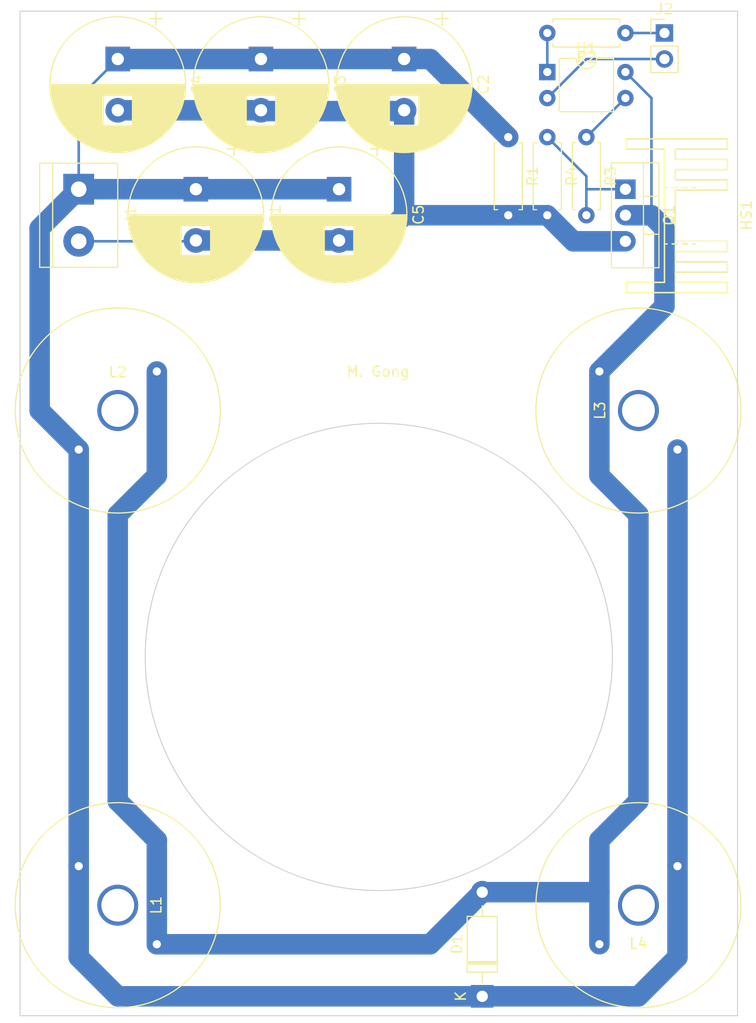
<source format=kicad_pcb>
(kicad_pcb (version 20171130) (host pcbnew "(5.1.4)-1")

  (general
    (thickness 1.6)
    (drawings 6)
    (tracks 59)
    (zones 0)
    (modules 19)
    (nets 9)
  )

  (page A4)
  (layers
    (0 F.Cu signal)
    (31 B.Cu signal)
    (32 B.Adhes user)
    (33 F.Adhes user)
    (34 B.Paste user)
    (35 F.Paste user)
    (36 B.SilkS user)
    (37 F.SilkS user)
    (38 B.Mask user)
    (39 F.Mask user)
    (40 Dwgs.User user)
    (41 Cmts.User user)
    (42 Eco1.User user)
    (43 Eco2.User user)
    (44 Edge.Cuts user)
    (45 Margin user)
    (46 B.CrtYd user)
    (47 F.CrtYd user)
    (48 B.Fab user)
    (49 F.Fab user)
  )

  (setup
    (last_trace_width 0.25)
    (user_trace_width 2)
    (trace_clearance 0.2)
    (zone_clearance 0.508)
    (zone_45_only no)
    (trace_min 0.2)
    (via_size 0.8)
    (via_drill 0.4)
    (via_min_size 0.4)
    (via_min_drill 0.3)
    (uvia_size 0.3)
    (uvia_drill 0.1)
    (uvias_allowed no)
    (uvia_min_size 0.2)
    (uvia_min_drill 0.1)
    (edge_width 0.1)
    (segment_width 0.2)
    (pcb_text_width 0.3)
    (pcb_text_size 1.5 1.5)
    (mod_edge_width 0.15)
    (mod_text_size 1 1)
    (mod_text_width 0.15)
    (pad_size 1.524 1.524)
    (pad_drill 0.762)
    (pad_to_mask_clearance 0)
    (aux_axis_origin 0 0)
    (visible_elements 7FFFFFFF)
    (pcbplotparams
      (layerselection 0x010fc_ffffffff)
      (usegerberextensions false)
      (usegerberattributes false)
      (usegerberadvancedattributes false)
      (creategerberjobfile false)
      (excludeedgelayer true)
      (linewidth 0.100000)
      (plotframeref false)
      (viasonmask false)
      (mode 1)
      (useauxorigin false)
      (hpglpennumber 1)
      (hpglpenspeed 20)
      (hpglpendiameter 15.000000)
      (psnegative false)
      (psa4output false)
      (plotreference true)
      (plotvalue true)
      (plotinvisibletext false)
      (padsonsilk false)
      (subtractmaskfromsilk false)
      (outputformat 1)
      (mirror false)
      (drillshape 1)
      (scaleselection 1)
      (outputdirectory ""))
  )

  (net 0 "")
  (net 1 /CoilPower+)
  (net 2 /CoilPower-)
  (net 3 "Net-(D1-Pad2)")
  (net 4 "Net-(Q1-Pad1)")
  (net 5 /CoilSignal-)
  (net 6 /CoilSignal+)
  (net 7 "Net-(R2-Pad2)")
  (net 8 "Net-(R3-Pad1)")

  (net_class Default "This is the default net class."
    (clearance 0.2)
    (trace_width 0.25)
    (via_dia 0.8)
    (via_drill 0.4)
    (uvia_dia 0.3)
    (uvia_drill 0.1)
    (add_net /CoilPower+)
    (add_net /CoilPower-)
    (add_net /CoilSignal+)
    (add_net /CoilSignal-)
    (add_net "Net-(D1-Pad2)")
    (add_net "Net-(Q1-Pad1)")
    (add_net "Net-(R2-Pad2)")
    (add_net "Net-(R3-Pad1)")
  )

  (module Nozzle:Heatsink_TO220_15x10mm (layer F.Cu) (tedit 5E462F9E) (tstamp 5FB2C141)
    (at 102.87 41.91 270)
    (descr "Heatsink TO220")
    (tags heatsink)
    (path /5FB52033)
    (fp_text reference HS1 (at 0 -8 90) (layer F.SilkS)
      (effects (font (size 1 1) (thickness 0.15)))
    )
    (fp_text value Heatsink (at 0 6 90) (layer F.Fab)
      (effects (font (size 1 1) (thickness 0.15)))
    )
    (fp_line (start 6.35 0.2) (end 6.35 3.9) (layer F.Fab) (width 0.1))
    (fp_line (start -6.25 0.2) (end 6.35 0.2) (layer F.Fab) (width 0.1))
    (fp_line (start -6.25 0.2) (end -6.25 3.9) (layer F.Fab) (width 0.1))
    (fp_line (start 6.55 0) (end 6.55 3.7) (layer F.SilkS) (width 0.15))
    (fp_line (start 6.35 3.9) (end 7.75 3.9) (layer F.Fab) (width 0.1))
    (fp_line (start 6.55 3.7) (end 7.55 3.7) (layer F.SilkS) (width 0.15))
    (fp_line (start -6.45 0) (end 6.55 0) (layer F.SilkS) (width 0.15))
    (fp_line (start -6.45 0) (end -6.45 3.7) (layer F.SilkS) (width 0.15))
    (fp_line (start -7.45 3.7) (end -6.45 3.7) (layer F.SilkS) (width 0.15))
    (fp_line (start -7.65 3.9) (end -6.25 3.9) (layer F.Fab) (width 0.1))
    (fp_line (start 7.55 -6.14) (end 7.55 3.7) (layer F.SilkS) (width 0.15))
    (fp_line (start 7.75 -6.35) (end 7.75 3.9) (layer F.Fab) (width 0.1))
    (fp_line (start 6.35 -6.35) (end 7.75 -6.35) (layer F.Fab) (width 0.1))
    (fp_line (start 6.55 -6.14) (end 7.55 -6.14) (layer F.SilkS) (width 0.15))
    (fp_line (start 6.55 -6.14) (end 6.55 -1.06) (layer F.SilkS) (width 0.15))
    (fp_line (start 6.35 -1.25) (end 6.35 -6.35) (layer F.Fab) (width 0.1))
    (fp_line (start 5.55 -1.06) (end 6.55 -1.06) (layer F.SilkS) (width 0.15))
    (fp_line (start 5.75 -1.25) (end 6.35 -1.25) (layer F.Fab) (width 0.1))
    (fp_line (start 4.55 -6.14) (end 5.55 -6.14) (layer F.SilkS) (width 0.15))
    (fp_line (start 4.35 -1.25) (end 4.35 -6.35) (layer F.Fab) (width 0.1))
    (fp_line (start 5.55 -6.14) (end 5.55 -1.06) (layer F.SilkS) (width 0.15))
    (fp_line (start 4.55 -6.14) (end 4.55 -1.06) (layer F.SilkS) (width 0.15))
    (fp_line (start 4.35 -6.35) (end 5.75 -6.35) (layer F.Fab) (width 0.1))
    (fp_line (start 5.75 -6.35) (end 5.75 -1.25) (layer F.Fab) (width 0.1))
    (fp_line (start 3.55 -1.06) (end 4.55 -1.06) (layer F.SilkS) (width 0.15))
    (fp_line (start 3.75 -1.25) (end 4.35 -1.25) (layer F.Fab) (width 0.1))
    (fp_line (start 2.35 -6.35) (end 3.75 -6.35) (layer F.Fab) (width 0.1))
    (fp_line (start 3.75 -6.35) (end 3.75 -1.25) (layer F.Fab) (width 0.1))
    (fp_line (start 3.55 -6.14) (end 3.55 -1.06) (layer F.SilkS) (width 0.15))
    (fp_line (start 2.55 -6.14) (end 3.55 -6.14) (layer F.SilkS) (width 0.15))
    (fp_line (start 2.35 -1.25) (end 2.35 -6.35) (layer F.Fab) (width 0.1))
    (fp_line (start 2.55 -6.14) (end 2.55 -1.06) (layer F.SilkS) (width 0.15))
    (fp_line (start -2.25 -1.25) (end 2.35 -1.25) (layer F.Fab) (width 0.1))
    (fp_line (start -2.45 -1.06) (end 2.55 -1.06) (layer F.SilkS) (width 0.15))
    (fp_line (start -3.65 -1.25) (end -3.65 -6.35) (layer F.Fab) (width 0.1))
    (fp_line (start -3.45 -6.14) (end -2.45 -6.14) (layer F.SilkS) (width 0.15))
    (fp_line (start -2.25 -6.35) (end -2.25 -1.25) (layer F.Fab) (width 0.1))
    (fp_line (start -2.45 -6.14) (end -2.45 -1.06) (layer F.SilkS) (width 0.15))
    (fp_line (start -3.65 -6.35) (end -2.25 -6.35) (layer F.Fab) (width 0.1))
    (fp_line (start -3.45 -6.14) (end -3.45 -1.06) (layer F.SilkS) (width 0.15))
    (fp_line (start -4.25 -1.25) (end -3.65 -1.25) (layer F.Fab) (width 0.1))
    (fp_line (start -4.45 -1.06) (end -3.45 -1.06) (layer F.SilkS) (width 0.15))
    (fp_line (start -5.45 -6.14) (end -4.45 -6.14) (layer F.SilkS) (width 0.15))
    (fp_line (start -5.65 -1.25) (end -5.65 -6.35) (layer F.Fab) (width 0.1))
    (fp_line (start -5.65 -6.35) (end -4.25 -6.35) (layer F.Fab) (width 0.1))
    (fp_line (start -4.25 -6.35) (end -4.25 -1.25) (layer F.Fab) (width 0.1))
    (fp_line (start -4.45 -6.14) (end -4.45 -1.06) (layer F.SilkS) (width 0.15))
    (fp_line (start -5.45 -6.14) (end -5.45 -1.06) (layer F.SilkS) (width 0.15))
    (fp_line (start -6.25 -1.25) (end -5.65 -1.25) (layer F.Fab) (width 0.1))
    (fp_line (start -6.25 -6.35) (end -6.25 -1.25) (layer F.Fab) (width 0.1))
    (fp_line (start -7.65 -6.35) (end -6.25 -6.35) (layer F.Fab) (width 0.1))
    (fp_line (start -7.65 3.9) (end -7.65 -6.35) (layer F.Fab) (width 0.1))
    (fp_line (start -6.45 -6.14) (end -6.45 -1.06) (layer F.SilkS) (width 0.15))
    (fp_line (start -7.45 -6.14) (end -7.45 3.7) (layer F.SilkS) (width 0.15))
    (fp_line (start -7.45 -6.14) (end -6.45 -6.14) (layer F.SilkS) (width 0.15))
    (fp_line (start -6.45 -1.06) (end -5.45 -1.06) (layer F.SilkS) (width 0.15))
    (fp_line (start -2.7 -2.25) (end -2.7 -1.75) (layer F.SilkS) (width 0.15))
    (fp_line (start -2.7 -1.25) (end -2.7 -0.75) (layer F.SilkS) (width 0.15))
    (fp_line (start 2.8 -2.25) (end 2.8 -1.75) (layer F.SilkS) (width 0.15))
    (fp_line (start 2.8 -1.25) (end 2.8 -0.75) (layer F.SilkS) (width 0.15))
    (fp_line (start 2.8 -0.25) (end 2.8 0) (layer F.SilkS) (width 0.15))
    (fp_line (start -2.7 -0.25) (end -2.7 0) (layer F.SilkS) (width 0.15))
    (fp_line (start -2.7 -2.75) (end -2.7 -3) (layer F.SilkS) (width 0.15))
    (fp_line (start 2.8 -2.75) (end 2.8 -3) (layer F.SilkS) (width 0.15))
    (fp_text user %R (at 0 2 90) (layer F.Fab)
      (effects (font (size 1 1) (thickness 0.15)))
    )
  )

  (module Resistor_THT:R_Axial_DIN0207_L6.3mm_D2.5mm_P7.62mm_Horizontal (layer F.Cu) (tedit 5AE5139B) (tstamp 5FB27459)
    (at 87.63 34.29 270)
    (descr "Resistor, Axial_DIN0207 series, Axial, Horizontal, pin pitch=7.62mm, 0.25W = 1/4W, length*diameter=6.3*2.5mm^2, http://cdn-reichelt.de/documents/datenblatt/B400/1_4W%23YAG.pdf")
    (tags "Resistor Axial_DIN0207 series Axial Horizontal pin pitch 7.62mm 0.25W = 1/4W length 6.3mm diameter 2.5mm")
    (path /5FB3046B)
    (fp_text reference R1 (at 3.81 -2.37 90) (layer F.SilkS)
      (effects (font (size 1 1) (thickness 0.15)))
    )
    (fp_text value 5.1K (at 3.81 2.37 90) (layer F.Fab)
      (effects (font (size 1 1) (thickness 0.15)))
    )
    (fp_text user %R (at 3.81 0 90) (layer F.Fab)
      (effects (font (size 1 1) (thickness 0.15)))
    )
    (fp_line (start 8.67 -1.5) (end -1.05 -1.5) (layer F.CrtYd) (width 0.05))
    (fp_line (start 8.67 1.5) (end 8.67 -1.5) (layer F.CrtYd) (width 0.05))
    (fp_line (start -1.05 1.5) (end 8.67 1.5) (layer F.CrtYd) (width 0.05))
    (fp_line (start -1.05 -1.5) (end -1.05 1.5) (layer F.CrtYd) (width 0.05))
    (fp_line (start 7.08 1.37) (end 7.08 1.04) (layer F.SilkS) (width 0.12))
    (fp_line (start 0.54 1.37) (end 7.08 1.37) (layer F.SilkS) (width 0.12))
    (fp_line (start 0.54 1.04) (end 0.54 1.37) (layer F.SilkS) (width 0.12))
    (fp_line (start 7.08 -1.37) (end 7.08 -1.04) (layer F.SilkS) (width 0.12))
    (fp_line (start 0.54 -1.37) (end 7.08 -1.37) (layer F.SilkS) (width 0.12))
    (fp_line (start 0.54 -1.04) (end 0.54 -1.37) (layer F.SilkS) (width 0.12))
    (fp_line (start 7.62 0) (end 6.96 0) (layer F.Fab) (width 0.1))
    (fp_line (start 0 0) (end 0.66 0) (layer F.Fab) (width 0.1))
    (fp_line (start 6.96 -1.25) (end 0.66 -1.25) (layer F.Fab) (width 0.1))
    (fp_line (start 6.96 1.25) (end 6.96 -1.25) (layer F.Fab) (width 0.1))
    (fp_line (start 0.66 1.25) (end 6.96 1.25) (layer F.Fab) (width 0.1))
    (fp_line (start 0.66 -1.25) (end 0.66 1.25) (layer F.Fab) (width 0.1))
    (pad 2 thru_hole oval (at 7.62 0 270) (size 1.6 1.6) (drill 0.8) (layers *.Cu *.Mask)
      (net 2 /CoilPower-))
    (pad 1 thru_hole circle (at 0 0 270) (size 1.6 1.6) (drill 0.8) (layers *.Cu *.Mask)
      (net 1 /CoilPower+))
    (model ${KISYS3DMOD}/Resistor_THT.3dshapes/R_Axial_DIN0207_L6.3mm_D2.5mm_P7.62mm_Horizontal.wrl
      (at (xyz 0 0 0))
      (scale (xyz 1 1 1))
      (rotate (xyz 0 0 0))
    )
  )

  (module Connector_PinHeader_2.54mm:PinHeader_1x02_P2.54mm_Vertical (layer F.Cu) (tedit 59FED5CC) (tstamp 5FB24610)
    (at 102.87 24.13)
    (descr "Through hole straight pin header, 1x02, 2.54mm pitch, single row")
    (tags "Through hole pin header THT 1x02 2.54mm single row")
    (path /5FBB3568)
    (fp_text reference J2 (at 0 -2.33) (layer F.SilkS)
      (effects (font (size 1 1) (thickness 0.15)))
    )
    (fp_text value Conn_01x02_Male (at 0 4.87) (layer F.Fab)
      (effects (font (size 1 1) (thickness 0.15)))
    )
    (fp_text user %R (at 0 1.27 90) (layer F.Fab)
      (effects (font (size 1 1) (thickness 0.15)))
    )
    (fp_line (start 1.8 -1.8) (end -1.8 -1.8) (layer F.CrtYd) (width 0.05))
    (fp_line (start 1.8 4.35) (end 1.8 -1.8) (layer F.CrtYd) (width 0.05))
    (fp_line (start -1.8 4.35) (end 1.8 4.35) (layer F.CrtYd) (width 0.05))
    (fp_line (start -1.8 -1.8) (end -1.8 4.35) (layer F.CrtYd) (width 0.05))
    (fp_line (start -1.33 -1.33) (end 0 -1.33) (layer F.SilkS) (width 0.12))
    (fp_line (start -1.33 0) (end -1.33 -1.33) (layer F.SilkS) (width 0.12))
    (fp_line (start -1.33 1.27) (end 1.33 1.27) (layer F.SilkS) (width 0.12))
    (fp_line (start 1.33 1.27) (end 1.33 3.87) (layer F.SilkS) (width 0.12))
    (fp_line (start -1.33 1.27) (end -1.33 3.87) (layer F.SilkS) (width 0.12))
    (fp_line (start -1.33 3.87) (end 1.33 3.87) (layer F.SilkS) (width 0.12))
    (fp_line (start -1.27 -0.635) (end -0.635 -1.27) (layer F.Fab) (width 0.1))
    (fp_line (start -1.27 3.81) (end -1.27 -0.635) (layer F.Fab) (width 0.1))
    (fp_line (start 1.27 3.81) (end -1.27 3.81) (layer F.Fab) (width 0.1))
    (fp_line (start 1.27 -1.27) (end 1.27 3.81) (layer F.Fab) (width 0.1))
    (fp_line (start -0.635 -1.27) (end 1.27 -1.27) (layer F.Fab) (width 0.1))
    (pad 2 thru_hole oval (at 0 2.54) (size 1.7 1.7) (drill 1) (layers *.Cu *.Mask)
      (net 5 /CoilSignal-))
    (pad 1 thru_hole rect (at 0 0) (size 1.7 1.7) (drill 1) (layers *.Cu *.Mask)
      (net 6 /CoilSignal+))
    (model ${KISYS3DMOD}/Connector_PinHeader_2.54mm.3dshapes/PinHeader_1x02_P2.54mm_Vertical.wrl
      (at (xyz 0 0 0))
      (scale (xyz 1 1 1))
      (rotate (xyz 0 0 0))
    )
  )

  (module Package_DIP:DIP-4_W7.62mm (layer F.Cu) (tedit 5A02E8C5) (tstamp 5FB2334F)
    (at 91.44 27.94)
    (descr "4-lead though-hole mounted DIP package, row spacing 7.62 mm (300 mils)")
    (tags "THT DIP DIL PDIP 2.54mm 7.62mm 300mil")
    (path /5FB27E1B)
    (fp_text reference U1 (at 3.81 -2.33) (layer F.SilkS)
      (effects (font (size 1 1) (thickness 0.15)))
    )
    (fp_text value PC817 (at 3.81 4.87) (layer F.Fab)
      (effects (font (size 1 1) (thickness 0.15)))
    )
    (fp_text user %R (at 3.81 1.27) (layer F.Fab)
      (effects (font (size 1 1) (thickness 0.15)))
    )
    (fp_line (start 8.7 -1.55) (end -1.1 -1.55) (layer F.CrtYd) (width 0.05))
    (fp_line (start 8.7 4.1) (end 8.7 -1.55) (layer F.CrtYd) (width 0.05))
    (fp_line (start -1.1 4.1) (end 8.7 4.1) (layer F.CrtYd) (width 0.05))
    (fp_line (start -1.1 -1.55) (end -1.1 4.1) (layer F.CrtYd) (width 0.05))
    (fp_line (start 6.46 -1.33) (end 4.81 -1.33) (layer F.SilkS) (width 0.12))
    (fp_line (start 6.46 3.87) (end 6.46 -1.33) (layer F.SilkS) (width 0.12))
    (fp_line (start 1.16 3.87) (end 6.46 3.87) (layer F.SilkS) (width 0.12))
    (fp_line (start 1.16 -1.33) (end 1.16 3.87) (layer F.SilkS) (width 0.12))
    (fp_line (start 2.81 -1.33) (end 1.16 -1.33) (layer F.SilkS) (width 0.12))
    (fp_line (start 0.635 -0.27) (end 1.635 -1.27) (layer F.Fab) (width 0.1))
    (fp_line (start 0.635 3.81) (end 0.635 -0.27) (layer F.Fab) (width 0.1))
    (fp_line (start 6.985 3.81) (end 0.635 3.81) (layer F.Fab) (width 0.1))
    (fp_line (start 6.985 -1.27) (end 6.985 3.81) (layer F.Fab) (width 0.1))
    (fp_line (start 1.635 -1.27) (end 6.985 -1.27) (layer F.Fab) (width 0.1))
    (fp_arc (start 3.81 -1.33) (end 2.81 -1.33) (angle -180) (layer F.SilkS) (width 0.12))
    (pad 4 thru_hole oval (at 7.62 0) (size 1.6 1.6) (drill 0.8) (layers *.Cu *.Mask)
      (net 3 "Net-(D1-Pad2)"))
    (pad 2 thru_hole oval (at 0 2.54) (size 1.6 1.6) (drill 0.8) (layers *.Cu *.Mask)
      (net 5 /CoilSignal-))
    (pad 3 thru_hole oval (at 7.62 2.54) (size 1.6 1.6) (drill 0.8) (layers *.Cu *.Mask)
      (net 8 "Net-(R3-Pad1)"))
    (pad 1 thru_hole rect (at 0 0) (size 1.6 1.6) (drill 0.8) (layers *.Cu *.Mask)
      (net 7 "Net-(R2-Pad2)"))
    (model ${KISYS3DMOD}/Package_DIP.3dshapes/DIP-4_W7.62mm.wrl
      (at (xyz 0 0 0))
      (scale (xyz 1 1 1))
      (rotate (xyz 0 0 0))
    )
  )

  (module Resistor_THT:R_Axial_DIN0207_L6.3mm_D2.5mm_P7.62mm_Horizontal (layer F.Cu) (tedit 5AE5139B) (tstamp 5FB23337)
    (at 91.44 34.29 270)
    (descr "Resistor, Axial_DIN0207 series, Axial, Horizontal, pin pitch=7.62mm, 0.25W = 1/4W, length*diameter=6.3*2.5mm^2, http://cdn-reichelt.de/documents/datenblatt/B400/1_4W%23YAG.pdf")
    (tags "Resistor Axial_DIN0207 series Axial Horizontal pin pitch 7.62mm 0.25W = 1/4W length 6.3mm diameter 2.5mm")
    (path /5FB2BD05)
    (fp_text reference R4 (at 3.81 -2.37 90) (layer F.SilkS)
      (effects (font (size 1 1) (thickness 0.15)))
    )
    (fp_text value 10K (at 3.81 2.37 90) (layer F.Fab)
      (effects (font (size 1 1) (thickness 0.15)))
    )
    (fp_text user %R (at 3.81 0 90) (layer F.Fab)
      (effects (font (size 1 1) (thickness 0.15)))
    )
    (fp_line (start 8.67 -1.5) (end -1.05 -1.5) (layer F.CrtYd) (width 0.05))
    (fp_line (start 8.67 1.5) (end 8.67 -1.5) (layer F.CrtYd) (width 0.05))
    (fp_line (start -1.05 1.5) (end 8.67 1.5) (layer F.CrtYd) (width 0.05))
    (fp_line (start -1.05 -1.5) (end -1.05 1.5) (layer F.CrtYd) (width 0.05))
    (fp_line (start 7.08 1.37) (end 7.08 1.04) (layer F.SilkS) (width 0.12))
    (fp_line (start 0.54 1.37) (end 7.08 1.37) (layer F.SilkS) (width 0.12))
    (fp_line (start 0.54 1.04) (end 0.54 1.37) (layer F.SilkS) (width 0.12))
    (fp_line (start 7.08 -1.37) (end 7.08 -1.04) (layer F.SilkS) (width 0.12))
    (fp_line (start 0.54 -1.37) (end 7.08 -1.37) (layer F.SilkS) (width 0.12))
    (fp_line (start 0.54 -1.04) (end 0.54 -1.37) (layer F.SilkS) (width 0.12))
    (fp_line (start 7.62 0) (end 6.96 0) (layer F.Fab) (width 0.1))
    (fp_line (start 0 0) (end 0.66 0) (layer F.Fab) (width 0.1))
    (fp_line (start 6.96 -1.25) (end 0.66 -1.25) (layer F.Fab) (width 0.1))
    (fp_line (start 6.96 1.25) (end 6.96 -1.25) (layer F.Fab) (width 0.1))
    (fp_line (start 0.66 1.25) (end 6.96 1.25) (layer F.Fab) (width 0.1))
    (fp_line (start 0.66 -1.25) (end 0.66 1.25) (layer F.Fab) (width 0.1))
    (pad 2 thru_hole oval (at 7.62 0 270) (size 1.6 1.6) (drill 0.8) (layers *.Cu *.Mask)
      (net 2 /CoilPower-))
    (pad 1 thru_hole circle (at 0 0 270) (size 1.6 1.6) (drill 0.8) (layers *.Cu *.Mask)
      (net 4 "Net-(Q1-Pad1)"))
    (model ${KISYS3DMOD}/Resistor_THT.3dshapes/R_Axial_DIN0207_L6.3mm_D2.5mm_P7.62mm_Horizontal.wrl
      (at (xyz 0 0 0))
      (scale (xyz 1 1 1))
      (rotate (xyz 0 0 0))
    )
  )

  (module Resistor_THT:R_Axial_DIN0207_L6.3mm_D2.5mm_P7.62mm_Horizontal (layer F.Cu) (tedit 5AE5139B) (tstamp 5FB23320)
    (at 95.25 34.29 270)
    (descr "Resistor, Axial_DIN0207 series, Axial, Horizontal, pin pitch=7.62mm, 0.25W = 1/4W, length*diameter=6.3*2.5mm^2, http://cdn-reichelt.de/documents/datenblatt/B400/1_4W%23YAG.pdf")
    (tags "Resistor Axial_DIN0207 series Axial Horizontal pin pitch 7.62mm 0.25W = 1/4W length 6.3mm diameter 2.5mm")
    (path /5FB2B59B)
    (fp_text reference R3 (at 3.81 -2.37 90) (layer F.SilkS)
      (effects (font (size 1 1) (thickness 0.15)))
    )
    (fp_text value 10K (at 3.81 2.37 90) (layer F.Fab)
      (effects (font (size 1 1) (thickness 0.15)))
    )
    (fp_text user %R (at 3.81 0 90) (layer F.Fab)
      (effects (font (size 1 1) (thickness 0.15)))
    )
    (fp_line (start 8.67 -1.5) (end -1.05 -1.5) (layer F.CrtYd) (width 0.05))
    (fp_line (start 8.67 1.5) (end 8.67 -1.5) (layer F.CrtYd) (width 0.05))
    (fp_line (start -1.05 1.5) (end 8.67 1.5) (layer F.CrtYd) (width 0.05))
    (fp_line (start -1.05 -1.5) (end -1.05 1.5) (layer F.CrtYd) (width 0.05))
    (fp_line (start 7.08 1.37) (end 7.08 1.04) (layer F.SilkS) (width 0.12))
    (fp_line (start 0.54 1.37) (end 7.08 1.37) (layer F.SilkS) (width 0.12))
    (fp_line (start 0.54 1.04) (end 0.54 1.37) (layer F.SilkS) (width 0.12))
    (fp_line (start 7.08 -1.37) (end 7.08 -1.04) (layer F.SilkS) (width 0.12))
    (fp_line (start 0.54 -1.37) (end 7.08 -1.37) (layer F.SilkS) (width 0.12))
    (fp_line (start 0.54 -1.04) (end 0.54 -1.37) (layer F.SilkS) (width 0.12))
    (fp_line (start 7.62 0) (end 6.96 0) (layer F.Fab) (width 0.1))
    (fp_line (start 0 0) (end 0.66 0) (layer F.Fab) (width 0.1))
    (fp_line (start 6.96 -1.25) (end 0.66 -1.25) (layer F.Fab) (width 0.1))
    (fp_line (start 6.96 1.25) (end 6.96 -1.25) (layer F.Fab) (width 0.1))
    (fp_line (start 0.66 1.25) (end 6.96 1.25) (layer F.Fab) (width 0.1))
    (fp_line (start 0.66 -1.25) (end 0.66 1.25) (layer F.Fab) (width 0.1))
    (pad 2 thru_hole oval (at 7.62 0 270) (size 1.6 1.6) (drill 0.8) (layers *.Cu *.Mask)
      (net 4 "Net-(Q1-Pad1)"))
    (pad 1 thru_hole circle (at 0 0 270) (size 1.6 1.6) (drill 0.8) (layers *.Cu *.Mask)
      (net 8 "Net-(R3-Pad1)"))
    (model ${KISYS3DMOD}/Resistor_THT.3dshapes/R_Axial_DIN0207_L6.3mm_D2.5mm_P7.62mm_Horizontal.wrl
      (at (xyz 0 0 0))
      (scale (xyz 1 1 1))
      (rotate (xyz 0 0 0))
    )
  )

  (module Resistor_THT:R_Axial_DIN0207_L6.3mm_D2.5mm_P7.62mm_Horizontal (layer F.Cu) (tedit 5AE5139B) (tstamp 5FB23309)
    (at 99.06 24.13 180)
    (descr "Resistor, Axial_DIN0207 series, Axial, Horizontal, pin pitch=7.62mm, 0.25W = 1/4W, length*diameter=6.3*2.5mm^2, http://cdn-reichelt.de/documents/datenblatt/B400/1_4W%23YAG.pdf")
    (tags "Resistor Axial_DIN0207 series Axial Horizontal pin pitch 7.62mm 0.25W = 1/4W length 6.3mm diameter 2.5mm")
    (path /5FB28C71)
    (fp_text reference R2 (at 3.81 -2.37) (layer F.SilkS)
      (effects (font (size 1 1) (thickness 0.15)))
    )
    (fp_text value 1K (at 3.81 2.37) (layer F.Fab)
      (effects (font (size 1 1) (thickness 0.15)))
    )
    (fp_text user %R (at 3.81 0) (layer F.Fab)
      (effects (font (size 1 1) (thickness 0.15)))
    )
    (fp_line (start 8.67 -1.5) (end -1.05 -1.5) (layer F.CrtYd) (width 0.05))
    (fp_line (start 8.67 1.5) (end 8.67 -1.5) (layer F.CrtYd) (width 0.05))
    (fp_line (start -1.05 1.5) (end 8.67 1.5) (layer F.CrtYd) (width 0.05))
    (fp_line (start -1.05 -1.5) (end -1.05 1.5) (layer F.CrtYd) (width 0.05))
    (fp_line (start 7.08 1.37) (end 7.08 1.04) (layer F.SilkS) (width 0.12))
    (fp_line (start 0.54 1.37) (end 7.08 1.37) (layer F.SilkS) (width 0.12))
    (fp_line (start 0.54 1.04) (end 0.54 1.37) (layer F.SilkS) (width 0.12))
    (fp_line (start 7.08 -1.37) (end 7.08 -1.04) (layer F.SilkS) (width 0.12))
    (fp_line (start 0.54 -1.37) (end 7.08 -1.37) (layer F.SilkS) (width 0.12))
    (fp_line (start 0.54 -1.04) (end 0.54 -1.37) (layer F.SilkS) (width 0.12))
    (fp_line (start 7.62 0) (end 6.96 0) (layer F.Fab) (width 0.1))
    (fp_line (start 0 0) (end 0.66 0) (layer F.Fab) (width 0.1))
    (fp_line (start 6.96 -1.25) (end 0.66 -1.25) (layer F.Fab) (width 0.1))
    (fp_line (start 6.96 1.25) (end 6.96 -1.25) (layer F.Fab) (width 0.1))
    (fp_line (start 0.66 1.25) (end 6.96 1.25) (layer F.Fab) (width 0.1))
    (fp_line (start 0.66 -1.25) (end 0.66 1.25) (layer F.Fab) (width 0.1))
    (pad 2 thru_hole oval (at 7.62 0 180) (size 1.6 1.6) (drill 0.8) (layers *.Cu *.Mask)
      (net 7 "Net-(R2-Pad2)"))
    (pad 1 thru_hole circle (at 0 0 180) (size 1.6 1.6) (drill 0.8) (layers *.Cu *.Mask)
      (net 6 /CoilSignal+))
    (model ${KISYS3DMOD}/Resistor_THT.3dshapes/R_Axial_DIN0207_L6.3mm_D2.5mm_P7.62mm_Horizontal.wrl
      (at (xyz 0 0 0))
      (scale (xyz 1 1 1))
      (rotate (xyz 0 0 0))
    )
  )

  (module Package_TO_SOT_THT:TO-220-3_Vertical (layer F.Cu) (tedit 5AC8BA0D) (tstamp 5FB232F2)
    (at 99.06 39.37 270)
    (descr "TO-220-3, Vertical, RM 2.54mm, see https://www.vishay.com/docs/66542/to-220-1.pdf")
    (tags "TO-220-3 Vertical RM 2.54mm")
    (path /5FB29774)
    (fp_text reference Q1 (at 2.54 -4.27 90) (layer F.SilkS)
      (effects (font (size 1 1) (thickness 0.15)))
    )
    (fp_text value RFP30N06LE (at 2.54 2.5 90) (layer F.Fab)
      (effects (font (size 1 1) (thickness 0.15)))
    )
    (fp_text user %R (at 2.54 -4.27 90) (layer F.Fab)
      (effects (font (size 1 1) (thickness 0.15)))
    )
    (fp_line (start 7.79 -3.4) (end -2.71 -3.4) (layer F.CrtYd) (width 0.05))
    (fp_line (start 7.79 1.51) (end 7.79 -3.4) (layer F.CrtYd) (width 0.05))
    (fp_line (start -2.71 1.51) (end 7.79 1.51) (layer F.CrtYd) (width 0.05))
    (fp_line (start -2.71 -3.4) (end -2.71 1.51) (layer F.CrtYd) (width 0.05))
    (fp_line (start 4.391 -3.27) (end 4.391 -1.76) (layer F.SilkS) (width 0.12))
    (fp_line (start 0.69 -3.27) (end 0.69 -1.76) (layer F.SilkS) (width 0.12))
    (fp_line (start -2.58 -1.76) (end 7.66 -1.76) (layer F.SilkS) (width 0.12))
    (fp_line (start 7.66 -3.27) (end 7.66 1.371) (layer F.SilkS) (width 0.12))
    (fp_line (start -2.58 -3.27) (end -2.58 1.371) (layer F.SilkS) (width 0.12))
    (fp_line (start -2.58 1.371) (end 7.66 1.371) (layer F.SilkS) (width 0.12))
    (fp_line (start -2.58 -3.27) (end 7.66 -3.27) (layer F.SilkS) (width 0.12))
    (fp_line (start 4.39 -3.15) (end 4.39 -1.88) (layer F.Fab) (width 0.1))
    (fp_line (start 0.69 -3.15) (end 0.69 -1.88) (layer F.Fab) (width 0.1))
    (fp_line (start -2.46 -1.88) (end 7.54 -1.88) (layer F.Fab) (width 0.1))
    (fp_line (start 7.54 -3.15) (end -2.46 -3.15) (layer F.Fab) (width 0.1))
    (fp_line (start 7.54 1.25) (end 7.54 -3.15) (layer F.Fab) (width 0.1))
    (fp_line (start -2.46 1.25) (end 7.54 1.25) (layer F.Fab) (width 0.1))
    (fp_line (start -2.46 -3.15) (end -2.46 1.25) (layer F.Fab) (width 0.1))
    (pad 3 thru_hole oval (at 5.08 0 270) (size 1.905 2) (drill 1.1) (layers *.Cu *.Mask)
      (net 2 /CoilPower-))
    (pad 2 thru_hole oval (at 2.54 0 270) (size 1.905 2) (drill 1.1) (layers *.Cu *.Mask)
      (net 3 "Net-(D1-Pad2)"))
    (pad 1 thru_hole rect (at 0 0 270) (size 1.905 2) (drill 1.1) (layers *.Cu *.Mask)
      (net 4 "Net-(Q1-Pad1)"))
    (model ${KISYS3DMOD}/Package_TO_SOT_THT.3dshapes/TO-220-3_Vertical.wrl
      (at (xyz 0 0 0))
      (scale (xyz 1 1 1))
      (rotate (xyz 0 0 0))
    )
  )

  (module Capacitor_THT:CP_Radial_D13.0mm_P5.00mm (layer F.Cu) (tedit 5AE50EF1) (tstamp 5FB231F5)
    (at 71.12 39.37 270)
    (descr "CP, Radial series, Radial, pin pitch=5.00mm, , diameter=13mm, Electrolytic Capacitor")
    (tags "CP Radial series Radial pin pitch 5.00mm  diameter 13mm Electrolytic Capacitor")
    (path /5FB3D8EE)
    (fp_text reference C5 (at 2.5 -7.75 90) (layer F.SilkS)
      (effects (font (size 1 1) (thickness 0.15)))
    )
    (fp_text value 2200uF (at 2.5 7.75 90) (layer F.Fab)
      (effects (font (size 1 1) (thickness 0.15)))
    )
    (fp_text user %R (at 2.5 0 90) (layer F.Fab)
      (effects (font (size 1 1) (thickness 0.15)))
    )
    (fp_line (start -3.934569 -4.365) (end -3.934569 -3.065) (layer F.SilkS) (width 0.12))
    (fp_line (start -4.584569 -3.715) (end -3.284569 -3.715) (layer F.SilkS) (width 0.12))
    (fp_line (start 9.101 -0.475) (end 9.101 0.475) (layer F.SilkS) (width 0.12))
    (fp_line (start 9.061 -0.85) (end 9.061 0.85) (layer F.SilkS) (width 0.12))
    (fp_line (start 9.021 -1.107) (end 9.021 1.107) (layer F.SilkS) (width 0.12))
    (fp_line (start 8.981 -1.315) (end 8.981 1.315) (layer F.SilkS) (width 0.12))
    (fp_line (start 8.941 -1.494) (end 8.941 1.494) (layer F.SilkS) (width 0.12))
    (fp_line (start 8.901 -1.653) (end 8.901 1.653) (layer F.SilkS) (width 0.12))
    (fp_line (start 8.861 -1.798) (end 8.861 1.798) (layer F.SilkS) (width 0.12))
    (fp_line (start 8.821 -1.931) (end 8.821 1.931) (layer F.SilkS) (width 0.12))
    (fp_line (start 8.781 -2.055) (end 8.781 2.055) (layer F.SilkS) (width 0.12))
    (fp_line (start 8.741 -2.171) (end 8.741 2.171) (layer F.SilkS) (width 0.12))
    (fp_line (start 8.701 -2.281) (end 8.701 2.281) (layer F.SilkS) (width 0.12))
    (fp_line (start 8.661 -2.385) (end 8.661 2.385) (layer F.SilkS) (width 0.12))
    (fp_line (start 8.621 -2.484) (end 8.621 2.484) (layer F.SilkS) (width 0.12))
    (fp_line (start 8.581 -2.579) (end 8.581 2.579) (layer F.SilkS) (width 0.12))
    (fp_line (start 8.541 -2.67) (end 8.541 2.67) (layer F.SilkS) (width 0.12))
    (fp_line (start 8.501 -2.758) (end 8.501 2.758) (layer F.SilkS) (width 0.12))
    (fp_line (start 8.461 -2.842) (end 8.461 2.842) (layer F.SilkS) (width 0.12))
    (fp_line (start 8.421 -2.923) (end 8.421 2.923) (layer F.SilkS) (width 0.12))
    (fp_line (start 8.381 -3.002) (end 8.381 3.002) (layer F.SilkS) (width 0.12))
    (fp_line (start 8.341 -3.078) (end 8.341 3.078) (layer F.SilkS) (width 0.12))
    (fp_line (start 8.301 -3.152) (end 8.301 3.152) (layer F.SilkS) (width 0.12))
    (fp_line (start 8.261 -3.223) (end 8.261 3.223) (layer F.SilkS) (width 0.12))
    (fp_line (start 8.221 -3.293) (end 8.221 3.293) (layer F.SilkS) (width 0.12))
    (fp_line (start 8.181 -3.361) (end 8.181 3.361) (layer F.SilkS) (width 0.12))
    (fp_line (start 8.141 -3.427) (end 8.141 3.427) (layer F.SilkS) (width 0.12))
    (fp_line (start 8.101 -3.491) (end 8.101 3.491) (layer F.SilkS) (width 0.12))
    (fp_line (start 8.061 -3.554) (end 8.061 3.554) (layer F.SilkS) (width 0.12))
    (fp_line (start 8.021 -3.615) (end 8.021 3.615) (layer F.SilkS) (width 0.12))
    (fp_line (start 7.981 -3.675) (end 7.981 3.675) (layer F.SilkS) (width 0.12))
    (fp_line (start 7.941 -3.733) (end 7.941 3.733) (layer F.SilkS) (width 0.12))
    (fp_line (start 7.901 -3.79) (end 7.901 3.79) (layer F.SilkS) (width 0.12))
    (fp_line (start 7.861 -3.846) (end 7.861 3.846) (layer F.SilkS) (width 0.12))
    (fp_line (start 7.821 -3.9) (end 7.821 3.9) (layer F.SilkS) (width 0.12))
    (fp_line (start 7.781 -3.954) (end 7.781 3.954) (layer F.SilkS) (width 0.12))
    (fp_line (start 7.741 -4.006) (end 7.741 4.006) (layer F.SilkS) (width 0.12))
    (fp_line (start 7.701 -4.057) (end 7.701 4.057) (layer F.SilkS) (width 0.12))
    (fp_line (start 7.661 -4.108) (end 7.661 4.108) (layer F.SilkS) (width 0.12))
    (fp_line (start 7.621 -4.157) (end 7.621 4.157) (layer F.SilkS) (width 0.12))
    (fp_line (start 7.581 -4.205) (end 7.581 4.205) (layer F.SilkS) (width 0.12))
    (fp_line (start 7.541 -4.253) (end 7.541 4.253) (layer F.SilkS) (width 0.12))
    (fp_line (start 7.501 -4.299) (end 7.501 4.299) (layer F.SilkS) (width 0.12))
    (fp_line (start 7.461 -4.345) (end 7.461 4.345) (layer F.SilkS) (width 0.12))
    (fp_line (start 7.421 -4.39) (end 7.421 4.39) (layer F.SilkS) (width 0.12))
    (fp_line (start 7.381 -4.434) (end 7.381 4.434) (layer F.SilkS) (width 0.12))
    (fp_line (start 7.341 -4.477) (end 7.341 4.477) (layer F.SilkS) (width 0.12))
    (fp_line (start 7.301 -4.519) (end 7.301 4.519) (layer F.SilkS) (width 0.12))
    (fp_line (start 7.261 -4.561) (end 7.261 4.561) (layer F.SilkS) (width 0.12))
    (fp_line (start 7.221 -4.602) (end 7.221 4.602) (layer F.SilkS) (width 0.12))
    (fp_line (start 7.181 -4.643) (end 7.181 4.643) (layer F.SilkS) (width 0.12))
    (fp_line (start 7.141 -4.682) (end 7.141 4.682) (layer F.SilkS) (width 0.12))
    (fp_line (start 7.101 -4.721) (end 7.101 4.721) (layer F.SilkS) (width 0.12))
    (fp_line (start 7.061 -4.76) (end 7.061 4.76) (layer F.SilkS) (width 0.12))
    (fp_line (start 7.021 -4.797) (end 7.021 4.797) (layer F.SilkS) (width 0.12))
    (fp_line (start 6.981 -4.834) (end 6.981 4.834) (layer F.SilkS) (width 0.12))
    (fp_line (start 6.941 -4.871) (end 6.941 4.871) (layer F.SilkS) (width 0.12))
    (fp_line (start 6.901 -4.907) (end 6.901 4.907) (layer F.SilkS) (width 0.12))
    (fp_line (start 6.861 -4.942) (end 6.861 4.942) (layer F.SilkS) (width 0.12))
    (fp_line (start 6.821 -4.977) (end 6.821 4.977) (layer F.SilkS) (width 0.12))
    (fp_line (start 6.781 -5.011) (end 6.781 5.011) (layer F.SilkS) (width 0.12))
    (fp_line (start 6.741 -5.044) (end 6.741 5.044) (layer F.SilkS) (width 0.12))
    (fp_line (start 6.701 -5.078) (end 6.701 5.078) (layer F.SilkS) (width 0.12))
    (fp_line (start 6.661 -5.11) (end 6.661 5.11) (layer F.SilkS) (width 0.12))
    (fp_line (start 6.621 -5.142) (end 6.621 5.142) (layer F.SilkS) (width 0.12))
    (fp_line (start 6.581 -5.174) (end 6.581 5.174) (layer F.SilkS) (width 0.12))
    (fp_line (start 6.541 -5.205) (end 6.541 5.205) (layer F.SilkS) (width 0.12))
    (fp_line (start 6.501 -5.235) (end 6.501 5.235) (layer F.SilkS) (width 0.12))
    (fp_line (start 6.461 -5.265) (end 6.461 5.265) (layer F.SilkS) (width 0.12))
    (fp_line (start 6.421 1.44) (end 6.421 5.295) (layer F.SilkS) (width 0.12))
    (fp_line (start 6.421 -5.295) (end 6.421 -1.44) (layer F.SilkS) (width 0.12))
    (fp_line (start 6.381 1.44) (end 6.381 5.324) (layer F.SilkS) (width 0.12))
    (fp_line (start 6.381 -5.324) (end 6.381 -1.44) (layer F.SilkS) (width 0.12))
    (fp_line (start 6.341 1.44) (end 6.341 5.353) (layer F.SilkS) (width 0.12))
    (fp_line (start 6.341 -5.353) (end 6.341 -1.44) (layer F.SilkS) (width 0.12))
    (fp_line (start 6.301 1.44) (end 6.301 5.381) (layer F.SilkS) (width 0.12))
    (fp_line (start 6.301 -5.381) (end 6.301 -1.44) (layer F.SilkS) (width 0.12))
    (fp_line (start 6.261 1.44) (end 6.261 5.409) (layer F.SilkS) (width 0.12))
    (fp_line (start 6.261 -5.409) (end 6.261 -1.44) (layer F.SilkS) (width 0.12))
    (fp_line (start 6.221 1.44) (end 6.221 5.436) (layer F.SilkS) (width 0.12))
    (fp_line (start 6.221 -5.436) (end 6.221 -1.44) (layer F.SilkS) (width 0.12))
    (fp_line (start 6.181 1.44) (end 6.181 5.463) (layer F.SilkS) (width 0.12))
    (fp_line (start 6.181 -5.463) (end 6.181 -1.44) (layer F.SilkS) (width 0.12))
    (fp_line (start 6.141 1.44) (end 6.141 5.49) (layer F.SilkS) (width 0.12))
    (fp_line (start 6.141 -5.49) (end 6.141 -1.44) (layer F.SilkS) (width 0.12))
    (fp_line (start 6.101 1.44) (end 6.101 5.516) (layer F.SilkS) (width 0.12))
    (fp_line (start 6.101 -5.516) (end 6.101 -1.44) (layer F.SilkS) (width 0.12))
    (fp_line (start 6.061 1.44) (end 6.061 5.542) (layer F.SilkS) (width 0.12))
    (fp_line (start 6.061 -5.542) (end 6.061 -1.44) (layer F.SilkS) (width 0.12))
    (fp_line (start 6.021 1.44) (end 6.021 5.567) (layer F.SilkS) (width 0.12))
    (fp_line (start 6.021 -5.567) (end 6.021 -1.44) (layer F.SilkS) (width 0.12))
    (fp_line (start 5.981 1.44) (end 5.981 5.592) (layer F.SilkS) (width 0.12))
    (fp_line (start 5.981 -5.592) (end 5.981 -1.44) (layer F.SilkS) (width 0.12))
    (fp_line (start 5.941 1.44) (end 5.941 5.617) (layer F.SilkS) (width 0.12))
    (fp_line (start 5.941 -5.617) (end 5.941 -1.44) (layer F.SilkS) (width 0.12))
    (fp_line (start 5.901 1.44) (end 5.901 5.641) (layer F.SilkS) (width 0.12))
    (fp_line (start 5.901 -5.641) (end 5.901 -1.44) (layer F.SilkS) (width 0.12))
    (fp_line (start 5.861 1.44) (end 5.861 5.664) (layer F.SilkS) (width 0.12))
    (fp_line (start 5.861 -5.664) (end 5.861 -1.44) (layer F.SilkS) (width 0.12))
    (fp_line (start 5.821 1.44) (end 5.821 5.688) (layer F.SilkS) (width 0.12))
    (fp_line (start 5.821 -5.688) (end 5.821 -1.44) (layer F.SilkS) (width 0.12))
    (fp_line (start 5.781 1.44) (end 5.781 5.711) (layer F.SilkS) (width 0.12))
    (fp_line (start 5.781 -5.711) (end 5.781 -1.44) (layer F.SilkS) (width 0.12))
    (fp_line (start 5.741 1.44) (end 5.741 5.733) (layer F.SilkS) (width 0.12))
    (fp_line (start 5.741 -5.733) (end 5.741 -1.44) (layer F.SilkS) (width 0.12))
    (fp_line (start 5.701 1.44) (end 5.701 5.756) (layer F.SilkS) (width 0.12))
    (fp_line (start 5.701 -5.756) (end 5.701 -1.44) (layer F.SilkS) (width 0.12))
    (fp_line (start 5.661 1.44) (end 5.661 5.778) (layer F.SilkS) (width 0.12))
    (fp_line (start 5.661 -5.778) (end 5.661 -1.44) (layer F.SilkS) (width 0.12))
    (fp_line (start 5.621 1.44) (end 5.621 5.799) (layer F.SilkS) (width 0.12))
    (fp_line (start 5.621 -5.799) (end 5.621 -1.44) (layer F.SilkS) (width 0.12))
    (fp_line (start 5.581 1.44) (end 5.581 5.82) (layer F.SilkS) (width 0.12))
    (fp_line (start 5.581 -5.82) (end 5.581 -1.44) (layer F.SilkS) (width 0.12))
    (fp_line (start 5.541 1.44) (end 5.541 5.841) (layer F.SilkS) (width 0.12))
    (fp_line (start 5.541 -5.841) (end 5.541 -1.44) (layer F.SilkS) (width 0.12))
    (fp_line (start 5.501 1.44) (end 5.501 5.862) (layer F.SilkS) (width 0.12))
    (fp_line (start 5.501 -5.862) (end 5.501 -1.44) (layer F.SilkS) (width 0.12))
    (fp_line (start 5.461 1.44) (end 5.461 5.882) (layer F.SilkS) (width 0.12))
    (fp_line (start 5.461 -5.882) (end 5.461 -1.44) (layer F.SilkS) (width 0.12))
    (fp_line (start 5.421 1.44) (end 5.421 5.902) (layer F.SilkS) (width 0.12))
    (fp_line (start 5.421 -5.902) (end 5.421 -1.44) (layer F.SilkS) (width 0.12))
    (fp_line (start 5.381 1.44) (end 5.381 5.921) (layer F.SilkS) (width 0.12))
    (fp_line (start 5.381 -5.921) (end 5.381 -1.44) (layer F.SilkS) (width 0.12))
    (fp_line (start 5.341 1.44) (end 5.341 5.94) (layer F.SilkS) (width 0.12))
    (fp_line (start 5.341 -5.94) (end 5.341 -1.44) (layer F.SilkS) (width 0.12))
    (fp_line (start 5.301 1.44) (end 5.301 5.959) (layer F.SilkS) (width 0.12))
    (fp_line (start 5.301 -5.959) (end 5.301 -1.44) (layer F.SilkS) (width 0.12))
    (fp_line (start 5.261 1.44) (end 5.261 5.978) (layer F.SilkS) (width 0.12))
    (fp_line (start 5.261 -5.978) (end 5.261 -1.44) (layer F.SilkS) (width 0.12))
    (fp_line (start 5.221 1.44) (end 5.221 5.996) (layer F.SilkS) (width 0.12))
    (fp_line (start 5.221 -5.996) (end 5.221 -1.44) (layer F.SilkS) (width 0.12))
    (fp_line (start 5.181 1.44) (end 5.181 6.014) (layer F.SilkS) (width 0.12))
    (fp_line (start 5.181 -6.014) (end 5.181 -1.44) (layer F.SilkS) (width 0.12))
    (fp_line (start 5.141 1.44) (end 5.141 6.031) (layer F.SilkS) (width 0.12))
    (fp_line (start 5.141 -6.031) (end 5.141 -1.44) (layer F.SilkS) (width 0.12))
    (fp_line (start 5.101 1.44) (end 5.101 6.049) (layer F.SilkS) (width 0.12))
    (fp_line (start 5.101 -6.049) (end 5.101 -1.44) (layer F.SilkS) (width 0.12))
    (fp_line (start 5.061 1.44) (end 5.061 6.065) (layer F.SilkS) (width 0.12))
    (fp_line (start 5.061 -6.065) (end 5.061 -1.44) (layer F.SilkS) (width 0.12))
    (fp_line (start 5.021 1.44) (end 5.021 6.082) (layer F.SilkS) (width 0.12))
    (fp_line (start 5.021 -6.082) (end 5.021 -1.44) (layer F.SilkS) (width 0.12))
    (fp_line (start 4.981 1.44) (end 4.981 6.098) (layer F.SilkS) (width 0.12))
    (fp_line (start 4.981 -6.098) (end 4.981 -1.44) (layer F.SilkS) (width 0.12))
    (fp_line (start 4.941 1.44) (end 4.941 6.114) (layer F.SilkS) (width 0.12))
    (fp_line (start 4.941 -6.114) (end 4.941 -1.44) (layer F.SilkS) (width 0.12))
    (fp_line (start 4.901 1.44) (end 4.901 6.13) (layer F.SilkS) (width 0.12))
    (fp_line (start 4.901 -6.13) (end 4.901 -1.44) (layer F.SilkS) (width 0.12))
    (fp_line (start 4.861 1.44) (end 4.861 6.146) (layer F.SilkS) (width 0.12))
    (fp_line (start 4.861 -6.146) (end 4.861 -1.44) (layer F.SilkS) (width 0.12))
    (fp_line (start 4.821 1.44) (end 4.821 6.161) (layer F.SilkS) (width 0.12))
    (fp_line (start 4.821 -6.161) (end 4.821 -1.44) (layer F.SilkS) (width 0.12))
    (fp_line (start 4.781 1.44) (end 4.781 6.175) (layer F.SilkS) (width 0.12))
    (fp_line (start 4.781 -6.175) (end 4.781 -1.44) (layer F.SilkS) (width 0.12))
    (fp_line (start 4.741 1.44) (end 4.741 6.19) (layer F.SilkS) (width 0.12))
    (fp_line (start 4.741 -6.19) (end 4.741 -1.44) (layer F.SilkS) (width 0.12))
    (fp_line (start 4.701 1.44) (end 4.701 6.204) (layer F.SilkS) (width 0.12))
    (fp_line (start 4.701 -6.204) (end 4.701 -1.44) (layer F.SilkS) (width 0.12))
    (fp_line (start 4.661 1.44) (end 4.661 6.218) (layer F.SilkS) (width 0.12))
    (fp_line (start 4.661 -6.218) (end 4.661 -1.44) (layer F.SilkS) (width 0.12))
    (fp_line (start 4.621 1.44) (end 4.621 6.232) (layer F.SilkS) (width 0.12))
    (fp_line (start 4.621 -6.232) (end 4.621 -1.44) (layer F.SilkS) (width 0.12))
    (fp_line (start 4.581 1.44) (end 4.581 6.245) (layer F.SilkS) (width 0.12))
    (fp_line (start 4.581 -6.245) (end 4.581 -1.44) (layer F.SilkS) (width 0.12))
    (fp_line (start 4.541 1.44) (end 4.541 6.258) (layer F.SilkS) (width 0.12))
    (fp_line (start 4.541 -6.258) (end 4.541 -1.44) (layer F.SilkS) (width 0.12))
    (fp_line (start 4.501 1.44) (end 4.501 6.271) (layer F.SilkS) (width 0.12))
    (fp_line (start 4.501 -6.271) (end 4.501 -1.44) (layer F.SilkS) (width 0.12))
    (fp_line (start 4.461 1.44) (end 4.461 6.284) (layer F.SilkS) (width 0.12))
    (fp_line (start 4.461 -6.284) (end 4.461 -1.44) (layer F.SilkS) (width 0.12))
    (fp_line (start 4.421 1.44) (end 4.421 6.296) (layer F.SilkS) (width 0.12))
    (fp_line (start 4.421 -6.296) (end 4.421 -1.44) (layer F.SilkS) (width 0.12))
    (fp_line (start 4.381 1.44) (end 4.381 6.308) (layer F.SilkS) (width 0.12))
    (fp_line (start 4.381 -6.308) (end 4.381 -1.44) (layer F.SilkS) (width 0.12))
    (fp_line (start 4.341 1.44) (end 4.341 6.32) (layer F.SilkS) (width 0.12))
    (fp_line (start 4.341 -6.32) (end 4.341 -1.44) (layer F.SilkS) (width 0.12))
    (fp_line (start 4.301 1.44) (end 4.301 6.331) (layer F.SilkS) (width 0.12))
    (fp_line (start 4.301 -6.331) (end 4.301 -1.44) (layer F.SilkS) (width 0.12))
    (fp_line (start 4.261 1.44) (end 4.261 6.342) (layer F.SilkS) (width 0.12))
    (fp_line (start 4.261 -6.342) (end 4.261 -1.44) (layer F.SilkS) (width 0.12))
    (fp_line (start 4.221 1.44) (end 4.221 6.353) (layer F.SilkS) (width 0.12))
    (fp_line (start 4.221 -6.353) (end 4.221 -1.44) (layer F.SilkS) (width 0.12))
    (fp_line (start 4.181 1.44) (end 4.181 6.364) (layer F.SilkS) (width 0.12))
    (fp_line (start 4.181 -6.364) (end 4.181 -1.44) (layer F.SilkS) (width 0.12))
    (fp_line (start 4.141 1.44) (end 4.141 6.374) (layer F.SilkS) (width 0.12))
    (fp_line (start 4.141 -6.374) (end 4.141 -1.44) (layer F.SilkS) (width 0.12))
    (fp_line (start 4.101 1.44) (end 4.101 6.384) (layer F.SilkS) (width 0.12))
    (fp_line (start 4.101 -6.384) (end 4.101 -1.44) (layer F.SilkS) (width 0.12))
    (fp_line (start 4.061 1.44) (end 4.061 6.394) (layer F.SilkS) (width 0.12))
    (fp_line (start 4.061 -6.394) (end 4.061 -1.44) (layer F.SilkS) (width 0.12))
    (fp_line (start 4.021 1.44) (end 4.021 6.404) (layer F.SilkS) (width 0.12))
    (fp_line (start 4.021 -6.404) (end 4.021 -1.44) (layer F.SilkS) (width 0.12))
    (fp_line (start 3.981 1.44) (end 3.981 6.413) (layer F.SilkS) (width 0.12))
    (fp_line (start 3.981 -6.413) (end 3.981 -1.44) (layer F.SilkS) (width 0.12))
    (fp_line (start 3.941 1.44) (end 3.941 6.422) (layer F.SilkS) (width 0.12))
    (fp_line (start 3.941 -6.422) (end 3.941 -1.44) (layer F.SilkS) (width 0.12))
    (fp_line (start 3.901 1.44) (end 3.901 6.431) (layer F.SilkS) (width 0.12))
    (fp_line (start 3.901 -6.431) (end 3.901 -1.44) (layer F.SilkS) (width 0.12))
    (fp_line (start 3.861 1.44) (end 3.861 6.439) (layer F.SilkS) (width 0.12))
    (fp_line (start 3.861 -6.439) (end 3.861 -1.44) (layer F.SilkS) (width 0.12))
    (fp_line (start 3.821 1.44) (end 3.821 6.448) (layer F.SilkS) (width 0.12))
    (fp_line (start 3.821 -6.448) (end 3.821 -1.44) (layer F.SilkS) (width 0.12))
    (fp_line (start 3.781 1.44) (end 3.781 6.456) (layer F.SilkS) (width 0.12))
    (fp_line (start 3.781 -6.456) (end 3.781 -1.44) (layer F.SilkS) (width 0.12))
    (fp_line (start 3.741 1.44) (end 3.741 6.463) (layer F.SilkS) (width 0.12))
    (fp_line (start 3.741 -6.463) (end 3.741 -1.44) (layer F.SilkS) (width 0.12))
    (fp_line (start 3.701 1.44) (end 3.701 6.471) (layer F.SilkS) (width 0.12))
    (fp_line (start 3.701 -6.471) (end 3.701 -1.44) (layer F.SilkS) (width 0.12))
    (fp_line (start 3.661 1.44) (end 3.661 6.478) (layer F.SilkS) (width 0.12))
    (fp_line (start 3.661 -6.478) (end 3.661 -1.44) (layer F.SilkS) (width 0.12))
    (fp_line (start 3.621 1.44) (end 3.621 6.485) (layer F.SilkS) (width 0.12))
    (fp_line (start 3.621 -6.485) (end 3.621 -1.44) (layer F.SilkS) (width 0.12))
    (fp_line (start 3.581 1.44) (end 3.581 6.492) (layer F.SilkS) (width 0.12))
    (fp_line (start 3.581 -6.492) (end 3.581 -1.44) (layer F.SilkS) (width 0.12))
    (fp_line (start 3.541 -6.498) (end 3.541 6.498) (layer F.SilkS) (width 0.12))
    (fp_line (start 3.501 -6.505) (end 3.501 6.505) (layer F.SilkS) (width 0.12))
    (fp_line (start 3.461 -6.511) (end 3.461 6.511) (layer F.SilkS) (width 0.12))
    (fp_line (start 3.421 -6.516) (end 3.421 6.516) (layer F.SilkS) (width 0.12))
    (fp_line (start 3.381 -6.522) (end 3.381 6.522) (layer F.SilkS) (width 0.12))
    (fp_line (start 3.341 -6.527) (end 3.341 6.527) (layer F.SilkS) (width 0.12))
    (fp_line (start 3.301 -6.532) (end 3.301 6.532) (layer F.SilkS) (width 0.12))
    (fp_line (start 3.261 -6.537) (end 3.261 6.537) (layer F.SilkS) (width 0.12))
    (fp_line (start 3.221 -6.541) (end 3.221 6.541) (layer F.SilkS) (width 0.12))
    (fp_line (start 3.18 -6.545) (end 3.18 6.545) (layer F.SilkS) (width 0.12))
    (fp_line (start 3.14 -6.549) (end 3.14 6.549) (layer F.SilkS) (width 0.12))
    (fp_line (start 3.1 -6.553) (end 3.1 6.553) (layer F.SilkS) (width 0.12))
    (fp_line (start 3.06 -6.557) (end 3.06 6.557) (layer F.SilkS) (width 0.12))
    (fp_line (start 3.02 -6.56) (end 3.02 6.56) (layer F.SilkS) (width 0.12))
    (fp_line (start 2.98 -6.563) (end 2.98 6.563) (layer F.SilkS) (width 0.12))
    (fp_line (start 2.94 -6.566) (end 2.94 6.566) (layer F.SilkS) (width 0.12))
    (fp_line (start 2.9 -6.568) (end 2.9 6.568) (layer F.SilkS) (width 0.12))
    (fp_line (start 2.86 -6.571) (end 2.86 6.571) (layer F.SilkS) (width 0.12))
    (fp_line (start 2.82 -6.573) (end 2.82 6.573) (layer F.SilkS) (width 0.12))
    (fp_line (start 2.78 -6.575) (end 2.78 6.575) (layer F.SilkS) (width 0.12))
    (fp_line (start 2.74 -6.576) (end 2.74 6.576) (layer F.SilkS) (width 0.12))
    (fp_line (start 2.7 -6.577) (end 2.7 6.577) (layer F.SilkS) (width 0.12))
    (fp_line (start 2.66 -6.579) (end 2.66 6.579) (layer F.SilkS) (width 0.12))
    (fp_line (start 2.62 -6.579) (end 2.62 6.579) (layer F.SilkS) (width 0.12))
    (fp_line (start 2.58 -6.58) (end 2.58 6.58) (layer F.SilkS) (width 0.12))
    (fp_line (start 2.54 -6.58) (end 2.54 6.58) (layer F.SilkS) (width 0.12))
    (fp_line (start 2.5 -6.58) (end 2.5 6.58) (layer F.SilkS) (width 0.12))
    (fp_line (start -2.432015 -3.4975) (end -2.432015 -2.1975) (layer F.Fab) (width 0.1))
    (fp_line (start -3.082015 -2.8475) (end -1.782015 -2.8475) (layer F.Fab) (width 0.1))
    (fp_circle (center 2.5 0) (end 9.25 0) (layer F.CrtYd) (width 0.05))
    (fp_circle (center 2.5 0) (end 9.12 0) (layer F.SilkS) (width 0.12))
    (fp_circle (center 2.5 0) (end 9 0) (layer F.Fab) (width 0.1))
    (pad 2 thru_hole circle (at 5 0 270) (size 2.4 2.4) (drill 1.2) (layers *.Cu *.Mask)
      (net 2 /CoilPower-))
    (pad 1 thru_hole rect (at 0 0 270) (size 2.4 2.4) (drill 1.2) (layers *.Cu *.Mask)
      (net 1 /CoilPower+))
    (model ${KISYS3DMOD}/Capacitor_THT.3dshapes/CP_Radial_D13.0mm_P5.00mm.wrl
      (at (xyz 0 0 0))
      (scale (xyz 1 1 1))
      (rotate (xyz 0 0 0))
    )
  )

  (module Capacitor_THT:CP_Radial_D13.0mm_P5.00mm (layer F.Cu) (tedit 5AE50EF1) (tstamp 5FB230F9)
    (at 49.53 26.67 270)
    (descr "CP, Radial series, Radial, pin pitch=5.00mm, , diameter=13mm, Electrolytic Capacitor")
    (tags "CP Radial series Radial pin pitch 5.00mm  diameter 13mm Electrolytic Capacitor")
    (path /5FB39987)
    (fp_text reference C4 (at 2.5 -7.75 90) (layer F.SilkS)
      (effects (font (size 1 1) (thickness 0.15)))
    )
    (fp_text value 2200uF (at 2.5 7.75 90) (layer F.Fab)
      (effects (font (size 1 1) (thickness 0.15)))
    )
    (fp_text user %R (at 2.5 0 90) (layer F.Fab)
      (effects (font (size 1 1) (thickness 0.15)))
    )
    (fp_line (start -3.934569 -4.365) (end -3.934569 -3.065) (layer F.SilkS) (width 0.12))
    (fp_line (start -4.584569 -3.715) (end -3.284569 -3.715) (layer F.SilkS) (width 0.12))
    (fp_line (start 9.101 -0.475) (end 9.101 0.475) (layer F.SilkS) (width 0.12))
    (fp_line (start 9.061 -0.85) (end 9.061 0.85) (layer F.SilkS) (width 0.12))
    (fp_line (start 9.021 -1.107) (end 9.021 1.107) (layer F.SilkS) (width 0.12))
    (fp_line (start 8.981 -1.315) (end 8.981 1.315) (layer F.SilkS) (width 0.12))
    (fp_line (start 8.941 -1.494) (end 8.941 1.494) (layer F.SilkS) (width 0.12))
    (fp_line (start 8.901 -1.653) (end 8.901 1.653) (layer F.SilkS) (width 0.12))
    (fp_line (start 8.861 -1.798) (end 8.861 1.798) (layer F.SilkS) (width 0.12))
    (fp_line (start 8.821 -1.931) (end 8.821 1.931) (layer F.SilkS) (width 0.12))
    (fp_line (start 8.781 -2.055) (end 8.781 2.055) (layer F.SilkS) (width 0.12))
    (fp_line (start 8.741 -2.171) (end 8.741 2.171) (layer F.SilkS) (width 0.12))
    (fp_line (start 8.701 -2.281) (end 8.701 2.281) (layer F.SilkS) (width 0.12))
    (fp_line (start 8.661 -2.385) (end 8.661 2.385) (layer F.SilkS) (width 0.12))
    (fp_line (start 8.621 -2.484) (end 8.621 2.484) (layer F.SilkS) (width 0.12))
    (fp_line (start 8.581 -2.579) (end 8.581 2.579) (layer F.SilkS) (width 0.12))
    (fp_line (start 8.541 -2.67) (end 8.541 2.67) (layer F.SilkS) (width 0.12))
    (fp_line (start 8.501 -2.758) (end 8.501 2.758) (layer F.SilkS) (width 0.12))
    (fp_line (start 8.461 -2.842) (end 8.461 2.842) (layer F.SilkS) (width 0.12))
    (fp_line (start 8.421 -2.923) (end 8.421 2.923) (layer F.SilkS) (width 0.12))
    (fp_line (start 8.381 -3.002) (end 8.381 3.002) (layer F.SilkS) (width 0.12))
    (fp_line (start 8.341 -3.078) (end 8.341 3.078) (layer F.SilkS) (width 0.12))
    (fp_line (start 8.301 -3.152) (end 8.301 3.152) (layer F.SilkS) (width 0.12))
    (fp_line (start 8.261 -3.223) (end 8.261 3.223) (layer F.SilkS) (width 0.12))
    (fp_line (start 8.221 -3.293) (end 8.221 3.293) (layer F.SilkS) (width 0.12))
    (fp_line (start 8.181 -3.361) (end 8.181 3.361) (layer F.SilkS) (width 0.12))
    (fp_line (start 8.141 -3.427) (end 8.141 3.427) (layer F.SilkS) (width 0.12))
    (fp_line (start 8.101 -3.491) (end 8.101 3.491) (layer F.SilkS) (width 0.12))
    (fp_line (start 8.061 -3.554) (end 8.061 3.554) (layer F.SilkS) (width 0.12))
    (fp_line (start 8.021 -3.615) (end 8.021 3.615) (layer F.SilkS) (width 0.12))
    (fp_line (start 7.981 -3.675) (end 7.981 3.675) (layer F.SilkS) (width 0.12))
    (fp_line (start 7.941 -3.733) (end 7.941 3.733) (layer F.SilkS) (width 0.12))
    (fp_line (start 7.901 -3.79) (end 7.901 3.79) (layer F.SilkS) (width 0.12))
    (fp_line (start 7.861 -3.846) (end 7.861 3.846) (layer F.SilkS) (width 0.12))
    (fp_line (start 7.821 -3.9) (end 7.821 3.9) (layer F.SilkS) (width 0.12))
    (fp_line (start 7.781 -3.954) (end 7.781 3.954) (layer F.SilkS) (width 0.12))
    (fp_line (start 7.741 -4.006) (end 7.741 4.006) (layer F.SilkS) (width 0.12))
    (fp_line (start 7.701 -4.057) (end 7.701 4.057) (layer F.SilkS) (width 0.12))
    (fp_line (start 7.661 -4.108) (end 7.661 4.108) (layer F.SilkS) (width 0.12))
    (fp_line (start 7.621 -4.157) (end 7.621 4.157) (layer F.SilkS) (width 0.12))
    (fp_line (start 7.581 -4.205) (end 7.581 4.205) (layer F.SilkS) (width 0.12))
    (fp_line (start 7.541 -4.253) (end 7.541 4.253) (layer F.SilkS) (width 0.12))
    (fp_line (start 7.501 -4.299) (end 7.501 4.299) (layer F.SilkS) (width 0.12))
    (fp_line (start 7.461 -4.345) (end 7.461 4.345) (layer F.SilkS) (width 0.12))
    (fp_line (start 7.421 -4.39) (end 7.421 4.39) (layer F.SilkS) (width 0.12))
    (fp_line (start 7.381 -4.434) (end 7.381 4.434) (layer F.SilkS) (width 0.12))
    (fp_line (start 7.341 -4.477) (end 7.341 4.477) (layer F.SilkS) (width 0.12))
    (fp_line (start 7.301 -4.519) (end 7.301 4.519) (layer F.SilkS) (width 0.12))
    (fp_line (start 7.261 -4.561) (end 7.261 4.561) (layer F.SilkS) (width 0.12))
    (fp_line (start 7.221 -4.602) (end 7.221 4.602) (layer F.SilkS) (width 0.12))
    (fp_line (start 7.181 -4.643) (end 7.181 4.643) (layer F.SilkS) (width 0.12))
    (fp_line (start 7.141 -4.682) (end 7.141 4.682) (layer F.SilkS) (width 0.12))
    (fp_line (start 7.101 -4.721) (end 7.101 4.721) (layer F.SilkS) (width 0.12))
    (fp_line (start 7.061 -4.76) (end 7.061 4.76) (layer F.SilkS) (width 0.12))
    (fp_line (start 7.021 -4.797) (end 7.021 4.797) (layer F.SilkS) (width 0.12))
    (fp_line (start 6.981 -4.834) (end 6.981 4.834) (layer F.SilkS) (width 0.12))
    (fp_line (start 6.941 -4.871) (end 6.941 4.871) (layer F.SilkS) (width 0.12))
    (fp_line (start 6.901 -4.907) (end 6.901 4.907) (layer F.SilkS) (width 0.12))
    (fp_line (start 6.861 -4.942) (end 6.861 4.942) (layer F.SilkS) (width 0.12))
    (fp_line (start 6.821 -4.977) (end 6.821 4.977) (layer F.SilkS) (width 0.12))
    (fp_line (start 6.781 -5.011) (end 6.781 5.011) (layer F.SilkS) (width 0.12))
    (fp_line (start 6.741 -5.044) (end 6.741 5.044) (layer F.SilkS) (width 0.12))
    (fp_line (start 6.701 -5.078) (end 6.701 5.078) (layer F.SilkS) (width 0.12))
    (fp_line (start 6.661 -5.11) (end 6.661 5.11) (layer F.SilkS) (width 0.12))
    (fp_line (start 6.621 -5.142) (end 6.621 5.142) (layer F.SilkS) (width 0.12))
    (fp_line (start 6.581 -5.174) (end 6.581 5.174) (layer F.SilkS) (width 0.12))
    (fp_line (start 6.541 -5.205) (end 6.541 5.205) (layer F.SilkS) (width 0.12))
    (fp_line (start 6.501 -5.235) (end 6.501 5.235) (layer F.SilkS) (width 0.12))
    (fp_line (start 6.461 -5.265) (end 6.461 5.265) (layer F.SilkS) (width 0.12))
    (fp_line (start 6.421 1.44) (end 6.421 5.295) (layer F.SilkS) (width 0.12))
    (fp_line (start 6.421 -5.295) (end 6.421 -1.44) (layer F.SilkS) (width 0.12))
    (fp_line (start 6.381 1.44) (end 6.381 5.324) (layer F.SilkS) (width 0.12))
    (fp_line (start 6.381 -5.324) (end 6.381 -1.44) (layer F.SilkS) (width 0.12))
    (fp_line (start 6.341 1.44) (end 6.341 5.353) (layer F.SilkS) (width 0.12))
    (fp_line (start 6.341 -5.353) (end 6.341 -1.44) (layer F.SilkS) (width 0.12))
    (fp_line (start 6.301 1.44) (end 6.301 5.381) (layer F.SilkS) (width 0.12))
    (fp_line (start 6.301 -5.381) (end 6.301 -1.44) (layer F.SilkS) (width 0.12))
    (fp_line (start 6.261 1.44) (end 6.261 5.409) (layer F.SilkS) (width 0.12))
    (fp_line (start 6.261 -5.409) (end 6.261 -1.44) (layer F.SilkS) (width 0.12))
    (fp_line (start 6.221 1.44) (end 6.221 5.436) (layer F.SilkS) (width 0.12))
    (fp_line (start 6.221 -5.436) (end 6.221 -1.44) (layer F.SilkS) (width 0.12))
    (fp_line (start 6.181 1.44) (end 6.181 5.463) (layer F.SilkS) (width 0.12))
    (fp_line (start 6.181 -5.463) (end 6.181 -1.44) (layer F.SilkS) (width 0.12))
    (fp_line (start 6.141 1.44) (end 6.141 5.49) (layer F.SilkS) (width 0.12))
    (fp_line (start 6.141 -5.49) (end 6.141 -1.44) (layer F.SilkS) (width 0.12))
    (fp_line (start 6.101 1.44) (end 6.101 5.516) (layer F.SilkS) (width 0.12))
    (fp_line (start 6.101 -5.516) (end 6.101 -1.44) (layer F.SilkS) (width 0.12))
    (fp_line (start 6.061 1.44) (end 6.061 5.542) (layer F.SilkS) (width 0.12))
    (fp_line (start 6.061 -5.542) (end 6.061 -1.44) (layer F.SilkS) (width 0.12))
    (fp_line (start 6.021 1.44) (end 6.021 5.567) (layer F.SilkS) (width 0.12))
    (fp_line (start 6.021 -5.567) (end 6.021 -1.44) (layer F.SilkS) (width 0.12))
    (fp_line (start 5.981 1.44) (end 5.981 5.592) (layer F.SilkS) (width 0.12))
    (fp_line (start 5.981 -5.592) (end 5.981 -1.44) (layer F.SilkS) (width 0.12))
    (fp_line (start 5.941 1.44) (end 5.941 5.617) (layer F.SilkS) (width 0.12))
    (fp_line (start 5.941 -5.617) (end 5.941 -1.44) (layer F.SilkS) (width 0.12))
    (fp_line (start 5.901 1.44) (end 5.901 5.641) (layer F.SilkS) (width 0.12))
    (fp_line (start 5.901 -5.641) (end 5.901 -1.44) (layer F.SilkS) (width 0.12))
    (fp_line (start 5.861 1.44) (end 5.861 5.664) (layer F.SilkS) (width 0.12))
    (fp_line (start 5.861 -5.664) (end 5.861 -1.44) (layer F.SilkS) (width 0.12))
    (fp_line (start 5.821 1.44) (end 5.821 5.688) (layer F.SilkS) (width 0.12))
    (fp_line (start 5.821 -5.688) (end 5.821 -1.44) (layer F.SilkS) (width 0.12))
    (fp_line (start 5.781 1.44) (end 5.781 5.711) (layer F.SilkS) (width 0.12))
    (fp_line (start 5.781 -5.711) (end 5.781 -1.44) (layer F.SilkS) (width 0.12))
    (fp_line (start 5.741 1.44) (end 5.741 5.733) (layer F.SilkS) (width 0.12))
    (fp_line (start 5.741 -5.733) (end 5.741 -1.44) (layer F.SilkS) (width 0.12))
    (fp_line (start 5.701 1.44) (end 5.701 5.756) (layer F.SilkS) (width 0.12))
    (fp_line (start 5.701 -5.756) (end 5.701 -1.44) (layer F.SilkS) (width 0.12))
    (fp_line (start 5.661 1.44) (end 5.661 5.778) (layer F.SilkS) (width 0.12))
    (fp_line (start 5.661 -5.778) (end 5.661 -1.44) (layer F.SilkS) (width 0.12))
    (fp_line (start 5.621 1.44) (end 5.621 5.799) (layer F.SilkS) (width 0.12))
    (fp_line (start 5.621 -5.799) (end 5.621 -1.44) (layer F.SilkS) (width 0.12))
    (fp_line (start 5.581 1.44) (end 5.581 5.82) (layer F.SilkS) (width 0.12))
    (fp_line (start 5.581 -5.82) (end 5.581 -1.44) (layer F.SilkS) (width 0.12))
    (fp_line (start 5.541 1.44) (end 5.541 5.841) (layer F.SilkS) (width 0.12))
    (fp_line (start 5.541 -5.841) (end 5.541 -1.44) (layer F.SilkS) (width 0.12))
    (fp_line (start 5.501 1.44) (end 5.501 5.862) (layer F.SilkS) (width 0.12))
    (fp_line (start 5.501 -5.862) (end 5.501 -1.44) (layer F.SilkS) (width 0.12))
    (fp_line (start 5.461 1.44) (end 5.461 5.882) (layer F.SilkS) (width 0.12))
    (fp_line (start 5.461 -5.882) (end 5.461 -1.44) (layer F.SilkS) (width 0.12))
    (fp_line (start 5.421 1.44) (end 5.421 5.902) (layer F.SilkS) (width 0.12))
    (fp_line (start 5.421 -5.902) (end 5.421 -1.44) (layer F.SilkS) (width 0.12))
    (fp_line (start 5.381 1.44) (end 5.381 5.921) (layer F.SilkS) (width 0.12))
    (fp_line (start 5.381 -5.921) (end 5.381 -1.44) (layer F.SilkS) (width 0.12))
    (fp_line (start 5.341 1.44) (end 5.341 5.94) (layer F.SilkS) (width 0.12))
    (fp_line (start 5.341 -5.94) (end 5.341 -1.44) (layer F.SilkS) (width 0.12))
    (fp_line (start 5.301 1.44) (end 5.301 5.959) (layer F.SilkS) (width 0.12))
    (fp_line (start 5.301 -5.959) (end 5.301 -1.44) (layer F.SilkS) (width 0.12))
    (fp_line (start 5.261 1.44) (end 5.261 5.978) (layer F.SilkS) (width 0.12))
    (fp_line (start 5.261 -5.978) (end 5.261 -1.44) (layer F.SilkS) (width 0.12))
    (fp_line (start 5.221 1.44) (end 5.221 5.996) (layer F.SilkS) (width 0.12))
    (fp_line (start 5.221 -5.996) (end 5.221 -1.44) (layer F.SilkS) (width 0.12))
    (fp_line (start 5.181 1.44) (end 5.181 6.014) (layer F.SilkS) (width 0.12))
    (fp_line (start 5.181 -6.014) (end 5.181 -1.44) (layer F.SilkS) (width 0.12))
    (fp_line (start 5.141 1.44) (end 5.141 6.031) (layer F.SilkS) (width 0.12))
    (fp_line (start 5.141 -6.031) (end 5.141 -1.44) (layer F.SilkS) (width 0.12))
    (fp_line (start 5.101 1.44) (end 5.101 6.049) (layer F.SilkS) (width 0.12))
    (fp_line (start 5.101 -6.049) (end 5.101 -1.44) (layer F.SilkS) (width 0.12))
    (fp_line (start 5.061 1.44) (end 5.061 6.065) (layer F.SilkS) (width 0.12))
    (fp_line (start 5.061 -6.065) (end 5.061 -1.44) (layer F.SilkS) (width 0.12))
    (fp_line (start 5.021 1.44) (end 5.021 6.082) (layer F.SilkS) (width 0.12))
    (fp_line (start 5.021 -6.082) (end 5.021 -1.44) (layer F.SilkS) (width 0.12))
    (fp_line (start 4.981 1.44) (end 4.981 6.098) (layer F.SilkS) (width 0.12))
    (fp_line (start 4.981 -6.098) (end 4.981 -1.44) (layer F.SilkS) (width 0.12))
    (fp_line (start 4.941 1.44) (end 4.941 6.114) (layer F.SilkS) (width 0.12))
    (fp_line (start 4.941 -6.114) (end 4.941 -1.44) (layer F.SilkS) (width 0.12))
    (fp_line (start 4.901 1.44) (end 4.901 6.13) (layer F.SilkS) (width 0.12))
    (fp_line (start 4.901 -6.13) (end 4.901 -1.44) (layer F.SilkS) (width 0.12))
    (fp_line (start 4.861 1.44) (end 4.861 6.146) (layer F.SilkS) (width 0.12))
    (fp_line (start 4.861 -6.146) (end 4.861 -1.44) (layer F.SilkS) (width 0.12))
    (fp_line (start 4.821 1.44) (end 4.821 6.161) (layer F.SilkS) (width 0.12))
    (fp_line (start 4.821 -6.161) (end 4.821 -1.44) (layer F.SilkS) (width 0.12))
    (fp_line (start 4.781 1.44) (end 4.781 6.175) (layer F.SilkS) (width 0.12))
    (fp_line (start 4.781 -6.175) (end 4.781 -1.44) (layer F.SilkS) (width 0.12))
    (fp_line (start 4.741 1.44) (end 4.741 6.19) (layer F.SilkS) (width 0.12))
    (fp_line (start 4.741 -6.19) (end 4.741 -1.44) (layer F.SilkS) (width 0.12))
    (fp_line (start 4.701 1.44) (end 4.701 6.204) (layer F.SilkS) (width 0.12))
    (fp_line (start 4.701 -6.204) (end 4.701 -1.44) (layer F.SilkS) (width 0.12))
    (fp_line (start 4.661 1.44) (end 4.661 6.218) (layer F.SilkS) (width 0.12))
    (fp_line (start 4.661 -6.218) (end 4.661 -1.44) (layer F.SilkS) (width 0.12))
    (fp_line (start 4.621 1.44) (end 4.621 6.232) (layer F.SilkS) (width 0.12))
    (fp_line (start 4.621 -6.232) (end 4.621 -1.44) (layer F.SilkS) (width 0.12))
    (fp_line (start 4.581 1.44) (end 4.581 6.245) (layer F.SilkS) (width 0.12))
    (fp_line (start 4.581 -6.245) (end 4.581 -1.44) (layer F.SilkS) (width 0.12))
    (fp_line (start 4.541 1.44) (end 4.541 6.258) (layer F.SilkS) (width 0.12))
    (fp_line (start 4.541 -6.258) (end 4.541 -1.44) (layer F.SilkS) (width 0.12))
    (fp_line (start 4.501 1.44) (end 4.501 6.271) (layer F.SilkS) (width 0.12))
    (fp_line (start 4.501 -6.271) (end 4.501 -1.44) (layer F.SilkS) (width 0.12))
    (fp_line (start 4.461 1.44) (end 4.461 6.284) (layer F.SilkS) (width 0.12))
    (fp_line (start 4.461 -6.284) (end 4.461 -1.44) (layer F.SilkS) (width 0.12))
    (fp_line (start 4.421 1.44) (end 4.421 6.296) (layer F.SilkS) (width 0.12))
    (fp_line (start 4.421 -6.296) (end 4.421 -1.44) (layer F.SilkS) (width 0.12))
    (fp_line (start 4.381 1.44) (end 4.381 6.308) (layer F.SilkS) (width 0.12))
    (fp_line (start 4.381 -6.308) (end 4.381 -1.44) (layer F.SilkS) (width 0.12))
    (fp_line (start 4.341 1.44) (end 4.341 6.32) (layer F.SilkS) (width 0.12))
    (fp_line (start 4.341 -6.32) (end 4.341 -1.44) (layer F.SilkS) (width 0.12))
    (fp_line (start 4.301 1.44) (end 4.301 6.331) (layer F.SilkS) (width 0.12))
    (fp_line (start 4.301 -6.331) (end 4.301 -1.44) (layer F.SilkS) (width 0.12))
    (fp_line (start 4.261 1.44) (end 4.261 6.342) (layer F.SilkS) (width 0.12))
    (fp_line (start 4.261 -6.342) (end 4.261 -1.44) (layer F.SilkS) (width 0.12))
    (fp_line (start 4.221 1.44) (end 4.221 6.353) (layer F.SilkS) (width 0.12))
    (fp_line (start 4.221 -6.353) (end 4.221 -1.44) (layer F.SilkS) (width 0.12))
    (fp_line (start 4.181 1.44) (end 4.181 6.364) (layer F.SilkS) (width 0.12))
    (fp_line (start 4.181 -6.364) (end 4.181 -1.44) (layer F.SilkS) (width 0.12))
    (fp_line (start 4.141 1.44) (end 4.141 6.374) (layer F.SilkS) (width 0.12))
    (fp_line (start 4.141 -6.374) (end 4.141 -1.44) (layer F.SilkS) (width 0.12))
    (fp_line (start 4.101 1.44) (end 4.101 6.384) (layer F.SilkS) (width 0.12))
    (fp_line (start 4.101 -6.384) (end 4.101 -1.44) (layer F.SilkS) (width 0.12))
    (fp_line (start 4.061 1.44) (end 4.061 6.394) (layer F.SilkS) (width 0.12))
    (fp_line (start 4.061 -6.394) (end 4.061 -1.44) (layer F.SilkS) (width 0.12))
    (fp_line (start 4.021 1.44) (end 4.021 6.404) (layer F.SilkS) (width 0.12))
    (fp_line (start 4.021 -6.404) (end 4.021 -1.44) (layer F.SilkS) (width 0.12))
    (fp_line (start 3.981 1.44) (end 3.981 6.413) (layer F.SilkS) (width 0.12))
    (fp_line (start 3.981 -6.413) (end 3.981 -1.44) (layer F.SilkS) (width 0.12))
    (fp_line (start 3.941 1.44) (end 3.941 6.422) (layer F.SilkS) (width 0.12))
    (fp_line (start 3.941 -6.422) (end 3.941 -1.44) (layer F.SilkS) (width 0.12))
    (fp_line (start 3.901 1.44) (end 3.901 6.431) (layer F.SilkS) (width 0.12))
    (fp_line (start 3.901 -6.431) (end 3.901 -1.44) (layer F.SilkS) (width 0.12))
    (fp_line (start 3.861 1.44) (end 3.861 6.439) (layer F.SilkS) (width 0.12))
    (fp_line (start 3.861 -6.439) (end 3.861 -1.44) (layer F.SilkS) (width 0.12))
    (fp_line (start 3.821 1.44) (end 3.821 6.448) (layer F.SilkS) (width 0.12))
    (fp_line (start 3.821 -6.448) (end 3.821 -1.44) (layer F.SilkS) (width 0.12))
    (fp_line (start 3.781 1.44) (end 3.781 6.456) (layer F.SilkS) (width 0.12))
    (fp_line (start 3.781 -6.456) (end 3.781 -1.44) (layer F.SilkS) (width 0.12))
    (fp_line (start 3.741 1.44) (end 3.741 6.463) (layer F.SilkS) (width 0.12))
    (fp_line (start 3.741 -6.463) (end 3.741 -1.44) (layer F.SilkS) (width 0.12))
    (fp_line (start 3.701 1.44) (end 3.701 6.471) (layer F.SilkS) (width 0.12))
    (fp_line (start 3.701 -6.471) (end 3.701 -1.44) (layer F.SilkS) (width 0.12))
    (fp_line (start 3.661 1.44) (end 3.661 6.478) (layer F.SilkS) (width 0.12))
    (fp_line (start 3.661 -6.478) (end 3.661 -1.44) (layer F.SilkS) (width 0.12))
    (fp_line (start 3.621 1.44) (end 3.621 6.485) (layer F.SilkS) (width 0.12))
    (fp_line (start 3.621 -6.485) (end 3.621 -1.44) (layer F.SilkS) (width 0.12))
    (fp_line (start 3.581 1.44) (end 3.581 6.492) (layer F.SilkS) (width 0.12))
    (fp_line (start 3.581 -6.492) (end 3.581 -1.44) (layer F.SilkS) (width 0.12))
    (fp_line (start 3.541 -6.498) (end 3.541 6.498) (layer F.SilkS) (width 0.12))
    (fp_line (start 3.501 -6.505) (end 3.501 6.505) (layer F.SilkS) (width 0.12))
    (fp_line (start 3.461 -6.511) (end 3.461 6.511) (layer F.SilkS) (width 0.12))
    (fp_line (start 3.421 -6.516) (end 3.421 6.516) (layer F.SilkS) (width 0.12))
    (fp_line (start 3.381 -6.522) (end 3.381 6.522) (layer F.SilkS) (width 0.12))
    (fp_line (start 3.341 -6.527) (end 3.341 6.527) (layer F.SilkS) (width 0.12))
    (fp_line (start 3.301 -6.532) (end 3.301 6.532) (layer F.SilkS) (width 0.12))
    (fp_line (start 3.261 -6.537) (end 3.261 6.537) (layer F.SilkS) (width 0.12))
    (fp_line (start 3.221 -6.541) (end 3.221 6.541) (layer F.SilkS) (width 0.12))
    (fp_line (start 3.18 -6.545) (end 3.18 6.545) (layer F.SilkS) (width 0.12))
    (fp_line (start 3.14 -6.549) (end 3.14 6.549) (layer F.SilkS) (width 0.12))
    (fp_line (start 3.1 -6.553) (end 3.1 6.553) (layer F.SilkS) (width 0.12))
    (fp_line (start 3.06 -6.557) (end 3.06 6.557) (layer F.SilkS) (width 0.12))
    (fp_line (start 3.02 -6.56) (end 3.02 6.56) (layer F.SilkS) (width 0.12))
    (fp_line (start 2.98 -6.563) (end 2.98 6.563) (layer F.SilkS) (width 0.12))
    (fp_line (start 2.94 -6.566) (end 2.94 6.566) (layer F.SilkS) (width 0.12))
    (fp_line (start 2.9 -6.568) (end 2.9 6.568) (layer F.SilkS) (width 0.12))
    (fp_line (start 2.86 -6.571) (end 2.86 6.571) (layer F.SilkS) (width 0.12))
    (fp_line (start 2.82 -6.573) (end 2.82 6.573) (layer F.SilkS) (width 0.12))
    (fp_line (start 2.78 -6.575) (end 2.78 6.575) (layer F.SilkS) (width 0.12))
    (fp_line (start 2.74 -6.576) (end 2.74 6.576) (layer F.SilkS) (width 0.12))
    (fp_line (start 2.7 -6.577) (end 2.7 6.577) (layer F.SilkS) (width 0.12))
    (fp_line (start 2.66 -6.579) (end 2.66 6.579) (layer F.SilkS) (width 0.12))
    (fp_line (start 2.62 -6.579) (end 2.62 6.579) (layer F.SilkS) (width 0.12))
    (fp_line (start 2.58 -6.58) (end 2.58 6.58) (layer F.SilkS) (width 0.12))
    (fp_line (start 2.54 -6.58) (end 2.54 6.58) (layer F.SilkS) (width 0.12))
    (fp_line (start 2.5 -6.58) (end 2.5 6.58) (layer F.SilkS) (width 0.12))
    (fp_line (start -2.432015 -3.4975) (end -2.432015 -2.1975) (layer F.Fab) (width 0.1))
    (fp_line (start -3.082015 -2.8475) (end -1.782015 -2.8475) (layer F.Fab) (width 0.1))
    (fp_circle (center 2.5 0) (end 9.25 0) (layer F.CrtYd) (width 0.05))
    (fp_circle (center 2.5 0) (end 9.12 0) (layer F.SilkS) (width 0.12))
    (fp_circle (center 2.5 0) (end 9 0) (layer F.Fab) (width 0.1))
    (pad 2 thru_hole circle (at 5 0 270) (size 2.4 2.4) (drill 1.2) (layers *.Cu *.Mask)
      (net 2 /CoilPower-))
    (pad 1 thru_hole rect (at 0 0 270) (size 2.4 2.4) (drill 1.2) (layers *.Cu *.Mask)
      (net 1 /CoilPower+))
    (model ${KISYS3DMOD}/Capacitor_THT.3dshapes/CP_Radial_D13.0mm_P5.00mm.wrl
      (at (xyz 0 0 0))
      (scale (xyz 1 1 1))
      (rotate (xyz 0 0 0))
    )
  )

  (module Capacitor_THT:CP_Radial_D13.0mm_P5.00mm (layer F.Cu) (tedit 5AE50EF1) (tstamp 5FB22FFD)
    (at 63.5 26.67 270)
    (descr "CP, Radial series, Radial, pin pitch=5.00mm, , diameter=13mm, Electrolytic Capacitor")
    (tags "CP Radial series Radial pin pitch 5.00mm  diameter 13mm Electrolytic Capacitor")
    (path /5FB3948E)
    (fp_text reference C3 (at 2.5 -7.75 90) (layer F.SilkS)
      (effects (font (size 1 1) (thickness 0.15)))
    )
    (fp_text value 2200uF (at 2.5 7.75 90) (layer F.Fab)
      (effects (font (size 1 1) (thickness 0.15)))
    )
    (fp_text user %R (at 2.5 0 90) (layer F.Fab)
      (effects (font (size 1 1) (thickness 0.15)))
    )
    (fp_line (start -3.934569 -4.365) (end -3.934569 -3.065) (layer F.SilkS) (width 0.12))
    (fp_line (start -4.584569 -3.715) (end -3.284569 -3.715) (layer F.SilkS) (width 0.12))
    (fp_line (start 9.101 -0.475) (end 9.101 0.475) (layer F.SilkS) (width 0.12))
    (fp_line (start 9.061 -0.85) (end 9.061 0.85) (layer F.SilkS) (width 0.12))
    (fp_line (start 9.021 -1.107) (end 9.021 1.107) (layer F.SilkS) (width 0.12))
    (fp_line (start 8.981 -1.315) (end 8.981 1.315) (layer F.SilkS) (width 0.12))
    (fp_line (start 8.941 -1.494) (end 8.941 1.494) (layer F.SilkS) (width 0.12))
    (fp_line (start 8.901 -1.653) (end 8.901 1.653) (layer F.SilkS) (width 0.12))
    (fp_line (start 8.861 -1.798) (end 8.861 1.798) (layer F.SilkS) (width 0.12))
    (fp_line (start 8.821 -1.931) (end 8.821 1.931) (layer F.SilkS) (width 0.12))
    (fp_line (start 8.781 -2.055) (end 8.781 2.055) (layer F.SilkS) (width 0.12))
    (fp_line (start 8.741 -2.171) (end 8.741 2.171) (layer F.SilkS) (width 0.12))
    (fp_line (start 8.701 -2.281) (end 8.701 2.281) (layer F.SilkS) (width 0.12))
    (fp_line (start 8.661 -2.385) (end 8.661 2.385) (layer F.SilkS) (width 0.12))
    (fp_line (start 8.621 -2.484) (end 8.621 2.484) (layer F.SilkS) (width 0.12))
    (fp_line (start 8.581 -2.579) (end 8.581 2.579) (layer F.SilkS) (width 0.12))
    (fp_line (start 8.541 -2.67) (end 8.541 2.67) (layer F.SilkS) (width 0.12))
    (fp_line (start 8.501 -2.758) (end 8.501 2.758) (layer F.SilkS) (width 0.12))
    (fp_line (start 8.461 -2.842) (end 8.461 2.842) (layer F.SilkS) (width 0.12))
    (fp_line (start 8.421 -2.923) (end 8.421 2.923) (layer F.SilkS) (width 0.12))
    (fp_line (start 8.381 -3.002) (end 8.381 3.002) (layer F.SilkS) (width 0.12))
    (fp_line (start 8.341 -3.078) (end 8.341 3.078) (layer F.SilkS) (width 0.12))
    (fp_line (start 8.301 -3.152) (end 8.301 3.152) (layer F.SilkS) (width 0.12))
    (fp_line (start 8.261 -3.223) (end 8.261 3.223) (layer F.SilkS) (width 0.12))
    (fp_line (start 8.221 -3.293) (end 8.221 3.293) (layer F.SilkS) (width 0.12))
    (fp_line (start 8.181 -3.361) (end 8.181 3.361) (layer F.SilkS) (width 0.12))
    (fp_line (start 8.141 -3.427) (end 8.141 3.427) (layer F.SilkS) (width 0.12))
    (fp_line (start 8.101 -3.491) (end 8.101 3.491) (layer F.SilkS) (width 0.12))
    (fp_line (start 8.061 -3.554) (end 8.061 3.554) (layer F.SilkS) (width 0.12))
    (fp_line (start 8.021 -3.615) (end 8.021 3.615) (layer F.SilkS) (width 0.12))
    (fp_line (start 7.981 -3.675) (end 7.981 3.675) (layer F.SilkS) (width 0.12))
    (fp_line (start 7.941 -3.733) (end 7.941 3.733) (layer F.SilkS) (width 0.12))
    (fp_line (start 7.901 -3.79) (end 7.901 3.79) (layer F.SilkS) (width 0.12))
    (fp_line (start 7.861 -3.846) (end 7.861 3.846) (layer F.SilkS) (width 0.12))
    (fp_line (start 7.821 -3.9) (end 7.821 3.9) (layer F.SilkS) (width 0.12))
    (fp_line (start 7.781 -3.954) (end 7.781 3.954) (layer F.SilkS) (width 0.12))
    (fp_line (start 7.741 -4.006) (end 7.741 4.006) (layer F.SilkS) (width 0.12))
    (fp_line (start 7.701 -4.057) (end 7.701 4.057) (layer F.SilkS) (width 0.12))
    (fp_line (start 7.661 -4.108) (end 7.661 4.108) (layer F.SilkS) (width 0.12))
    (fp_line (start 7.621 -4.157) (end 7.621 4.157) (layer F.SilkS) (width 0.12))
    (fp_line (start 7.581 -4.205) (end 7.581 4.205) (layer F.SilkS) (width 0.12))
    (fp_line (start 7.541 -4.253) (end 7.541 4.253) (layer F.SilkS) (width 0.12))
    (fp_line (start 7.501 -4.299) (end 7.501 4.299) (layer F.SilkS) (width 0.12))
    (fp_line (start 7.461 -4.345) (end 7.461 4.345) (layer F.SilkS) (width 0.12))
    (fp_line (start 7.421 -4.39) (end 7.421 4.39) (layer F.SilkS) (width 0.12))
    (fp_line (start 7.381 -4.434) (end 7.381 4.434) (layer F.SilkS) (width 0.12))
    (fp_line (start 7.341 -4.477) (end 7.341 4.477) (layer F.SilkS) (width 0.12))
    (fp_line (start 7.301 -4.519) (end 7.301 4.519) (layer F.SilkS) (width 0.12))
    (fp_line (start 7.261 -4.561) (end 7.261 4.561) (layer F.SilkS) (width 0.12))
    (fp_line (start 7.221 -4.602) (end 7.221 4.602) (layer F.SilkS) (width 0.12))
    (fp_line (start 7.181 -4.643) (end 7.181 4.643) (layer F.SilkS) (width 0.12))
    (fp_line (start 7.141 -4.682) (end 7.141 4.682) (layer F.SilkS) (width 0.12))
    (fp_line (start 7.101 -4.721) (end 7.101 4.721) (layer F.SilkS) (width 0.12))
    (fp_line (start 7.061 -4.76) (end 7.061 4.76) (layer F.SilkS) (width 0.12))
    (fp_line (start 7.021 -4.797) (end 7.021 4.797) (layer F.SilkS) (width 0.12))
    (fp_line (start 6.981 -4.834) (end 6.981 4.834) (layer F.SilkS) (width 0.12))
    (fp_line (start 6.941 -4.871) (end 6.941 4.871) (layer F.SilkS) (width 0.12))
    (fp_line (start 6.901 -4.907) (end 6.901 4.907) (layer F.SilkS) (width 0.12))
    (fp_line (start 6.861 -4.942) (end 6.861 4.942) (layer F.SilkS) (width 0.12))
    (fp_line (start 6.821 -4.977) (end 6.821 4.977) (layer F.SilkS) (width 0.12))
    (fp_line (start 6.781 -5.011) (end 6.781 5.011) (layer F.SilkS) (width 0.12))
    (fp_line (start 6.741 -5.044) (end 6.741 5.044) (layer F.SilkS) (width 0.12))
    (fp_line (start 6.701 -5.078) (end 6.701 5.078) (layer F.SilkS) (width 0.12))
    (fp_line (start 6.661 -5.11) (end 6.661 5.11) (layer F.SilkS) (width 0.12))
    (fp_line (start 6.621 -5.142) (end 6.621 5.142) (layer F.SilkS) (width 0.12))
    (fp_line (start 6.581 -5.174) (end 6.581 5.174) (layer F.SilkS) (width 0.12))
    (fp_line (start 6.541 -5.205) (end 6.541 5.205) (layer F.SilkS) (width 0.12))
    (fp_line (start 6.501 -5.235) (end 6.501 5.235) (layer F.SilkS) (width 0.12))
    (fp_line (start 6.461 -5.265) (end 6.461 5.265) (layer F.SilkS) (width 0.12))
    (fp_line (start 6.421 1.44) (end 6.421 5.295) (layer F.SilkS) (width 0.12))
    (fp_line (start 6.421 -5.295) (end 6.421 -1.44) (layer F.SilkS) (width 0.12))
    (fp_line (start 6.381 1.44) (end 6.381 5.324) (layer F.SilkS) (width 0.12))
    (fp_line (start 6.381 -5.324) (end 6.381 -1.44) (layer F.SilkS) (width 0.12))
    (fp_line (start 6.341 1.44) (end 6.341 5.353) (layer F.SilkS) (width 0.12))
    (fp_line (start 6.341 -5.353) (end 6.341 -1.44) (layer F.SilkS) (width 0.12))
    (fp_line (start 6.301 1.44) (end 6.301 5.381) (layer F.SilkS) (width 0.12))
    (fp_line (start 6.301 -5.381) (end 6.301 -1.44) (layer F.SilkS) (width 0.12))
    (fp_line (start 6.261 1.44) (end 6.261 5.409) (layer F.SilkS) (width 0.12))
    (fp_line (start 6.261 -5.409) (end 6.261 -1.44) (layer F.SilkS) (width 0.12))
    (fp_line (start 6.221 1.44) (end 6.221 5.436) (layer F.SilkS) (width 0.12))
    (fp_line (start 6.221 -5.436) (end 6.221 -1.44) (layer F.SilkS) (width 0.12))
    (fp_line (start 6.181 1.44) (end 6.181 5.463) (layer F.SilkS) (width 0.12))
    (fp_line (start 6.181 -5.463) (end 6.181 -1.44) (layer F.SilkS) (width 0.12))
    (fp_line (start 6.141 1.44) (end 6.141 5.49) (layer F.SilkS) (width 0.12))
    (fp_line (start 6.141 -5.49) (end 6.141 -1.44) (layer F.SilkS) (width 0.12))
    (fp_line (start 6.101 1.44) (end 6.101 5.516) (layer F.SilkS) (width 0.12))
    (fp_line (start 6.101 -5.516) (end 6.101 -1.44) (layer F.SilkS) (width 0.12))
    (fp_line (start 6.061 1.44) (end 6.061 5.542) (layer F.SilkS) (width 0.12))
    (fp_line (start 6.061 -5.542) (end 6.061 -1.44) (layer F.SilkS) (width 0.12))
    (fp_line (start 6.021 1.44) (end 6.021 5.567) (layer F.SilkS) (width 0.12))
    (fp_line (start 6.021 -5.567) (end 6.021 -1.44) (layer F.SilkS) (width 0.12))
    (fp_line (start 5.981 1.44) (end 5.981 5.592) (layer F.SilkS) (width 0.12))
    (fp_line (start 5.981 -5.592) (end 5.981 -1.44) (layer F.SilkS) (width 0.12))
    (fp_line (start 5.941 1.44) (end 5.941 5.617) (layer F.SilkS) (width 0.12))
    (fp_line (start 5.941 -5.617) (end 5.941 -1.44) (layer F.SilkS) (width 0.12))
    (fp_line (start 5.901 1.44) (end 5.901 5.641) (layer F.SilkS) (width 0.12))
    (fp_line (start 5.901 -5.641) (end 5.901 -1.44) (layer F.SilkS) (width 0.12))
    (fp_line (start 5.861 1.44) (end 5.861 5.664) (layer F.SilkS) (width 0.12))
    (fp_line (start 5.861 -5.664) (end 5.861 -1.44) (layer F.SilkS) (width 0.12))
    (fp_line (start 5.821 1.44) (end 5.821 5.688) (layer F.SilkS) (width 0.12))
    (fp_line (start 5.821 -5.688) (end 5.821 -1.44) (layer F.SilkS) (width 0.12))
    (fp_line (start 5.781 1.44) (end 5.781 5.711) (layer F.SilkS) (width 0.12))
    (fp_line (start 5.781 -5.711) (end 5.781 -1.44) (layer F.SilkS) (width 0.12))
    (fp_line (start 5.741 1.44) (end 5.741 5.733) (layer F.SilkS) (width 0.12))
    (fp_line (start 5.741 -5.733) (end 5.741 -1.44) (layer F.SilkS) (width 0.12))
    (fp_line (start 5.701 1.44) (end 5.701 5.756) (layer F.SilkS) (width 0.12))
    (fp_line (start 5.701 -5.756) (end 5.701 -1.44) (layer F.SilkS) (width 0.12))
    (fp_line (start 5.661 1.44) (end 5.661 5.778) (layer F.SilkS) (width 0.12))
    (fp_line (start 5.661 -5.778) (end 5.661 -1.44) (layer F.SilkS) (width 0.12))
    (fp_line (start 5.621 1.44) (end 5.621 5.799) (layer F.SilkS) (width 0.12))
    (fp_line (start 5.621 -5.799) (end 5.621 -1.44) (layer F.SilkS) (width 0.12))
    (fp_line (start 5.581 1.44) (end 5.581 5.82) (layer F.SilkS) (width 0.12))
    (fp_line (start 5.581 -5.82) (end 5.581 -1.44) (layer F.SilkS) (width 0.12))
    (fp_line (start 5.541 1.44) (end 5.541 5.841) (layer F.SilkS) (width 0.12))
    (fp_line (start 5.541 -5.841) (end 5.541 -1.44) (layer F.SilkS) (width 0.12))
    (fp_line (start 5.501 1.44) (end 5.501 5.862) (layer F.SilkS) (width 0.12))
    (fp_line (start 5.501 -5.862) (end 5.501 -1.44) (layer F.SilkS) (width 0.12))
    (fp_line (start 5.461 1.44) (end 5.461 5.882) (layer F.SilkS) (width 0.12))
    (fp_line (start 5.461 -5.882) (end 5.461 -1.44) (layer F.SilkS) (width 0.12))
    (fp_line (start 5.421 1.44) (end 5.421 5.902) (layer F.SilkS) (width 0.12))
    (fp_line (start 5.421 -5.902) (end 5.421 -1.44) (layer F.SilkS) (width 0.12))
    (fp_line (start 5.381 1.44) (end 5.381 5.921) (layer F.SilkS) (width 0.12))
    (fp_line (start 5.381 -5.921) (end 5.381 -1.44) (layer F.SilkS) (width 0.12))
    (fp_line (start 5.341 1.44) (end 5.341 5.94) (layer F.SilkS) (width 0.12))
    (fp_line (start 5.341 -5.94) (end 5.341 -1.44) (layer F.SilkS) (width 0.12))
    (fp_line (start 5.301 1.44) (end 5.301 5.959) (layer F.SilkS) (width 0.12))
    (fp_line (start 5.301 -5.959) (end 5.301 -1.44) (layer F.SilkS) (width 0.12))
    (fp_line (start 5.261 1.44) (end 5.261 5.978) (layer F.SilkS) (width 0.12))
    (fp_line (start 5.261 -5.978) (end 5.261 -1.44) (layer F.SilkS) (width 0.12))
    (fp_line (start 5.221 1.44) (end 5.221 5.996) (layer F.SilkS) (width 0.12))
    (fp_line (start 5.221 -5.996) (end 5.221 -1.44) (layer F.SilkS) (width 0.12))
    (fp_line (start 5.181 1.44) (end 5.181 6.014) (layer F.SilkS) (width 0.12))
    (fp_line (start 5.181 -6.014) (end 5.181 -1.44) (layer F.SilkS) (width 0.12))
    (fp_line (start 5.141 1.44) (end 5.141 6.031) (layer F.SilkS) (width 0.12))
    (fp_line (start 5.141 -6.031) (end 5.141 -1.44) (layer F.SilkS) (width 0.12))
    (fp_line (start 5.101 1.44) (end 5.101 6.049) (layer F.SilkS) (width 0.12))
    (fp_line (start 5.101 -6.049) (end 5.101 -1.44) (layer F.SilkS) (width 0.12))
    (fp_line (start 5.061 1.44) (end 5.061 6.065) (layer F.SilkS) (width 0.12))
    (fp_line (start 5.061 -6.065) (end 5.061 -1.44) (layer F.SilkS) (width 0.12))
    (fp_line (start 5.021 1.44) (end 5.021 6.082) (layer F.SilkS) (width 0.12))
    (fp_line (start 5.021 -6.082) (end 5.021 -1.44) (layer F.SilkS) (width 0.12))
    (fp_line (start 4.981 1.44) (end 4.981 6.098) (layer F.SilkS) (width 0.12))
    (fp_line (start 4.981 -6.098) (end 4.981 -1.44) (layer F.SilkS) (width 0.12))
    (fp_line (start 4.941 1.44) (end 4.941 6.114) (layer F.SilkS) (width 0.12))
    (fp_line (start 4.941 -6.114) (end 4.941 -1.44) (layer F.SilkS) (width 0.12))
    (fp_line (start 4.901 1.44) (end 4.901 6.13) (layer F.SilkS) (width 0.12))
    (fp_line (start 4.901 -6.13) (end 4.901 -1.44) (layer F.SilkS) (width 0.12))
    (fp_line (start 4.861 1.44) (end 4.861 6.146) (layer F.SilkS) (width 0.12))
    (fp_line (start 4.861 -6.146) (end 4.861 -1.44) (layer F.SilkS) (width 0.12))
    (fp_line (start 4.821 1.44) (end 4.821 6.161) (layer F.SilkS) (width 0.12))
    (fp_line (start 4.821 -6.161) (end 4.821 -1.44) (layer F.SilkS) (width 0.12))
    (fp_line (start 4.781 1.44) (end 4.781 6.175) (layer F.SilkS) (width 0.12))
    (fp_line (start 4.781 -6.175) (end 4.781 -1.44) (layer F.SilkS) (width 0.12))
    (fp_line (start 4.741 1.44) (end 4.741 6.19) (layer F.SilkS) (width 0.12))
    (fp_line (start 4.741 -6.19) (end 4.741 -1.44) (layer F.SilkS) (width 0.12))
    (fp_line (start 4.701 1.44) (end 4.701 6.204) (layer F.SilkS) (width 0.12))
    (fp_line (start 4.701 -6.204) (end 4.701 -1.44) (layer F.SilkS) (width 0.12))
    (fp_line (start 4.661 1.44) (end 4.661 6.218) (layer F.SilkS) (width 0.12))
    (fp_line (start 4.661 -6.218) (end 4.661 -1.44) (layer F.SilkS) (width 0.12))
    (fp_line (start 4.621 1.44) (end 4.621 6.232) (layer F.SilkS) (width 0.12))
    (fp_line (start 4.621 -6.232) (end 4.621 -1.44) (layer F.SilkS) (width 0.12))
    (fp_line (start 4.581 1.44) (end 4.581 6.245) (layer F.SilkS) (width 0.12))
    (fp_line (start 4.581 -6.245) (end 4.581 -1.44) (layer F.SilkS) (width 0.12))
    (fp_line (start 4.541 1.44) (end 4.541 6.258) (layer F.SilkS) (width 0.12))
    (fp_line (start 4.541 -6.258) (end 4.541 -1.44) (layer F.SilkS) (width 0.12))
    (fp_line (start 4.501 1.44) (end 4.501 6.271) (layer F.SilkS) (width 0.12))
    (fp_line (start 4.501 -6.271) (end 4.501 -1.44) (layer F.SilkS) (width 0.12))
    (fp_line (start 4.461 1.44) (end 4.461 6.284) (layer F.SilkS) (width 0.12))
    (fp_line (start 4.461 -6.284) (end 4.461 -1.44) (layer F.SilkS) (width 0.12))
    (fp_line (start 4.421 1.44) (end 4.421 6.296) (layer F.SilkS) (width 0.12))
    (fp_line (start 4.421 -6.296) (end 4.421 -1.44) (layer F.SilkS) (width 0.12))
    (fp_line (start 4.381 1.44) (end 4.381 6.308) (layer F.SilkS) (width 0.12))
    (fp_line (start 4.381 -6.308) (end 4.381 -1.44) (layer F.SilkS) (width 0.12))
    (fp_line (start 4.341 1.44) (end 4.341 6.32) (layer F.SilkS) (width 0.12))
    (fp_line (start 4.341 -6.32) (end 4.341 -1.44) (layer F.SilkS) (width 0.12))
    (fp_line (start 4.301 1.44) (end 4.301 6.331) (layer F.SilkS) (width 0.12))
    (fp_line (start 4.301 -6.331) (end 4.301 -1.44) (layer F.SilkS) (width 0.12))
    (fp_line (start 4.261 1.44) (end 4.261 6.342) (layer F.SilkS) (width 0.12))
    (fp_line (start 4.261 -6.342) (end 4.261 -1.44) (layer F.SilkS) (width 0.12))
    (fp_line (start 4.221 1.44) (end 4.221 6.353) (layer F.SilkS) (width 0.12))
    (fp_line (start 4.221 -6.353) (end 4.221 -1.44) (layer F.SilkS) (width 0.12))
    (fp_line (start 4.181 1.44) (end 4.181 6.364) (layer F.SilkS) (width 0.12))
    (fp_line (start 4.181 -6.364) (end 4.181 -1.44) (layer F.SilkS) (width 0.12))
    (fp_line (start 4.141 1.44) (end 4.141 6.374) (layer F.SilkS) (width 0.12))
    (fp_line (start 4.141 -6.374) (end 4.141 -1.44) (layer F.SilkS) (width 0.12))
    (fp_line (start 4.101 1.44) (end 4.101 6.384) (layer F.SilkS) (width 0.12))
    (fp_line (start 4.101 -6.384) (end 4.101 -1.44) (layer F.SilkS) (width 0.12))
    (fp_line (start 4.061 1.44) (end 4.061 6.394) (layer F.SilkS) (width 0.12))
    (fp_line (start 4.061 -6.394) (end 4.061 -1.44) (layer F.SilkS) (width 0.12))
    (fp_line (start 4.021 1.44) (end 4.021 6.404) (layer F.SilkS) (width 0.12))
    (fp_line (start 4.021 -6.404) (end 4.021 -1.44) (layer F.SilkS) (width 0.12))
    (fp_line (start 3.981 1.44) (end 3.981 6.413) (layer F.SilkS) (width 0.12))
    (fp_line (start 3.981 -6.413) (end 3.981 -1.44) (layer F.SilkS) (width 0.12))
    (fp_line (start 3.941 1.44) (end 3.941 6.422) (layer F.SilkS) (width 0.12))
    (fp_line (start 3.941 -6.422) (end 3.941 -1.44) (layer F.SilkS) (width 0.12))
    (fp_line (start 3.901 1.44) (end 3.901 6.431) (layer F.SilkS) (width 0.12))
    (fp_line (start 3.901 -6.431) (end 3.901 -1.44) (layer F.SilkS) (width 0.12))
    (fp_line (start 3.861 1.44) (end 3.861 6.439) (layer F.SilkS) (width 0.12))
    (fp_line (start 3.861 -6.439) (end 3.861 -1.44) (layer F.SilkS) (width 0.12))
    (fp_line (start 3.821 1.44) (end 3.821 6.448) (layer F.SilkS) (width 0.12))
    (fp_line (start 3.821 -6.448) (end 3.821 -1.44) (layer F.SilkS) (width 0.12))
    (fp_line (start 3.781 1.44) (end 3.781 6.456) (layer F.SilkS) (width 0.12))
    (fp_line (start 3.781 -6.456) (end 3.781 -1.44) (layer F.SilkS) (width 0.12))
    (fp_line (start 3.741 1.44) (end 3.741 6.463) (layer F.SilkS) (width 0.12))
    (fp_line (start 3.741 -6.463) (end 3.741 -1.44) (layer F.SilkS) (width 0.12))
    (fp_line (start 3.701 1.44) (end 3.701 6.471) (layer F.SilkS) (width 0.12))
    (fp_line (start 3.701 -6.471) (end 3.701 -1.44) (layer F.SilkS) (width 0.12))
    (fp_line (start 3.661 1.44) (end 3.661 6.478) (layer F.SilkS) (width 0.12))
    (fp_line (start 3.661 -6.478) (end 3.661 -1.44) (layer F.SilkS) (width 0.12))
    (fp_line (start 3.621 1.44) (end 3.621 6.485) (layer F.SilkS) (width 0.12))
    (fp_line (start 3.621 -6.485) (end 3.621 -1.44) (layer F.SilkS) (width 0.12))
    (fp_line (start 3.581 1.44) (end 3.581 6.492) (layer F.SilkS) (width 0.12))
    (fp_line (start 3.581 -6.492) (end 3.581 -1.44) (layer F.SilkS) (width 0.12))
    (fp_line (start 3.541 -6.498) (end 3.541 6.498) (layer F.SilkS) (width 0.12))
    (fp_line (start 3.501 -6.505) (end 3.501 6.505) (layer F.SilkS) (width 0.12))
    (fp_line (start 3.461 -6.511) (end 3.461 6.511) (layer F.SilkS) (width 0.12))
    (fp_line (start 3.421 -6.516) (end 3.421 6.516) (layer F.SilkS) (width 0.12))
    (fp_line (start 3.381 -6.522) (end 3.381 6.522) (layer F.SilkS) (width 0.12))
    (fp_line (start 3.341 -6.527) (end 3.341 6.527) (layer F.SilkS) (width 0.12))
    (fp_line (start 3.301 -6.532) (end 3.301 6.532) (layer F.SilkS) (width 0.12))
    (fp_line (start 3.261 -6.537) (end 3.261 6.537) (layer F.SilkS) (width 0.12))
    (fp_line (start 3.221 -6.541) (end 3.221 6.541) (layer F.SilkS) (width 0.12))
    (fp_line (start 3.18 -6.545) (end 3.18 6.545) (layer F.SilkS) (width 0.12))
    (fp_line (start 3.14 -6.549) (end 3.14 6.549) (layer F.SilkS) (width 0.12))
    (fp_line (start 3.1 -6.553) (end 3.1 6.553) (layer F.SilkS) (width 0.12))
    (fp_line (start 3.06 -6.557) (end 3.06 6.557) (layer F.SilkS) (width 0.12))
    (fp_line (start 3.02 -6.56) (end 3.02 6.56) (layer F.SilkS) (width 0.12))
    (fp_line (start 2.98 -6.563) (end 2.98 6.563) (layer F.SilkS) (width 0.12))
    (fp_line (start 2.94 -6.566) (end 2.94 6.566) (layer F.SilkS) (width 0.12))
    (fp_line (start 2.9 -6.568) (end 2.9 6.568) (layer F.SilkS) (width 0.12))
    (fp_line (start 2.86 -6.571) (end 2.86 6.571) (layer F.SilkS) (width 0.12))
    (fp_line (start 2.82 -6.573) (end 2.82 6.573) (layer F.SilkS) (width 0.12))
    (fp_line (start 2.78 -6.575) (end 2.78 6.575) (layer F.SilkS) (width 0.12))
    (fp_line (start 2.74 -6.576) (end 2.74 6.576) (layer F.SilkS) (width 0.12))
    (fp_line (start 2.7 -6.577) (end 2.7 6.577) (layer F.SilkS) (width 0.12))
    (fp_line (start 2.66 -6.579) (end 2.66 6.579) (layer F.SilkS) (width 0.12))
    (fp_line (start 2.62 -6.579) (end 2.62 6.579) (layer F.SilkS) (width 0.12))
    (fp_line (start 2.58 -6.58) (end 2.58 6.58) (layer F.SilkS) (width 0.12))
    (fp_line (start 2.54 -6.58) (end 2.54 6.58) (layer F.SilkS) (width 0.12))
    (fp_line (start 2.5 -6.58) (end 2.5 6.58) (layer F.SilkS) (width 0.12))
    (fp_line (start -2.432015 -3.4975) (end -2.432015 -2.1975) (layer F.Fab) (width 0.1))
    (fp_line (start -3.082015 -2.8475) (end -1.782015 -2.8475) (layer F.Fab) (width 0.1))
    (fp_circle (center 2.5 0) (end 9.25 0) (layer F.CrtYd) (width 0.05))
    (fp_circle (center 2.5 0) (end 9.12 0) (layer F.SilkS) (width 0.12))
    (fp_circle (center 2.5 0) (end 9 0) (layer F.Fab) (width 0.1))
    (pad 2 thru_hole circle (at 5 0 270) (size 2.4 2.4) (drill 1.2) (layers *.Cu *.Mask)
      (net 2 /CoilPower-))
    (pad 1 thru_hole rect (at 0 0 270) (size 2.4 2.4) (drill 1.2) (layers *.Cu *.Mask)
      (net 1 /CoilPower+))
    (model ${KISYS3DMOD}/Capacitor_THT.3dshapes/CP_Radial_D13.0mm_P5.00mm.wrl
      (at (xyz 0 0 0))
      (scale (xyz 1 1 1))
      (rotate (xyz 0 0 0))
    )
  )

  (module Capacitor_THT:CP_Radial_D13.0mm_P5.00mm (layer F.Cu) (tedit 5AE50EF1) (tstamp 5FB22F01)
    (at 77.47 26.67 270)
    (descr "CP, Radial series, Radial, pin pitch=5.00mm, , diameter=13mm, Electrolytic Capacitor")
    (tags "CP Radial series Radial pin pitch 5.00mm  diameter 13mm Electrolytic Capacitor")
    (path /5FB38F78)
    (fp_text reference C2 (at 2.5 -7.75 90) (layer F.SilkS)
      (effects (font (size 1 1) (thickness 0.15)))
    )
    (fp_text value 2200uF (at 2.5 7.75 90) (layer F.Fab)
      (effects (font (size 1 1) (thickness 0.15)))
    )
    (fp_text user %R (at 2.5 0 90) (layer F.Fab)
      (effects (font (size 1 1) (thickness 0.15)))
    )
    (fp_line (start -3.934569 -4.365) (end -3.934569 -3.065) (layer F.SilkS) (width 0.12))
    (fp_line (start -4.584569 -3.715) (end -3.284569 -3.715) (layer F.SilkS) (width 0.12))
    (fp_line (start 9.101 -0.475) (end 9.101 0.475) (layer F.SilkS) (width 0.12))
    (fp_line (start 9.061 -0.85) (end 9.061 0.85) (layer F.SilkS) (width 0.12))
    (fp_line (start 9.021 -1.107) (end 9.021 1.107) (layer F.SilkS) (width 0.12))
    (fp_line (start 8.981 -1.315) (end 8.981 1.315) (layer F.SilkS) (width 0.12))
    (fp_line (start 8.941 -1.494) (end 8.941 1.494) (layer F.SilkS) (width 0.12))
    (fp_line (start 8.901 -1.653) (end 8.901 1.653) (layer F.SilkS) (width 0.12))
    (fp_line (start 8.861 -1.798) (end 8.861 1.798) (layer F.SilkS) (width 0.12))
    (fp_line (start 8.821 -1.931) (end 8.821 1.931) (layer F.SilkS) (width 0.12))
    (fp_line (start 8.781 -2.055) (end 8.781 2.055) (layer F.SilkS) (width 0.12))
    (fp_line (start 8.741 -2.171) (end 8.741 2.171) (layer F.SilkS) (width 0.12))
    (fp_line (start 8.701 -2.281) (end 8.701 2.281) (layer F.SilkS) (width 0.12))
    (fp_line (start 8.661 -2.385) (end 8.661 2.385) (layer F.SilkS) (width 0.12))
    (fp_line (start 8.621 -2.484) (end 8.621 2.484) (layer F.SilkS) (width 0.12))
    (fp_line (start 8.581 -2.579) (end 8.581 2.579) (layer F.SilkS) (width 0.12))
    (fp_line (start 8.541 -2.67) (end 8.541 2.67) (layer F.SilkS) (width 0.12))
    (fp_line (start 8.501 -2.758) (end 8.501 2.758) (layer F.SilkS) (width 0.12))
    (fp_line (start 8.461 -2.842) (end 8.461 2.842) (layer F.SilkS) (width 0.12))
    (fp_line (start 8.421 -2.923) (end 8.421 2.923) (layer F.SilkS) (width 0.12))
    (fp_line (start 8.381 -3.002) (end 8.381 3.002) (layer F.SilkS) (width 0.12))
    (fp_line (start 8.341 -3.078) (end 8.341 3.078) (layer F.SilkS) (width 0.12))
    (fp_line (start 8.301 -3.152) (end 8.301 3.152) (layer F.SilkS) (width 0.12))
    (fp_line (start 8.261 -3.223) (end 8.261 3.223) (layer F.SilkS) (width 0.12))
    (fp_line (start 8.221 -3.293) (end 8.221 3.293) (layer F.SilkS) (width 0.12))
    (fp_line (start 8.181 -3.361) (end 8.181 3.361) (layer F.SilkS) (width 0.12))
    (fp_line (start 8.141 -3.427) (end 8.141 3.427) (layer F.SilkS) (width 0.12))
    (fp_line (start 8.101 -3.491) (end 8.101 3.491) (layer F.SilkS) (width 0.12))
    (fp_line (start 8.061 -3.554) (end 8.061 3.554) (layer F.SilkS) (width 0.12))
    (fp_line (start 8.021 -3.615) (end 8.021 3.615) (layer F.SilkS) (width 0.12))
    (fp_line (start 7.981 -3.675) (end 7.981 3.675) (layer F.SilkS) (width 0.12))
    (fp_line (start 7.941 -3.733) (end 7.941 3.733) (layer F.SilkS) (width 0.12))
    (fp_line (start 7.901 -3.79) (end 7.901 3.79) (layer F.SilkS) (width 0.12))
    (fp_line (start 7.861 -3.846) (end 7.861 3.846) (layer F.SilkS) (width 0.12))
    (fp_line (start 7.821 -3.9) (end 7.821 3.9) (layer F.SilkS) (width 0.12))
    (fp_line (start 7.781 -3.954) (end 7.781 3.954) (layer F.SilkS) (width 0.12))
    (fp_line (start 7.741 -4.006) (end 7.741 4.006) (layer F.SilkS) (width 0.12))
    (fp_line (start 7.701 -4.057) (end 7.701 4.057) (layer F.SilkS) (width 0.12))
    (fp_line (start 7.661 -4.108) (end 7.661 4.108) (layer F.SilkS) (width 0.12))
    (fp_line (start 7.621 -4.157) (end 7.621 4.157) (layer F.SilkS) (width 0.12))
    (fp_line (start 7.581 -4.205) (end 7.581 4.205) (layer F.SilkS) (width 0.12))
    (fp_line (start 7.541 -4.253) (end 7.541 4.253) (layer F.SilkS) (width 0.12))
    (fp_line (start 7.501 -4.299) (end 7.501 4.299) (layer F.SilkS) (width 0.12))
    (fp_line (start 7.461 -4.345) (end 7.461 4.345) (layer F.SilkS) (width 0.12))
    (fp_line (start 7.421 -4.39) (end 7.421 4.39) (layer F.SilkS) (width 0.12))
    (fp_line (start 7.381 -4.434) (end 7.381 4.434) (layer F.SilkS) (width 0.12))
    (fp_line (start 7.341 -4.477) (end 7.341 4.477) (layer F.SilkS) (width 0.12))
    (fp_line (start 7.301 -4.519) (end 7.301 4.519) (layer F.SilkS) (width 0.12))
    (fp_line (start 7.261 -4.561) (end 7.261 4.561) (layer F.SilkS) (width 0.12))
    (fp_line (start 7.221 -4.602) (end 7.221 4.602) (layer F.SilkS) (width 0.12))
    (fp_line (start 7.181 -4.643) (end 7.181 4.643) (layer F.SilkS) (width 0.12))
    (fp_line (start 7.141 -4.682) (end 7.141 4.682) (layer F.SilkS) (width 0.12))
    (fp_line (start 7.101 -4.721) (end 7.101 4.721) (layer F.SilkS) (width 0.12))
    (fp_line (start 7.061 -4.76) (end 7.061 4.76) (layer F.SilkS) (width 0.12))
    (fp_line (start 7.021 -4.797) (end 7.021 4.797) (layer F.SilkS) (width 0.12))
    (fp_line (start 6.981 -4.834) (end 6.981 4.834) (layer F.SilkS) (width 0.12))
    (fp_line (start 6.941 -4.871) (end 6.941 4.871) (layer F.SilkS) (width 0.12))
    (fp_line (start 6.901 -4.907) (end 6.901 4.907) (layer F.SilkS) (width 0.12))
    (fp_line (start 6.861 -4.942) (end 6.861 4.942) (layer F.SilkS) (width 0.12))
    (fp_line (start 6.821 -4.977) (end 6.821 4.977) (layer F.SilkS) (width 0.12))
    (fp_line (start 6.781 -5.011) (end 6.781 5.011) (layer F.SilkS) (width 0.12))
    (fp_line (start 6.741 -5.044) (end 6.741 5.044) (layer F.SilkS) (width 0.12))
    (fp_line (start 6.701 -5.078) (end 6.701 5.078) (layer F.SilkS) (width 0.12))
    (fp_line (start 6.661 -5.11) (end 6.661 5.11) (layer F.SilkS) (width 0.12))
    (fp_line (start 6.621 -5.142) (end 6.621 5.142) (layer F.SilkS) (width 0.12))
    (fp_line (start 6.581 -5.174) (end 6.581 5.174) (layer F.SilkS) (width 0.12))
    (fp_line (start 6.541 -5.205) (end 6.541 5.205) (layer F.SilkS) (width 0.12))
    (fp_line (start 6.501 -5.235) (end 6.501 5.235) (layer F.SilkS) (width 0.12))
    (fp_line (start 6.461 -5.265) (end 6.461 5.265) (layer F.SilkS) (width 0.12))
    (fp_line (start 6.421 1.44) (end 6.421 5.295) (layer F.SilkS) (width 0.12))
    (fp_line (start 6.421 -5.295) (end 6.421 -1.44) (layer F.SilkS) (width 0.12))
    (fp_line (start 6.381 1.44) (end 6.381 5.324) (layer F.SilkS) (width 0.12))
    (fp_line (start 6.381 -5.324) (end 6.381 -1.44) (layer F.SilkS) (width 0.12))
    (fp_line (start 6.341 1.44) (end 6.341 5.353) (layer F.SilkS) (width 0.12))
    (fp_line (start 6.341 -5.353) (end 6.341 -1.44) (layer F.SilkS) (width 0.12))
    (fp_line (start 6.301 1.44) (end 6.301 5.381) (layer F.SilkS) (width 0.12))
    (fp_line (start 6.301 -5.381) (end 6.301 -1.44) (layer F.SilkS) (width 0.12))
    (fp_line (start 6.261 1.44) (end 6.261 5.409) (layer F.SilkS) (width 0.12))
    (fp_line (start 6.261 -5.409) (end 6.261 -1.44) (layer F.SilkS) (width 0.12))
    (fp_line (start 6.221 1.44) (end 6.221 5.436) (layer F.SilkS) (width 0.12))
    (fp_line (start 6.221 -5.436) (end 6.221 -1.44) (layer F.SilkS) (width 0.12))
    (fp_line (start 6.181 1.44) (end 6.181 5.463) (layer F.SilkS) (width 0.12))
    (fp_line (start 6.181 -5.463) (end 6.181 -1.44) (layer F.SilkS) (width 0.12))
    (fp_line (start 6.141 1.44) (end 6.141 5.49) (layer F.SilkS) (width 0.12))
    (fp_line (start 6.141 -5.49) (end 6.141 -1.44) (layer F.SilkS) (width 0.12))
    (fp_line (start 6.101 1.44) (end 6.101 5.516) (layer F.SilkS) (width 0.12))
    (fp_line (start 6.101 -5.516) (end 6.101 -1.44) (layer F.SilkS) (width 0.12))
    (fp_line (start 6.061 1.44) (end 6.061 5.542) (layer F.SilkS) (width 0.12))
    (fp_line (start 6.061 -5.542) (end 6.061 -1.44) (layer F.SilkS) (width 0.12))
    (fp_line (start 6.021 1.44) (end 6.021 5.567) (layer F.SilkS) (width 0.12))
    (fp_line (start 6.021 -5.567) (end 6.021 -1.44) (layer F.SilkS) (width 0.12))
    (fp_line (start 5.981 1.44) (end 5.981 5.592) (layer F.SilkS) (width 0.12))
    (fp_line (start 5.981 -5.592) (end 5.981 -1.44) (layer F.SilkS) (width 0.12))
    (fp_line (start 5.941 1.44) (end 5.941 5.617) (layer F.SilkS) (width 0.12))
    (fp_line (start 5.941 -5.617) (end 5.941 -1.44) (layer F.SilkS) (width 0.12))
    (fp_line (start 5.901 1.44) (end 5.901 5.641) (layer F.SilkS) (width 0.12))
    (fp_line (start 5.901 -5.641) (end 5.901 -1.44) (layer F.SilkS) (width 0.12))
    (fp_line (start 5.861 1.44) (end 5.861 5.664) (layer F.SilkS) (width 0.12))
    (fp_line (start 5.861 -5.664) (end 5.861 -1.44) (layer F.SilkS) (width 0.12))
    (fp_line (start 5.821 1.44) (end 5.821 5.688) (layer F.SilkS) (width 0.12))
    (fp_line (start 5.821 -5.688) (end 5.821 -1.44) (layer F.SilkS) (width 0.12))
    (fp_line (start 5.781 1.44) (end 5.781 5.711) (layer F.SilkS) (width 0.12))
    (fp_line (start 5.781 -5.711) (end 5.781 -1.44) (layer F.SilkS) (width 0.12))
    (fp_line (start 5.741 1.44) (end 5.741 5.733) (layer F.SilkS) (width 0.12))
    (fp_line (start 5.741 -5.733) (end 5.741 -1.44) (layer F.SilkS) (width 0.12))
    (fp_line (start 5.701 1.44) (end 5.701 5.756) (layer F.SilkS) (width 0.12))
    (fp_line (start 5.701 -5.756) (end 5.701 -1.44) (layer F.SilkS) (width 0.12))
    (fp_line (start 5.661 1.44) (end 5.661 5.778) (layer F.SilkS) (width 0.12))
    (fp_line (start 5.661 -5.778) (end 5.661 -1.44) (layer F.SilkS) (width 0.12))
    (fp_line (start 5.621 1.44) (end 5.621 5.799) (layer F.SilkS) (width 0.12))
    (fp_line (start 5.621 -5.799) (end 5.621 -1.44) (layer F.SilkS) (width 0.12))
    (fp_line (start 5.581 1.44) (end 5.581 5.82) (layer F.SilkS) (width 0.12))
    (fp_line (start 5.581 -5.82) (end 5.581 -1.44) (layer F.SilkS) (width 0.12))
    (fp_line (start 5.541 1.44) (end 5.541 5.841) (layer F.SilkS) (width 0.12))
    (fp_line (start 5.541 -5.841) (end 5.541 -1.44) (layer F.SilkS) (width 0.12))
    (fp_line (start 5.501 1.44) (end 5.501 5.862) (layer F.SilkS) (width 0.12))
    (fp_line (start 5.501 -5.862) (end 5.501 -1.44) (layer F.SilkS) (width 0.12))
    (fp_line (start 5.461 1.44) (end 5.461 5.882) (layer F.SilkS) (width 0.12))
    (fp_line (start 5.461 -5.882) (end 5.461 -1.44) (layer F.SilkS) (width 0.12))
    (fp_line (start 5.421 1.44) (end 5.421 5.902) (layer F.SilkS) (width 0.12))
    (fp_line (start 5.421 -5.902) (end 5.421 -1.44) (layer F.SilkS) (width 0.12))
    (fp_line (start 5.381 1.44) (end 5.381 5.921) (layer F.SilkS) (width 0.12))
    (fp_line (start 5.381 -5.921) (end 5.381 -1.44) (layer F.SilkS) (width 0.12))
    (fp_line (start 5.341 1.44) (end 5.341 5.94) (layer F.SilkS) (width 0.12))
    (fp_line (start 5.341 -5.94) (end 5.341 -1.44) (layer F.SilkS) (width 0.12))
    (fp_line (start 5.301 1.44) (end 5.301 5.959) (layer F.SilkS) (width 0.12))
    (fp_line (start 5.301 -5.959) (end 5.301 -1.44) (layer F.SilkS) (width 0.12))
    (fp_line (start 5.261 1.44) (end 5.261 5.978) (layer F.SilkS) (width 0.12))
    (fp_line (start 5.261 -5.978) (end 5.261 -1.44) (layer F.SilkS) (width 0.12))
    (fp_line (start 5.221 1.44) (end 5.221 5.996) (layer F.SilkS) (width 0.12))
    (fp_line (start 5.221 -5.996) (end 5.221 -1.44) (layer F.SilkS) (width 0.12))
    (fp_line (start 5.181 1.44) (end 5.181 6.014) (layer F.SilkS) (width 0.12))
    (fp_line (start 5.181 -6.014) (end 5.181 -1.44) (layer F.SilkS) (width 0.12))
    (fp_line (start 5.141 1.44) (end 5.141 6.031) (layer F.SilkS) (width 0.12))
    (fp_line (start 5.141 -6.031) (end 5.141 -1.44) (layer F.SilkS) (width 0.12))
    (fp_line (start 5.101 1.44) (end 5.101 6.049) (layer F.SilkS) (width 0.12))
    (fp_line (start 5.101 -6.049) (end 5.101 -1.44) (layer F.SilkS) (width 0.12))
    (fp_line (start 5.061 1.44) (end 5.061 6.065) (layer F.SilkS) (width 0.12))
    (fp_line (start 5.061 -6.065) (end 5.061 -1.44) (layer F.SilkS) (width 0.12))
    (fp_line (start 5.021 1.44) (end 5.021 6.082) (layer F.SilkS) (width 0.12))
    (fp_line (start 5.021 -6.082) (end 5.021 -1.44) (layer F.SilkS) (width 0.12))
    (fp_line (start 4.981 1.44) (end 4.981 6.098) (layer F.SilkS) (width 0.12))
    (fp_line (start 4.981 -6.098) (end 4.981 -1.44) (layer F.SilkS) (width 0.12))
    (fp_line (start 4.941 1.44) (end 4.941 6.114) (layer F.SilkS) (width 0.12))
    (fp_line (start 4.941 -6.114) (end 4.941 -1.44) (layer F.SilkS) (width 0.12))
    (fp_line (start 4.901 1.44) (end 4.901 6.13) (layer F.SilkS) (width 0.12))
    (fp_line (start 4.901 -6.13) (end 4.901 -1.44) (layer F.SilkS) (width 0.12))
    (fp_line (start 4.861 1.44) (end 4.861 6.146) (layer F.SilkS) (width 0.12))
    (fp_line (start 4.861 -6.146) (end 4.861 -1.44) (layer F.SilkS) (width 0.12))
    (fp_line (start 4.821 1.44) (end 4.821 6.161) (layer F.SilkS) (width 0.12))
    (fp_line (start 4.821 -6.161) (end 4.821 -1.44) (layer F.SilkS) (width 0.12))
    (fp_line (start 4.781 1.44) (end 4.781 6.175) (layer F.SilkS) (width 0.12))
    (fp_line (start 4.781 -6.175) (end 4.781 -1.44) (layer F.SilkS) (width 0.12))
    (fp_line (start 4.741 1.44) (end 4.741 6.19) (layer F.SilkS) (width 0.12))
    (fp_line (start 4.741 -6.19) (end 4.741 -1.44) (layer F.SilkS) (width 0.12))
    (fp_line (start 4.701 1.44) (end 4.701 6.204) (layer F.SilkS) (width 0.12))
    (fp_line (start 4.701 -6.204) (end 4.701 -1.44) (layer F.SilkS) (width 0.12))
    (fp_line (start 4.661 1.44) (end 4.661 6.218) (layer F.SilkS) (width 0.12))
    (fp_line (start 4.661 -6.218) (end 4.661 -1.44) (layer F.SilkS) (width 0.12))
    (fp_line (start 4.621 1.44) (end 4.621 6.232) (layer F.SilkS) (width 0.12))
    (fp_line (start 4.621 -6.232) (end 4.621 -1.44) (layer F.SilkS) (width 0.12))
    (fp_line (start 4.581 1.44) (end 4.581 6.245) (layer F.SilkS) (width 0.12))
    (fp_line (start 4.581 -6.245) (end 4.581 -1.44) (layer F.SilkS) (width 0.12))
    (fp_line (start 4.541 1.44) (end 4.541 6.258) (layer F.SilkS) (width 0.12))
    (fp_line (start 4.541 -6.258) (end 4.541 -1.44) (layer F.SilkS) (width 0.12))
    (fp_line (start 4.501 1.44) (end 4.501 6.271) (layer F.SilkS) (width 0.12))
    (fp_line (start 4.501 -6.271) (end 4.501 -1.44) (layer F.SilkS) (width 0.12))
    (fp_line (start 4.461 1.44) (end 4.461 6.284) (layer F.SilkS) (width 0.12))
    (fp_line (start 4.461 -6.284) (end 4.461 -1.44) (layer F.SilkS) (width 0.12))
    (fp_line (start 4.421 1.44) (end 4.421 6.296) (layer F.SilkS) (width 0.12))
    (fp_line (start 4.421 -6.296) (end 4.421 -1.44) (layer F.SilkS) (width 0.12))
    (fp_line (start 4.381 1.44) (end 4.381 6.308) (layer F.SilkS) (width 0.12))
    (fp_line (start 4.381 -6.308) (end 4.381 -1.44) (layer F.SilkS) (width 0.12))
    (fp_line (start 4.341 1.44) (end 4.341 6.32) (layer F.SilkS) (width 0.12))
    (fp_line (start 4.341 -6.32) (end 4.341 -1.44) (layer F.SilkS) (width 0.12))
    (fp_line (start 4.301 1.44) (end 4.301 6.331) (layer F.SilkS) (width 0.12))
    (fp_line (start 4.301 -6.331) (end 4.301 -1.44) (layer F.SilkS) (width 0.12))
    (fp_line (start 4.261 1.44) (end 4.261 6.342) (layer F.SilkS) (width 0.12))
    (fp_line (start 4.261 -6.342) (end 4.261 -1.44) (layer F.SilkS) (width 0.12))
    (fp_line (start 4.221 1.44) (end 4.221 6.353) (layer F.SilkS) (width 0.12))
    (fp_line (start 4.221 -6.353) (end 4.221 -1.44) (layer F.SilkS) (width 0.12))
    (fp_line (start 4.181 1.44) (end 4.181 6.364) (layer F.SilkS) (width 0.12))
    (fp_line (start 4.181 -6.364) (end 4.181 -1.44) (layer F.SilkS) (width 0.12))
    (fp_line (start 4.141 1.44) (end 4.141 6.374) (layer F.SilkS) (width 0.12))
    (fp_line (start 4.141 -6.374) (end 4.141 -1.44) (layer F.SilkS) (width 0.12))
    (fp_line (start 4.101 1.44) (end 4.101 6.384) (layer F.SilkS) (width 0.12))
    (fp_line (start 4.101 -6.384) (end 4.101 -1.44) (layer F.SilkS) (width 0.12))
    (fp_line (start 4.061 1.44) (end 4.061 6.394) (layer F.SilkS) (width 0.12))
    (fp_line (start 4.061 -6.394) (end 4.061 -1.44) (layer F.SilkS) (width 0.12))
    (fp_line (start 4.021 1.44) (end 4.021 6.404) (layer F.SilkS) (width 0.12))
    (fp_line (start 4.021 -6.404) (end 4.021 -1.44) (layer F.SilkS) (width 0.12))
    (fp_line (start 3.981 1.44) (end 3.981 6.413) (layer F.SilkS) (width 0.12))
    (fp_line (start 3.981 -6.413) (end 3.981 -1.44) (layer F.SilkS) (width 0.12))
    (fp_line (start 3.941 1.44) (end 3.941 6.422) (layer F.SilkS) (width 0.12))
    (fp_line (start 3.941 -6.422) (end 3.941 -1.44) (layer F.SilkS) (width 0.12))
    (fp_line (start 3.901 1.44) (end 3.901 6.431) (layer F.SilkS) (width 0.12))
    (fp_line (start 3.901 -6.431) (end 3.901 -1.44) (layer F.SilkS) (width 0.12))
    (fp_line (start 3.861 1.44) (end 3.861 6.439) (layer F.SilkS) (width 0.12))
    (fp_line (start 3.861 -6.439) (end 3.861 -1.44) (layer F.SilkS) (width 0.12))
    (fp_line (start 3.821 1.44) (end 3.821 6.448) (layer F.SilkS) (width 0.12))
    (fp_line (start 3.821 -6.448) (end 3.821 -1.44) (layer F.SilkS) (width 0.12))
    (fp_line (start 3.781 1.44) (end 3.781 6.456) (layer F.SilkS) (width 0.12))
    (fp_line (start 3.781 -6.456) (end 3.781 -1.44) (layer F.SilkS) (width 0.12))
    (fp_line (start 3.741 1.44) (end 3.741 6.463) (layer F.SilkS) (width 0.12))
    (fp_line (start 3.741 -6.463) (end 3.741 -1.44) (layer F.SilkS) (width 0.12))
    (fp_line (start 3.701 1.44) (end 3.701 6.471) (layer F.SilkS) (width 0.12))
    (fp_line (start 3.701 -6.471) (end 3.701 -1.44) (layer F.SilkS) (width 0.12))
    (fp_line (start 3.661 1.44) (end 3.661 6.478) (layer F.SilkS) (width 0.12))
    (fp_line (start 3.661 -6.478) (end 3.661 -1.44) (layer F.SilkS) (width 0.12))
    (fp_line (start 3.621 1.44) (end 3.621 6.485) (layer F.SilkS) (width 0.12))
    (fp_line (start 3.621 -6.485) (end 3.621 -1.44) (layer F.SilkS) (width 0.12))
    (fp_line (start 3.581 1.44) (end 3.581 6.492) (layer F.SilkS) (width 0.12))
    (fp_line (start 3.581 -6.492) (end 3.581 -1.44) (layer F.SilkS) (width 0.12))
    (fp_line (start 3.541 -6.498) (end 3.541 6.498) (layer F.SilkS) (width 0.12))
    (fp_line (start 3.501 -6.505) (end 3.501 6.505) (layer F.SilkS) (width 0.12))
    (fp_line (start 3.461 -6.511) (end 3.461 6.511) (layer F.SilkS) (width 0.12))
    (fp_line (start 3.421 -6.516) (end 3.421 6.516) (layer F.SilkS) (width 0.12))
    (fp_line (start 3.381 -6.522) (end 3.381 6.522) (layer F.SilkS) (width 0.12))
    (fp_line (start 3.341 -6.527) (end 3.341 6.527) (layer F.SilkS) (width 0.12))
    (fp_line (start 3.301 -6.532) (end 3.301 6.532) (layer F.SilkS) (width 0.12))
    (fp_line (start 3.261 -6.537) (end 3.261 6.537) (layer F.SilkS) (width 0.12))
    (fp_line (start 3.221 -6.541) (end 3.221 6.541) (layer F.SilkS) (width 0.12))
    (fp_line (start 3.18 -6.545) (end 3.18 6.545) (layer F.SilkS) (width 0.12))
    (fp_line (start 3.14 -6.549) (end 3.14 6.549) (layer F.SilkS) (width 0.12))
    (fp_line (start 3.1 -6.553) (end 3.1 6.553) (layer F.SilkS) (width 0.12))
    (fp_line (start 3.06 -6.557) (end 3.06 6.557) (layer F.SilkS) (width 0.12))
    (fp_line (start 3.02 -6.56) (end 3.02 6.56) (layer F.SilkS) (width 0.12))
    (fp_line (start 2.98 -6.563) (end 2.98 6.563) (layer F.SilkS) (width 0.12))
    (fp_line (start 2.94 -6.566) (end 2.94 6.566) (layer F.SilkS) (width 0.12))
    (fp_line (start 2.9 -6.568) (end 2.9 6.568) (layer F.SilkS) (width 0.12))
    (fp_line (start 2.86 -6.571) (end 2.86 6.571) (layer F.SilkS) (width 0.12))
    (fp_line (start 2.82 -6.573) (end 2.82 6.573) (layer F.SilkS) (width 0.12))
    (fp_line (start 2.78 -6.575) (end 2.78 6.575) (layer F.SilkS) (width 0.12))
    (fp_line (start 2.74 -6.576) (end 2.74 6.576) (layer F.SilkS) (width 0.12))
    (fp_line (start 2.7 -6.577) (end 2.7 6.577) (layer F.SilkS) (width 0.12))
    (fp_line (start 2.66 -6.579) (end 2.66 6.579) (layer F.SilkS) (width 0.12))
    (fp_line (start 2.62 -6.579) (end 2.62 6.579) (layer F.SilkS) (width 0.12))
    (fp_line (start 2.58 -6.58) (end 2.58 6.58) (layer F.SilkS) (width 0.12))
    (fp_line (start 2.54 -6.58) (end 2.54 6.58) (layer F.SilkS) (width 0.12))
    (fp_line (start 2.5 -6.58) (end 2.5 6.58) (layer F.SilkS) (width 0.12))
    (fp_line (start -2.432015 -3.4975) (end -2.432015 -2.1975) (layer F.Fab) (width 0.1))
    (fp_line (start -3.082015 -2.8475) (end -1.782015 -2.8475) (layer F.Fab) (width 0.1))
    (fp_circle (center 2.5 0) (end 9.25 0) (layer F.CrtYd) (width 0.05))
    (fp_circle (center 2.5 0) (end 9.12 0) (layer F.SilkS) (width 0.12))
    (fp_circle (center 2.5 0) (end 9 0) (layer F.Fab) (width 0.1))
    (pad 2 thru_hole circle (at 5 0 270) (size 2.4 2.4) (drill 1.2) (layers *.Cu *.Mask)
      (net 2 /CoilPower-))
    (pad 1 thru_hole rect (at 0 0 270) (size 2.4 2.4) (drill 1.2) (layers *.Cu *.Mask)
      (net 1 /CoilPower+))
    (model ${KISYS3DMOD}/Capacitor_THT.3dshapes/CP_Radial_D13.0mm_P5.00mm.wrl
      (at (xyz 0 0 0))
      (scale (xyz 1 1 1))
      (rotate (xyz 0 0 0))
    )
  )

  (module Capacitor_THT:CP_Radial_D13.0mm_P5.00mm (layer F.Cu) (tedit 5AE50EF1) (tstamp 5FB22E05)
    (at 57.15 39.37 270)
    (descr "CP, Radial series, Radial, pin pitch=5.00mm, , diameter=13mm, Electrolytic Capacitor")
    (tags "CP Radial series Radial pin pitch 5.00mm  diameter 13mm Electrolytic Capacitor")
    (path /5FB37B3C)
    (fp_text reference C1 (at 2.5 -7.75 90) (layer F.SilkS)
      (effects (font (size 1 1) (thickness 0.15)))
    )
    (fp_text value 2200uF (at 2.5 7.75 90) (layer F.Fab)
      (effects (font (size 1 1) (thickness 0.15)))
    )
    (fp_text user %R (at 2.5 0 90) (layer F.Fab)
      (effects (font (size 1 1) (thickness 0.15)))
    )
    (fp_line (start -3.934569 -4.365) (end -3.934569 -3.065) (layer F.SilkS) (width 0.12))
    (fp_line (start -4.584569 -3.715) (end -3.284569 -3.715) (layer F.SilkS) (width 0.12))
    (fp_line (start 9.101 -0.475) (end 9.101 0.475) (layer F.SilkS) (width 0.12))
    (fp_line (start 9.061 -0.85) (end 9.061 0.85) (layer F.SilkS) (width 0.12))
    (fp_line (start 9.021 -1.107) (end 9.021 1.107) (layer F.SilkS) (width 0.12))
    (fp_line (start 8.981 -1.315) (end 8.981 1.315) (layer F.SilkS) (width 0.12))
    (fp_line (start 8.941 -1.494) (end 8.941 1.494) (layer F.SilkS) (width 0.12))
    (fp_line (start 8.901 -1.653) (end 8.901 1.653) (layer F.SilkS) (width 0.12))
    (fp_line (start 8.861 -1.798) (end 8.861 1.798) (layer F.SilkS) (width 0.12))
    (fp_line (start 8.821 -1.931) (end 8.821 1.931) (layer F.SilkS) (width 0.12))
    (fp_line (start 8.781 -2.055) (end 8.781 2.055) (layer F.SilkS) (width 0.12))
    (fp_line (start 8.741 -2.171) (end 8.741 2.171) (layer F.SilkS) (width 0.12))
    (fp_line (start 8.701 -2.281) (end 8.701 2.281) (layer F.SilkS) (width 0.12))
    (fp_line (start 8.661 -2.385) (end 8.661 2.385) (layer F.SilkS) (width 0.12))
    (fp_line (start 8.621 -2.484) (end 8.621 2.484) (layer F.SilkS) (width 0.12))
    (fp_line (start 8.581 -2.579) (end 8.581 2.579) (layer F.SilkS) (width 0.12))
    (fp_line (start 8.541 -2.67) (end 8.541 2.67) (layer F.SilkS) (width 0.12))
    (fp_line (start 8.501 -2.758) (end 8.501 2.758) (layer F.SilkS) (width 0.12))
    (fp_line (start 8.461 -2.842) (end 8.461 2.842) (layer F.SilkS) (width 0.12))
    (fp_line (start 8.421 -2.923) (end 8.421 2.923) (layer F.SilkS) (width 0.12))
    (fp_line (start 8.381 -3.002) (end 8.381 3.002) (layer F.SilkS) (width 0.12))
    (fp_line (start 8.341 -3.078) (end 8.341 3.078) (layer F.SilkS) (width 0.12))
    (fp_line (start 8.301 -3.152) (end 8.301 3.152) (layer F.SilkS) (width 0.12))
    (fp_line (start 8.261 -3.223) (end 8.261 3.223) (layer F.SilkS) (width 0.12))
    (fp_line (start 8.221 -3.293) (end 8.221 3.293) (layer F.SilkS) (width 0.12))
    (fp_line (start 8.181 -3.361) (end 8.181 3.361) (layer F.SilkS) (width 0.12))
    (fp_line (start 8.141 -3.427) (end 8.141 3.427) (layer F.SilkS) (width 0.12))
    (fp_line (start 8.101 -3.491) (end 8.101 3.491) (layer F.SilkS) (width 0.12))
    (fp_line (start 8.061 -3.554) (end 8.061 3.554) (layer F.SilkS) (width 0.12))
    (fp_line (start 8.021 -3.615) (end 8.021 3.615) (layer F.SilkS) (width 0.12))
    (fp_line (start 7.981 -3.675) (end 7.981 3.675) (layer F.SilkS) (width 0.12))
    (fp_line (start 7.941 -3.733) (end 7.941 3.733) (layer F.SilkS) (width 0.12))
    (fp_line (start 7.901 -3.79) (end 7.901 3.79) (layer F.SilkS) (width 0.12))
    (fp_line (start 7.861 -3.846) (end 7.861 3.846) (layer F.SilkS) (width 0.12))
    (fp_line (start 7.821 -3.9) (end 7.821 3.9) (layer F.SilkS) (width 0.12))
    (fp_line (start 7.781 -3.954) (end 7.781 3.954) (layer F.SilkS) (width 0.12))
    (fp_line (start 7.741 -4.006) (end 7.741 4.006) (layer F.SilkS) (width 0.12))
    (fp_line (start 7.701 -4.057) (end 7.701 4.057) (layer F.SilkS) (width 0.12))
    (fp_line (start 7.661 -4.108) (end 7.661 4.108) (layer F.SilkS) (width 0.12))
    (fp_line (start 7.621 -4.157) (end 7.621 4.157) (layer F.SilkS) (width 0.12))
    (fp_line (start 7.581 -4.205) (end 7.581 4.205) (layer F.SilkS) (width 0.12))
    (fp_line (start 7.541 -4.253) (end 7.541 4.253) (layer F.SilkS) (width 0.12))
    (fp_line (start 7.501 -4.299) (end 7.501 4.299) (layer F.SilkS) (width 0.12))
    (fp_line (start 7.461 -4.345) (end 7.461 4.345) (layer F.SilkS) (width 0.12))
    (fp_line (start 7.421 -4.39) (end 7.421 4.39) (layer F.SilkS) (width 0.12))
    (fp_line (start 7.381 -4.434) (end 7.381 4.434) (layer F.SilkS) (width 0.12))
    (fp_line (start 7.341 -4.477) (end 7.341 4.477) (layer F.SilkS) (width 0.12))
    (fp_line (start 7.301 -4.519) (end 7.301 4.519) (layer F.SilkS) (width 0.12))
    (fp_line (start 7.261 -4.561) (end 7.261 4.561) (layer F.SilkS) (width 0.12))
    (fp_line (start 7.221 -4.602) (end 7.221 4.602) (layer F.SilkS) (width 0.12))
    (fp_line (start 7.181 -4.643) (end 7.181 4.643) (layer F.SilkS) (width 0.12))
    (fp_line (start 7.141 -4.682) (end 7.141 4.682) (layer F.SilkS) (width 0.12))
    (fp_line (start 7.101 -4.721) (end 7.101 4.721) (layer F.SilkS) (width 0.12))
    (fp_line (start 7.061 -4.76) (end 7.061 4.76) (layer F.SilkS) (width 0.12))
    (fp_line (start 7.021 -4.797) (end 7.021 4.797) (layer F.SilkS) (width 0.12))
    (fp_line (start 6.981 -4.834) (end 6.981 4.834) (layer F.SilkS) (width 0.12))
    (fp_line (start 6.941 -4.871) (end 6.941 4.871) (layer F.SilkS) (width 0.12))
    (fp_line (start 6.901 -4.907) (end 6.901 4.907) (layer F.SilkS) (width 0.12))
    (fp_line (start 6.861 -4.942) (end 6.861 4.942) (layer F.SilkS) (width 0.12))
    (fp_line (start 6.821 -4.977) (end 6.821 4.977) (layer F.SilkS) (width 0.12))
    (fp_line (start 6.781 -5.011) (end 6.781 5.011) (layer F.SilkS) (width 0.12))
    (fp_line (start 6.741 -5.044) (end 6.741 5.044) (layer F.SilkS) (width 0.12))
    (fp_line (start 6.701 -5.078) (end 6.701 5.078) (layer F.SilkS) (width 0.12))
    (fp_line (start 6.661 -5.11) (end 6.661 5.11) (layer F.SilkS) (width 0.12))
    (fp_line (start 6.621 -5.142) (end 6.621 5.142) (layer F.SilkS) (width 0.12))
    (fp_line (start 6.581 -5.174) (end 6.581 5.174) (layer F.SilkS) (width 0.12))
    (fp_line (start 6.541 -5.205) (end 6.541 5.205) (layer F.SilkS) (width 0.12))
    (fp_line (start 6.501 -5.235) (end 6.501 5.235) (layer F.SilkS) (width 0.12))
    (fp_line (start 6.461 -5.265) (end 6.461 5.265) (layer F.SilkS) (width 0.12))
    (fp_line (start 6.421 1.44) (end 6.421 5.295) (layer F.SilkS) (width 0.12))
    (fp_line (start 6.421 -5.295) (end 6.421 -1.44) (layer F.SilkS) (width 0.12))
    (fp_line (start 6.381 1.44) (end 6.381 5.324) (layer F.SilkS) (width 0.12))
    (fp_line (start 6.381 -5.324) (end 6.381 -1.44) (layer F.SilkS) (width 0.12))
    (fp_line (start 6.341 1.44) (end 6.341 5.353) (layer F.SilkS) (width 0.12))
    (fp_line (start 6.341 -5.353) (end 6.341 -1.44) (layer F.SilkS) (width 0.12))
    (fp_line (start 6.301 1.44) (end 6.301 5.381) (layer F.SilkS) (width 0.12))
    (fp_line (start 6.301 -5.381) (end 6.301 -1.44) (layer F.SilkS) (width 0.12))
    (fp_line (start 6.261 1.44) (end 6.261 5.409) (layer F.SilkS) (width 0.12))
    (fp_line (start 6.261 -5.409) (end 6.261 -1.44) (layer F.SilkS) (width 0.12))
    (fp_line (start 6.221 1.44) (end 6.221 5.436) (layer F.SilkS) (width 0.12))
    (fp_line (start 6.221 -5.436) (end 6.221 -1.44) (layer F.SilkS) (width 0.12))
    (fp_line (start 6.181 1.44) (end 6.181 5.463) (layer F.SilkS) (width 0.12))
    (fp_line (start 6.181 -5.463) (end 6.181 -1.44) (layer F.SilkS) (width 0.12))
    (fp_line (start 6.141 1.44) (end 6.141 5.49) (layer F.SilkS) (width 0.12))
    (fp_line (start 6.141 -5.49) (end 6.141 -1.44) (layer F.SilkS) (width 0.12))
    (fp_line (start 6.101 1.44) (end 6.101 5.516) (layer F.SilkS) (width 0.12))
    (fp_line (start 6.101 -5.516) (end 6.101 -1.44) (layer F.SilkS) (width 0.12))
    (fp_line (start 6.061 1.44) (end 6.061 5.542) (layer F.SilkS) (width 0.12))
    (fp_line (start 6.061 -5.542) (end 6.061 -1.44) (layer F.SilkS) (width 0.12))
    (fp_line (start 6.021 1.44) (end 6.021 5.567) (layer F.SilkS) (width 0.12))
    (fp_line (start 6.021 -5.567) (end 6.021 -1.44) (layer F.SilkS) (width 0.12))
    (fp_line (start 5.981 1.44) (end 5.981 5.592) (layer F.SilkS) (width 0.12))
    (fp_line (start 5.981 -5.592) (end 5.981 -1.44) (layer F.SilkS) (width 0.12))
    (fp_line (start 5.941 1.44) (end 5.941 5.617) (layer F.SilkS) (width 0.12))
    (fp_line (start 5.941 -5.617) (end 5.941 -1.44) (layer F.SilkS) (width 0.12))
    (fp_line (start 5.901 1.44) (end 5.901 5.641) (layer F.SilkS) (width 0.12))
    (fp_line (start 5.901 -5.641) (end 5.901 -1.44) (layer F.SilkS) (width 0.12))
    (fp_line (start 5.861 1.44) (end 5.861 5.664) (layer F.SilkS) (width 0.12))
    (fp_line (start 5.861 -5.664) (end 5.861 -1.44) (layer F.SilkS) (width 0.12))
    (fp_line (start 5.821 1.44) (end 5.821 5.688) (layer F.SilkS) (width 0.12))
    (fp_line (start 5.821 -5.688) (end 5.821 -1.44) (layer F.SilkS) (width 0.12))
    (fp_line (start 5.781 1.44) (end 5.781 5.711) (layer F.SilkS) (width 0.12))
    (fp_line (start 5.781 -5.711) (end 5.781 -1.44) (layer F.SilkS) (width 0.12))
    (fp_line (start 5.741 1.44) (end 5.741 5.733) (layer F.SilkS) (width 0.12))
    (fp_line (start 5.741 -5.733) (end 5.741 -1.44) (layer F.SilkS) (width 0.12))
    (fp_line (start 5.701 1.44) (end 5.701 5.756) (layer F.SilkS) (width 0.12))
    (fp_line (start 5.701 -5.756) (end 5.701 -1.44) (layer F.SilkS) (width 0.12))
    (fp_line (start 5.661 1.44) (end 5.661 5.778) (layer F.SilkS) (width 0.12))
    (fp_line (start 5.661 -5.778) (end 5.661 -1.44) (layer F.SilkS) (width 0.12))
    (fp_line (start 5.621 1.44) (end 5.621 5.799) (layer F.SilkS) (width 0.12))
    (fp_line (start 5.621 -5.799) (end 5.621 -1.44) (layer F.SilkS) (width 0.12))
    (fp_line (start 5.581 1.44) (end 5.581 5.82) (layer F.SilkS) (width 0.12))
    (fp_line (start 5.581 -5.82) (end 5.581 -1.44) (layer F.SilkS) (width 0.12))
    (fp_line (start 5.541 1.44) (end 5.541 5.841) (layer F.SilkS) (width 0.12))
    (fp_line (start 5.541 -5.841) (end 5.541 -1.44) (layer F.SilkS) (width 0.12))
    (fp_line (start 5.501 1.44) (end 5.501 5.862) (layer F.SilkS) (width 0.12))
    (fp_line (start 5.501 -5.862) (end 5.501 -1.44) (layer F.SilkS) (width 0.12))
    (fp_line (start 5.461 1.44) (end 5.461 5.882) (layer F.SilkS) (width 0.12))
    (fp_line (start 5.461 -5.882) (end 5.461 -1.44) (layer F.SilkS) (width 0.12))
    (fp_line (start 5.421 1.44) (end 5.421 5.902) (layer F.SilkS) (width 0.12))
    (fp_line (start 5.421 -5.902) (end 5.421 -1.44) (layer F.SilkS) (width 0.12))
    (fp_line (start 5.381 1.44) (end 5.381 5.921) (layer F.SilkS) (width 0.12))
    (fp_line (start 5.381 -5.921) (end 5.381 -1.44) (layer F.SilkS) (width 0.12))
    (fp_line (start 5.341 1.44) (end 5.341 5.94) (layer F.SilkS) (width 0.12))
    (fp_line (start 5.341 -5.94) (end 5.341 -1.44) (layer F.SilkS) (width 0.12))
    (fp_line (start 5.301 1.44) (end 5.301 5.959) (layer F.SilkS) (width 0.12))
    (fp_line (start 5.301 -5.959) (end 5.301 -1.44) (layer F.SilkS) (width 0.12))
    (fp_line (start 5.261 1.44) (end 5.261 5.978) (layer F.SilkS) (width 0.12))
    (fp_line (start 5.261 -5.978) (end 5.261 -1.44) (layer F.SilkS) (width 0.12))
    (fp_line (start 5.221 1.44) (end 5.221 5.996) (layer F.SilkS) (width 0.12))
    (fp_line (start 5.221 -5.996) (end 5.221 -1.44) (layer F.SilkS) (width 0.12))
    (fp_line (start 5.181 1.44) (end 5.181 6.014) (layer F.SilkS) (width 0.12))
    (fp_line (start 5.181 -6.014) (end 5.181 -1.44) (layer F.SilkS) (width 0.12))
    (fp_line (start 5.141 1.44) (end 5.141 6.031) (layer F.SilkS) (width 0.12))
    (fp_line (start 5.141 -6.031) (end 5.141 -1.44) (layer F.SilkS) (width 0.12))
    (fp_line (start 5.101 1.44) (end 5.101 6.049) (layer F.SilkS) (width 0.12))
    (fp_line (start 5.101 -6.049) (end 5.101 -1.44) (layer F.SilkS) (width 0.12))
    (fp_line (start 5.061 1.44) (end 5.061 6.065) (layer F.SilkS) (width 0.12))
    (fp_line (start 5.061 -6.065) (end 5.061 -1.44) (layer F.SilkS) (width 0.12))
    (fp_line (start 5.021 1.44) (end 5.021 6.082) (layer F.SilkS) (width 0.12))
    (fp_line (start 5.021 -6.082) (end 5.021 -1.44) (layer F.SilkS) (width 0.12))
    (fp_line (start 4.981 1.44) (end 4.981 6.098) (layer F.SilkS) (width 0.12))
    (fp_line (start 4.981 -6.098) (end 4.981 -1.44) (layer F.SilkS) (width 0.12))
    (fp_line (start 4.941 1.44) (end 4.941 6.114) (layer F.SilkS) (width 0.12))
    (fp_line (start 4.941 -6.114) (end 4.941 -1.44) (layer F.SilkS) (width 0.12))
    (fp_line (start 4.901 1.44) (end 4.901 6.13) (layer F.SilkS) (width 0.12))
    (fp_line (start 4.901 -6.13) (end 4.901 -1.44) (layer F.SilkS) (width 0.12))
    (fp_line (start 4.861 1.44) (end 4.861 6.146) (layer F.SilkS) (width 0.12))
    (fp_line (start 4.861 -6.146) (end 4.861 -1.44) (layer F.SilkS) (width 0.12))
    (fp_line (start 4.821 1.44) (end 4.821 6.161) (layer F.SilkS) (width 0.12))
    (fp_line (start 4.821 -6.161) (end 4.821 -1.44) (layer F.SilkS) (width 0.12))
    (fp_line (start 4.781 1.44) (end 4.781 6.175) (layer F.SilkS) (width 0.12))
    (fp_line (start 4.781 -6.175) (end 4.781 -1.44) (layer F.SilkS) (width 0.12))
    (fp_line (start 4.741 1.44) (end 4.741 6.19) (layer F.SilkS) (width 0.12))
    (fp_line (start 4.741 -6.19) (end 4.741 -1.44) (layer F.SilkS) (width 0.12))
    (fp_line (start 4.701 1.44) (end 4.701 6.204) (layer F.SilkS) (width 0.12))
    (fp_line (start 4.701 -6.204) (end 4.701 -1.44) (layer F.SilkS) (width 0.12))
    (fp_line (start 4.661 1.44) (end 4.661 6.218) (layer F.SilkS) (width 0.12))
    (fp_line (start 4.661 -6.218) (end 4.661 -1.44) (layer F.SilkS) (width 0.12))
    (fp_line (start 4.621 1.44) (end 4.621 6.232) (layer F.SilkS) (width 0.12))
    (fp_line (start 4.621 -6.232) (end 4.621 -1.44) (layer F.SilkS) (width 0.12))
    (fp_line (start 4.581 1.44) (end 4.581 6.245) (layer F.SilkS) (width 0.12))
    (fp_line (start 4.581 -6.245) (end 4.581 -1.44) (layer F.SilkS) (width 0.12))
    (fp_line (start 4.541 1.44) (end 4.541 6.258) (layer F.SilkS) (width 0.12))
    (fp_line (start 4.541 -6.258) (end 4.541 -1.44) (layer F.SilkS) (width 0.12))
    (fp_line (start 4.501 1.44) (end 4.501 6.271) (layer F.SilkS) (width 0.12))
    (fp_line (start 4.501 -6.271) (end 4.501 -1.44) (layer F.SilkS) (width 0.12))
    (fp_line (start 4.461 1.44) (end 4.461 6.284) (layer F.SilkS) (width 0.12))
    (fp_line (start 4.461 -6.284) (end 4.461 -1.44) (layer F.SilkS) (width 0.12))
    (fp_line (start 4.421 1.44) (end 4.421 6.296) (layer F.SilkS) (width 0.12))
    (fp_line (start 4.421 -6.296) (end 4.421 -1.44) (layer F.SilkS) (width 0.12))
    (fp_line (start 4.381 1.44) (end 4.381 6.308) (layer F.SilkS) (width 0.12))
    (fp_line (start 4.381 -6.308) (end 4.381 -1.44) (layer F.SilkS) (width 0.12))
    (fp_line (start 4.341 1.44) (end 4.341 6.32) (layer F.SilkS) (width 0.12))
    (fp_line (start 4.341 -6.32) (end 4.341 -1.44) (layer F.SilkS) (width 0.12))
    (fp_line (start 4.301 1.44) (end 4.301 6.331) (layer F.SilkS) (width 0.12))
    (fp_line (start 4.301 -6.331) (end 4.301 -1.44) (layer F.SilkS) (width 0.12))
    (fp_line (start 4.261 1.44) (end 4.261 6.342) (layer F.SilkS) (width 0.12))
    (fp_line (start 4.261 -6.342) (end 4.261 -1.44) (layer F.SilkS) (width 0.12))
    (fp_line (start 4.221 1.44) (end 4.221 6.353) (layer F.SilkS) (width 0.12))
    (fp_line (start 4.221 -6.353) (end 4.221 -1.44) (layer F.SilkS) (width 0.12))
    (fp_line (start 4.181 1.44) (end 4.181 6.364) (layer F.SilkS) (width 0.12))
    (fp_line (start 4.181 -6.364) (end 4.181 -1.44) (layer F.SilkS) (width 0.12))
    (fp_line (start 4.141 1.44) (end 4.141 6.374) (layer F.SilkS) (width 0.12))
    (fp_line (start 4.141 -6.374) (end 4.141 -1.44) (layer F.SilkS) (width 0.12))
    (fp_line (start 4.101 1.44) (end 4.101 6.384) (layer F.SilkS) (width 0.12))
    (fp_line (start 4.101 -6.384) (end 4.101 -1.44) (layer F.SilkS) (width 0.12))
    (fp_line (start 4.061 1.44) (end 4.061 6.394) (layer F.SilkS) (width 0.12))
    (fp_line (start 4.061 -6.394) (end 4.061 -1.44) (layer F.SilkS) (width 0.12))
    (fp_line (start 4.021 1.44) (end 4.021 6.404) (layer F.SilkS) (width 0.12))
    (fp_line (start 4.021 -6.404) (end 4.021 -1.44) (layer F.SilkS) (width 0.12))
    (fp_line (start 3.981 1.44) (end 3.981 6.413) (layer F.SilkS) (width 0.12))
    (fp_line (start 3.981 -6.413) (end 3.981 -1.44) (layer F.SilkS) (width 0.12))
    (fp_line (start 3.941 1.44) (end 3.941 6.422) (layer F.SilkS) (width 0.12))
    (fp_line (start 3.941 -6.422) (end 3.941 -1.44) (layer F.SilkS) (width 0.12))
    (fp_line (start 3.901 1.44) (end 3.901 6.431) (layer F.SilkS) (width 0.12))
    (fp_line (start 3.901 -6.431) (end 3.901 -1.44) (layer F.SilkS) (width 0.12))
    (fp_line (start 3.861 1.44) (end 3.861 6.439) (layer F.SilkS) (width 0.12))
    (fp_line (start 3.861 -6.439) (end 3.861 -1.44) (layer F.SilkS) (width 0.12))
    (fp_line (start 3.821 1.44) (end 3.821 6.448) (layer F.SilkS) (width 0.12))
    (fp_line (start 3.821 -6.448) (end 3.821 -1.44) (layer F.SilkS) (width 0.12))
    (fp_line (start 3.781 1.44) (end 3.781 6.456) (layer F.SilkS) (width 0.12))
    (fp_line (start 3.781 -6.456) (end 3.781 -1.44) (layer F.SilkS) (width 0.12))
    (fp_line (start 3.741 1.44) (end 3.741 6.463) (layer F.SilkS) (width 0.12))
    (fp_line (start 3.741 -6.463) (end 3.741 -1.44) (layer F.SilkS) (width 0.12))
    (fp_line (start 3.701 1.44) (end 3.701 6.471) (layer F.SilkS) (width 0.12))
    (fp_line (start 3.701 -6.471) (end 3.701 -1.44) (layer F.SilkS) (width 0.12))
    (fp_line (start 3.661 1.44) (end 3.661 6.478) (layer F.SilkS) (width 0.12))
    (fp_line (start 3.661 -6.478) (end 3.661 -1.44) (layer F.SilkS) (width 0.12))
    (fp_line (start 3.621 1.44) (end 3.621 6.485) (layer F.SilkS) (width 0.12))
    (fp_line (start 3.621 -6.485) (end 3.621 -1.44) (layer F.SilkS) (width 0.12))
    (fp_line (start 3.581 1.44) (end 3.581 6.492) (layer F.SilkS) (width 0.12))
    (fp_line (start 3.581 -6.492) (end 3.581 -1.44) (layer F.SilkS) (width 0.12))
    (fp_line (start 3.541 -6.498) (end 3.541 6.498) (layer F.SilkS) (width 0.12))
    (fp_line (start 3.501 -6.505) (end 3.501 6.505) (layer F.SilkS) (width 0.12))
    (fp_line (start 3.461 -6.511) (end 3.461 6.511) (layer F.SilkS) (width 0.12))
    (fp_line (start 3.421 -6.516) (end 3.421 6.516) (layer F.SilkS) (width 0.12))
    (fp_line (start 3.381 -6.522) (end 3.381 6.522) (layer F.SilkS) (width 0.12))
    (fp_line (start 3.341 -6.527) (end 3.341 6.527) (layer F.SilkS) (width 0.12))
    (fp_line (start 3.301 -6.532) (end 3.301 6.532) (layer F.SilkS) (width 0.12))
    (fp_line (start 3.261 -6.537) (end 3.261 6.537) (layer F.SilkS) (width 0.12))
    (fp_line (start 3.221 -6.541) (end 3.221 6.541) (layer F.SilkS) (width 0.12))
    (fp_line (start 3.18 -6.545) (end 3.18 6.545) (layer F.SilkS) (width 0.12))
    (fp_line (start 3.14 -6.549) (end 3.14 6.549) (layer F.SilkS) (width 0.12))
    (fp_line (start 3.1 -6.553) (end 3.1 6.553) (layer F.SilkS) (width 0.12))
    (fp_line (start 3.06 -6.557) (end 3.06 6.557) (layer F.SilkS) (width 0.12))
    (fp_line (start 3.02 -6.56) (end 3.02 6.56) (layer F.SilkS) (width 0.12))
    (fp_line (start 2.98 -6.563) (end 2.98 6.563) (layer F.SilkS) (width 0.12))
    (fp_line (start 2.94 -6.566) (end 2.94 6.566) (layer F.SilkS) (width 0.12))
    (fp_line (start 2.9 -6.568) (end 2.9 6.568) (layer F.SilkS) (width 0.12))
    (fp_line (start 2.86 -6.571) (end 2.86 6.571) (layer F.SilkS) (width 0.12))
    (fp_line (start 2.82 -6.573) (end 2.82 6.573) (layer F.SilkS) (width 0.12))
    (fp_line (start 2.78 -6.575) (end 2.78 6.575) (layer F.SilkS) (width 0.12))
    (fp_line (start 2.74 -6.576) (end 2.74 6.576) (layer F.SilkS) (width 0.12))
    (fp_line (start 2.7 -6.577) (end 2.7 6.577) (layer F.SilkS) (width 0.12))
    (fp_line (start 2.66 -6.579) (end 2.66 6.579) (layer F.SilkS) (width 0.12))
    (fp_line (start 2.62 -6.579) (end 2.62 6.579) (layer F.SilkS) (width 0.12))
    (fp_line (start 2.58 -6.58) (end 2.58 6.58) (layer F.SilkS) (width 0.12))
    (fp_line (start 2.54 -6.58) (end 2.54 6.58) (layer F.SilkS) (width 0.12))
    (fp_line (start 2.5 -6.58) (end 2.5 6.58) (layer F.SilkS) (width 0.12))
    (fp_line (start -2.432015 -3.4975) (end -2.432015 -2.1975) (layer F.Fab) (width 0.1))
    (fp_line (start -3.082015 -2.8475) (end -1.782015 -2.8475) (layer F.Fab) (width 0.1))
    (fp_circle (center 2.5 0) (end 9.25 0) (layer F.CrtYd) (width 0.05))
    (fp_circle (center 2.5 0) (end 9.12 0) (layer F.SilkS) (width 0.12))
    (fp_circle (center 2.5 0) (end 9 0) (layer F.Fab) (width 0.1))
    (pad 2 thru_hole circle (at 5 0 270) (size 2.4 2.4) (drill 1.2) (layers *.Cu *.Mask)
      (net 2 /CoilPower-))
    (pad 1 thru_hole rect (at 0 0 270) (size 2.4 2.4) (drill 1.2) (layers *.Cu *.Mask)
      (net 1 /CoilPower+))
    (model ${KISYS3DMOD}/Capacitor_THT.3dshapes/CP_Radial_D13.0mm_P5.00mm.wrl
      (at (xyz 0 0 0))
      (scale (xyz 1 1 1))
      (rotate (xyz 0 0 0))
    )
  )

  (module Nozzle:Electromagnet (layer F.Cu) (tedit 5F97C29F) (tstamp 5F981D01)
    (at 100.33 109.22 180)
    (descr "Mounting Hole 3.2mm, M3, ISO14580")
    (tags "mounting hole 3.2mm m3 iso14580")
    (path /5E1FE9C3)
    (attr virtual)
    (fp_text reference L4 (at 0 -3.75) (layer F.SilkS)
      (effects (font (size 1 1) (thickness 0.15)))
    )
    (fp_text value Electromagnetic (at 0 3.75) (layer F.Fab)
      (effects (font (size 1 1) (thickness 0.15)))
    )
    (fp_circle (center 0 0) (end 10 0) (layer F.SilkS) (width 0.12))
    (fp_circle (center 0 0) (end 11.43 0) (layer F.CrtYd) (width 0.12))
    (fp_circle (center 0 0) (end 2.5 0) (layer F.CrtYd) (width 0.05))
    (fp_circle (center 0 0) (end 2.25 0) (layer Cmts.User) (width 0.15))
    (fp_text user %R (at 0.3 0) (layer F.Fab)
      (effects (font (size 1 1) (thickness 0.15)))
    )
    (pad 2 thru_hole circle (at 3.81 -3.81 180) (size 1.6 1.6) (drill 0.8) (layers *.Cu *.Mask)
      (net 3 "Net-(D1-Pad2)"))
    (pad 1 thru_hole circle (at -3.81 3.81 180) (size 1.6 1.6) (drill 0.8) (layers *.Cu *.Mask)
      (net 1 /CoilPower+))
    (pad 3 thru_hole circle (at 0 0 180) (size 4 4) (drill 3.2) (layers *.Cu *.Mask))
  )

  (module Nozzle:Electromagnet (layer F.Cu) (tedit 5F97C29F) (tstamp 5F981A7D)
    (at 49.53 109.22 270)
    (descr "Mounting Hole 3.2mm, M3, ISO14580")
    (tags "mounting hole 3.2mm m3 iso14580")
    (path /5F94EC24)
    (attr virtual)
    (fp_text reference L1 (at 0 -3.75 90) (layer F.SilkS)
      (effects (font (size 1 1) (thickness 0.15)))
    )
    (fp_text value Electromagnetic (at 0 3.75 90) (layer F.Fab)
      (effects (font (size 1 1) (thickness 0.15)))
    )
    (fp_circle (center 0 0) (end 10 0) (layer F.SilkS) (width 0.12))
    (fp_circle (center 0 0) (end 11.43 0) (layer F.CrtYd) (width 0.12))
    (fp_circle (center 0 0) (end 2.5 0) (layer F.CrtYd) (width 0.05))
    (fp_circle (center 0 0) (end 2.25 0) (layer Cmts.User) (width 0.15))
    (fp_text user %R (at 0.3 0 90) (layer F.Fab)
      (effects (font (size 1 1) (thickness 0.15)))
    )
    (pad 2 thru_hole circle (at 3.81 -3.81 270) (size 1.6 1.6) (drill 0.8) (layers *.Cu *.Mask)
      (net 3 "Net-(D1-Pad2)"))
    (pad 1 thru_hole circle (at -3.81 3.81 270) (size 1.6 1.6) (drill 0.8) (layers *.Cu *.Mask)
      (net 1 /CoilPower+))
    (pad 3 thru_hole circle (at 0 0 270) (size 4 4) (drill 3.2) (layers *.Cu *.Mask))
  )

  (module Nozzle:Electromagnet (layer F.Cu) (tedit 5F97C29F) (tstamp 5F9817EE)
    (at 100.33 60.96 90)
    (descr "Mounting Hole 3.2mm, M3, ISO14580")
    (tags "mounting hole 3.2mm m3 iso14580")
    (path /5F94E228)
    (attr virtual)
    (fp_text reference L3 (at 0 -3.75 90) (layer F.SilkS)
      (effects (font (size 1 1) (thickness 0.15)))
    )
    (fp_text value Electromagnetic (at 0 3.75 90) (layer F.Fab)
      (effects (font (size 1 1) (thickness 0.15)))
    )
    (fp_circle (center 0 0) (end 10 0) (layer F.SilkS) (width 0.12))
    (fp_circle (center 0 0) (end 11.43 0) (layer F.CrtYd) (width 0.12))
    (fp_circle (center 0 0) (end 2.5 0) (layer F.CrtYd) (width 0.05))
    (fp_circle (center 0 0) (end 2.25 0) (layer Cmts.User) (width 0.15))
    (fp_text user %R (at 0.3 0 90) (layer F.Fab)
      (effects (font (size 1 1) (thickness 0.15)))
    )
    (pad 2 thru_hole circle (at 3.81 -3.81 90) (size 1.6 1.6) (drill 0.8) (layers *.Cu *.Mask)
      (net 3 "Net-(D1-Pad2)"))
    (pad 1 thru_hole circle (at -3.81 3.81 90) (size 1.6 1.6) (drill 0.8) (layers *.Cu *.Mask)
      (net 1 /CoilPower+))
    (pad 3 thru_hole circle (at 0 0 90) (size 4 4) (drill 3.2) (layers *.Cu *.Mask))
  )

  (module Nozzle:Electromagnet (layer F.Cu) (tedit 5F97C29F) (tstamp 5F9815AF)
    (at 49.53 60.96)
    (descr "Mounting Hole 3.2mm, M3, ISO14580")
    (tags "mounting hole 3.2mm m3 iso14580")
    (path /5F94E7FD)
    (attr virtual)
    (fp_text reference L2 (at 0 -3.75) (layer F.SilkS)
      (effects (font (size 1 1) (thickness 0.15)))
    )
    (fp_text value Electromagnetic (at 0 3.75) (layer F.Fab)
      (effects (font (size 1 1) (thickness 0.15)))
    )
    (fp_circle (center 0 0) (end 10 0) (layer F.SilkS) (width 0.12))
    (fp_circle (center 0 0) (end 11.43 0) (layer F.CrtYd) (width 0.12))
    (fp_circle (center 0 0) (end 2.5 0) (layer F.CrtYd) (width 0.05))
    (fp_circle (center 0 0) (end 2.25 0) (layer Cmts.User) (width 0.15))
    (fp_text user %R (at 0.3 0) (layer F.Fab)
      (effects (font (size 1 1) (thickness 0.15)))
    )
    (pad 2 thru_hole circle (at 3.81 -3.81) (size 1.6 1.6) (drill 0.8) (layers *.Cu *.Mask)
      (net 3 "Net-(D1-Pad2)"))
    (pad 1 thru_hole circle (at -3.81 3.81) (size 1.6 1.6) (drill 0.8) (layers *.Cu *.Mask)
      (net 1 /CoilPower+))
    (pad 3 thru_hole circle (at 0 0) (size 4 4) (drill 3.2) (layers *.Cu *.Mask))
  )

  (module TerminalBlock:TerminalBlock_bornier-2_P5.08mm (layer F.Cu) (tedit 59FF03AB) (tstamp 5F94CC68)
    (at 45.72 39.37 270)
    (descr "simple 2-pin terminal block, pitch 5.08mm, revamped version of bornier2")
    (tags "terminal block bornier2")
    (path /5EEC620C)
    (fp_text reference J1 (at 2.54 -5.08 90) (layer F.SilkS)
      (effects (font (size 1 1) (thickness 0.15)))
    )
    (fp_text value "Coil Power" (at 2.54 5.08 90) (layer F.Fab)
      (effects (font (size 1 1) (thickness 0.15)))
    )
    (fp_line (start 7.79 4) (end -2.71 4) (layer F.CrtYd) (width 0.05))
    (fp_line (start 7.79 4) (end 7.79 -4) (layer F.CrtYd) (width 0.05))
    (fp_line (start -2.71 -4) (end -2.71 4) (layer F.CrtYd) (width 0.05))
    (fp_line (start -2.71 -4) (end 7.79 -4) (layer F.CrtYd) (width 0.05))
    (fp_line (start -2.54 3.81) (end 7.62 3.81) (layer F.SilkS) (width 0.12))
    (fp_line (start -2.54 -3.81) (end -2.54 3.81) (layer F.SilkS) (width 0.12))
    (fp_line (start 7.62 -3.81) (end -2.54 -3.81) (layer F.SilkS) (width 0.12))
    (fp_line (start 7.62 3.81) (end 7.62 -3.81) (layer F.SilkS) (width 0.12))
    (fp_line (start 7.62 2.54) (end -2.54 2.54) (layer F.SilkS) (width 0.12))
    (fp_line (start 7.54 -3.75) (end -2.46 -3.75) (layer F.Fab) (width 0.1))
    (fp_line (start 7.54 3.75) (end 7.54 -3.75) (layer F.Fab) (width 0.1))
    (fp_line (start -2.46 3.75) (end 7.54 3.75) (layer F.Fab) (width 0.1))
    (fp_line (start -2.46 -3.75) (end -2.46 3.75) (layer F.Fab) (width 0.1))
    (fp_line (start -2.41 2.55) (end 7.49 2.55) (layer F.Fab) (width 0.1))
    (fp_text user %R (at 2.54 0 90) (layer F.Fab)
      (effects (font (size 1 1) (thickness 0.15)))
    )
    (pad 2 thru_hole circle (at 5.08 0 270) (size 3 3) (drill 1.52) (layers *.Cu *.Mask)
      (net 2 /CoilPower-))
    (pad 1 thru_hole rect (at 0 0 270) (size 3 3) (drill 1.52) (layers *.Cu *.Mask)
      (net 1 /CoilPower+))
    (model ${KISYS3DMOD}/TerminalBlock.3dshapes/TerminalBlock_bornier-2_P5.08mm.wrl
      (offset (xyz 2.539999961853027 0 0))
      (scale (xyz 1 1 1))
      (rotate (xyz 0 0 0))
    )
  )

  (module Diode_THT:D_DO-41_SOD81_P10.16mm_Horizontal (layer F.Cu) (tedit 5AE50CD5) (tstamp 5F94C0D0)
    (at 85.09 118.11 90)
    (descr "Diode, DO-41_SOD81 series, Axial, Horizontal, pin pitch=10.16mm, , length*diameter=5.2*2.7mm^2, , http://www.diodes.com/_files/packages/DO-41%20(Plastic).pdf")
    (tags "Diode DO-41_SOD81 series Axial Horizontal pin pitch 10.16mm  length 5.2mm diameter 2.7mm")
    (path /5F94C4D9)
    (fp_text reference D1 (at 5.08 -2.47 90) (layer F.SilkS)
      (effects (font (size 1 1) (thickness 0.15)))
    )
    (fp_text value 1N4007 (at 5.08 2.47 90) (layer F.Fab)
      (effects (font (size 1 1) (thickness 0.15)))
    )
    (fp_line (start 2.48 -1.35) (end 2.48 1.35) (layer F.Fab) (width 0.1))
    (fp_line (start 2.48 1.35) (end 7.68 1.35) (layer F.Fab) (width 0.1))
    (fp_line (start 7.68 1.35) (end 7.68 -1.35) (layer F.Fab) (width 0.1))
    (fp_line (start 7.68 -1.35) (end 2.48 -1.35) (layer F.Fab) (width 0.1))
    (fp_line (start 0 0) (end 2.48 0) (layer F.Fab) (width 0.1))
    (fp_line (start 10.16 0) (end 7.68 0) (layer F.Fab) (width 0.1))
    (fp_line (start 3.26 -1.35) (end 3.26 1.35) (layer F.Fab) (width 0.1))
    (fp_line (start 3.36 -1.35) (end 3.36 1.35) (layer F.Fab) (width 0.1))
    (fp_line (start 3.16 -1.35) (end 3.16 1.35) (layer F.Fab) (width 0.1))
    (fp_line (start 2.36 -1.47) (end 2.36 1.47) (layer F.SilkS) (width 0.12))
    (fp_line (start 2.36 1.47) (end 7.8 1.47) (layer F.SilkS) (width 0.12))
    (fp_line (start 7.8 1.47) (end 7.8 -1.47) (layer F.SilkS) (width 0.12))
    (fp_line (start 7.8 -1.47) (end 2.36 -1.47) (layer F.SilkS) (width 0.12))
    (fp_line (start 1.34 0) (end 2.36 0) (layer F.SilkS) (width 0.12))
    (fp_line (start 8.82 0) (end 7.8 0) (layer F.SilkS) (width 0.12))
    (fp_line (start 3.26 -1.47) (end 3.26 1.47) (layer F.SilkS) (width 0.12))
    (fp_line (start 3.38 -1.47) (end 3.38 1.47) (layer F.SilkS) (width 0.12))
    (fp_line (start 3.14 -1.47) (end 3.14 1.47) (layer F.SilkS) (width 0.12))
    (fp_line (start -1.35 -1.6) (end -1.35 1.6) (layer F.CrtYd) (width 0.05))
    (fp_line (start -1.35 1.6) (end 11.51 1.6) (layer F.CrtYd) (width 0.05))
    (fp_line (start 11.51 1.6) (end 11.51 -1.6) (layer F.CrtYd) (width 0.05))
    (fp_line (start 11.51 -1.6) (end -1.35 -1.6) (layer F.CrtYd) (width 0.05))
    (fp_text user %R (at 5.47 0 90) (layer F.Fab)
      (effects (font (size 1 1) (thickness 0.15)))
    )
    (fp_text user K (at 0 -2.1 90) (layer F.Fab)
      (effects (font (size 1 1) (thickness 0.15)))
    )
    (fp_text user K (at 0 -2.1 90) (layer F.SilkS)
      (effects (font (size 1 1) (thickness 0.15)))
    )
    (pad 1 thru_hole rect (at 0 0 90) (size 2.2 2.2) (drill 1.1) (layers *.Cu *.Mask)
      (net 1 /CoilPower+))
    (pad 2 thru_hole oval (at 10.16 0 90) (size 2.2 2.2) (drill 1.1) (layers *.Cu *.Mask)
      (net 3 "Net-(D1-Pad2)"))
    (model ${KISYS3DMOD}/Diode_THT.3dshapes/D_DO-41_SOD81_P10.16mm_Horizontal.wrl
      (at (xyz 0 0 0))
      (scale (xyz 1 1 1))
      (rotate (xyz 0 0 0))
    )
  )

  (gr_line (start 110 120) (end 40 120) (layer Edge.Cuts) (width 0.1))
  (gr_text "M. Gong" (at 74.93 57.15) (layer F.SilkS)
    (effects (font (size 1 1) (thickness 0.15)))
  )
  (gr_circle (center 75 85) (end 97.79 85.09) (layer Edge.Cuts) (width 0.1))
  (gr_line (start 40 120) (end 40 22) (layer Edge.Cuts) (width 0.1) (tstamp 5F94D571))
  (gr_line (start 110 22) (end 110 120) (layer Edge.Cuts) (width 0.1))
  (gr_line (start 40 22) (end 110 22) (layer Edge.Cuts) (width 0.1))

  (segment (start 45.72 105.41) (end 45.72 64.77) (width 2) (layer B.Cu) (net 1) (status 30))
  (segment (start 104.14 64.77) (end 104.14 105.41) (width 2) (layer B.Cu) (net 1) (status 30))
  (segment (start 49.53 26.67) (end 63.5 26.67) (width 2) (layer B.Cu) (net 1) (status 30))
  (segment (start 63.5 26.67) (end 77.47 26.67) (width 2) (layer B.Cu) (net 1) (status 30))
  (segment (start 57.15 39.37) (end 71.12 39.37) (width 2) (layer B.Cu) (net 1) (status 30))
  (segment (start 57.15 39.37) (end 45.72 39.37) (width 2) (layer B.Cu) (net 1) (status 30))
  (segment (start 41.91 43.18) (end 45.72 39.37) (width 2) (layer B.Cu) (net 1) (status 20))
  (segment (start 45.72 64.77) (end 41.91 60.96) (width 2) (layer B.Cu) (net 1) (status 10))
  (segment (start 41.91 60.96) (end 41.91 43.18) (width 2) (layer B.Cu) (net 1))
  (segment (start 45.72 30.48) (end 49.53 26.67) (width 0.25) (layer B.Cu) (net 1) (status 20))
  (segment (start 45.72 39.37) (end 45.72 30.48) (width 0.25) (layer B.Cu) (net 1) (status 10))
  (segment (start 104.14 114.3) (end 104.14 105.41) (width 2) (layer B.Cu) (net 1) (status 20))
  (segment (start 100.33 118.11) (end 104.14 114.3) (width 2) (layer B.Cu) (net 1))
  (segment (start 49.53 118.11) (end 100.33 118.11) (width 2) (layer B.Cu) (net 1))
  (segment (start 45.72 105.41) (end 45.72 114.3) (width 2) (layer B.Cu) (net 1) (status 10))
  (segment (start 45.72 114.3) (end 49.53 118.11) (width 2) (layer B.Cu) (net 1))
  (segment (start 80.01 26.67) (end 87.63 34.29) (width 2) (layer B.Cu) (net 1) (status 20))
  (segment (start 77.47 26.67) (end 80.01 26.67) (width 2) (layer B.Cu) (net 1) (status 10))
  (segment (start 57.07 44.45) (end 57.15 44.37) (width 0.25) (layer B.Cu) (net 2) (status 30))
  (segment (start 57.15 44.37) (end 71.12 44.37) (width 2) (layer B.Cu) (net 2) (status 30))
  (segment (start 49.53 31.67) (end 63.5 31.67) (width 2) (layer B.Cu) (net 2) (status 30))
  (segment (start 63.5 31.75) (end 77.47 31.75) (width 2) (layer B.Cu) (net 2) (status 30))
  (segment (start 46.99 44.45) (end 57.07 44.45) (width 0.25) (layer B.Cu) (net 2) (status 30))
  (segment (start 71.12 44.37) (end 75.01 44.37) (width 2) (layer B.Cu) (net 2) (status 10))
  (segment (start 77.47 41.91) (end 77.47 31.67) (width 2) (layer B.Cu) (net 2) (status 20))
  (segment (start 75.01 44.37) (end 77.47 41.91) (width 2) (layer B.Cu) (net 2))
  (segment (start 87.63 41.91) (end 77.47 41.91) (width 2) (layer B.Cu) (net 2) (status 10))
  (segment (start 93.98 44.45) (end 91.44 41.91) (width 2) (layer B.Cu) (net 2) (status 20))
  (segment (start 93.98 44.45) (end 99.06 44.45) (width 2) (layer B.Cu) (net 2) (status 20))
  (segment (start 87.63 41.91) (end 91.44 41.91) (width 2) (layer B.Cu) (net 2) (status 30))
  (segment (start 100.33 99.06) (end 96.52 102.87) (width 2) (layer B.Cu) (net 3))
  (segment (start 100.33 71.12) (end 100.33 99.06) (width 2) (layer B.Cu) (net 3))
  (segment (start 96.52 67.31) (end 100.33 71.12) (width 2) (layer B.Cu) (net 3))
  (segment (start 96.52 57.15) (end 96.52 67.31) (width 2) (layer B.Cu) (net 3) (status 10))
  (segment (start 49.53 99.06) (end 53.34 102.87) (width 2) (layer B.Cu) (net 3))
  (segment (start 49.53 71.12) (end 49.53 99.06) (width 2) (layer B.Cu) (net 3))
  (segment (start 53.34 67.31) (end 49.53 71.12) (width 2) (layer B.Cu) (net 3))
  (segment (start 53.34 57.15) (end 53.34 67.31) (width 2) (layer B.Cu) (net 3) (status 10))
  (segment (start 53.34 102.87) (end 53.34 113.03) (width 2) (layer B.Cu) (net 3) (status 20))
  (segment (start 80.01 113.03) (end 85.09 107.95) (width 2) (layer B.Cu) (net 3) (status 20))
  (segment (start 53.34 113.03) (end 80.01 113.03) (width 2) (layer B.Cu) (net 3) (status 10))
  (segment (start 85.09 107.95) (end 96.52 107.95) (width 2) (layer B.Cu) (net 3) (status 10))
  (segment (start 96.52 102.87) (end 96.52 107.95) (width 2) (layer B.Cu) (net 3))
  (segment (start 96.52 107.95) (end 96.52 113.03) (width 2) (layer B.Cu) (net 3) (status 20))
  (segment (start 99.06 27.94) (end 101.6 30.48) (width 0.25) (layer B.Cu) (net 3) (status 10))
  (segment (start 102.87 43.18) (end 102.87 50.8) (width 2) (layer B.Cu) (net 3))
  (segment (start 101.6 41.91) (end 102.87 43.18) (width 2) (layer B.Cu) (net 3))
  (segment (start 99.06 41.91) (end 101.6 41.91) (width 2) (layer B.Cu) (net 3) (status 10))
  (segment (start 101.6 41.91) (end 101.6 30.48) (width 0.25) (layer B.Cu) (net 3))
  (segment (start 102.87 50.8) (end 96.52 57.15) (width 2) (layer B.Cu) (net 3) (status 20))
  (segment (start 95.25 41.91) (end 95.25 39.37) (width 0.25) (layer B.Cu) (net 4) (status 10))
  (segment (start 99.06 39.37) (end 95.25 39.37) (width 0.25) (layer B.Cu) (net 4) (status 10))
  (segment (start 91.44 34.29) (end 95.25 38.1) (width 0.25) (layer B.Cu) (net 4))
  (segment (start 95.25 38.1) (end 95.25 39.37) (width 0.25) (layer B.Cu) (net 4))
  (segment (start 102.87 26.67) (end 95.25 26.67) (width 0.25) (layer B.Cu) (net 5) (status 10))
  (segment (start 95.25 26.67) (end 91.44 30.48) (width 0.25) (layer B.Cu) (net 5) (status 20))
  (segment (start 102.87 24.13) (end 99.06 24.13) (width 0.25) (layer B.Cu) (net 6) (status 30))
  (segment (start 91.44 27.94) (end 91.44 24.13) (width 0.25) (layer B.Cu) (net 7) (status 30))
  (segment (start 95.25 34.29) (end 99.06 30.48) (width 0.25) (layer B.Cu) (net 8) (status 30))

)

</source>
